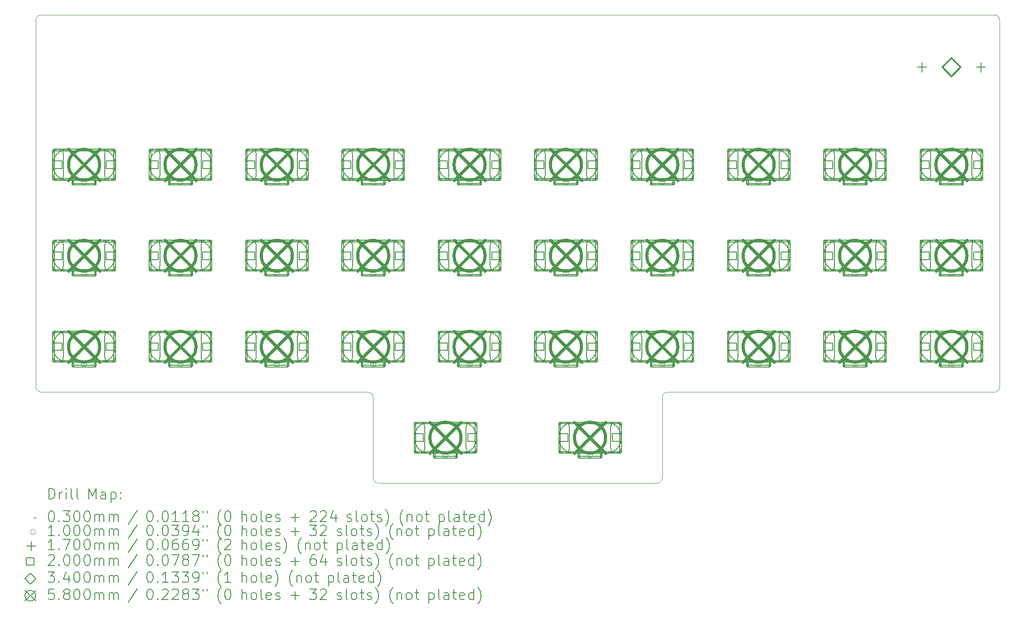
<source format=gbr>
%TF.GenerationSoftware,KiCad,Pcbnew,(7.0.0)*%
%TF.CreationDate,2023-03-07T23:45:28+01:00*%
%TF.ProjectId,mqz_board,6d717a5f-626f-4617-9264-2e6b69636164,rev?*%
%TF.SameCoordinates,Original*%
%TF.FileFunction,Drillmap*%
%TF.FilePolarity,Positive*%
%FSLAX45Y45*%
G04 Gerber Fmt 4.5, Leading zero omitted, Abs format (unit mm)*
G04 Created by KiCad (PCBNEW (7.0.0)) date 2023-03-07 23:45:28*
%MOMM*%
%LPD*%
G01*
G04 APERTURE LIST*
%ADD10C,0.100000*%
%ADD11C,0.200000*%
%ADD12C,0.030000*%
%ADD13C,0.170000*%
%ADD14C,0.340000*%
%ADD15C,0.580000*%
G04 APERTURE END LIST*
D10*
X24300000Y-5600000D02*
X24300000Y-12450000D01*
X6400000Y-5500000D02*
G75*
G03*
X6300000Y-5600000I0J-100000D01*
G01*
X24200000Y-12550000D02*
X18100000Y-12550000D01*
X17900000Y-14250000D02*
G75*
G03*
X18000000Y-14150000I0J100000D01*
G01*
X12600000Y-12650000D02*
G75*
G03*
X12500000Y-12550000I-100000J0D01*
G01*
X18000000Y-12650000D02*
X18000000Y-14150000D01*
X6400000Y-12550000D02*
X12500000Y-12550000D01*
X12600000Y-14150000D02*
X12600000Y-12650000D01*
X18100000Y-12550000D02*
G75*
G03*
X18000000Y-12650000I0J-100000D01*
G01*
X17900000Y-14250000D02*
X12700000Y-14250000D01*
X6300000Y-12450000D02*
G75*
G03*
X6400000Y-12550000I100000J0D01*
G01*
X24300000Y-5600000D02*
G75*
G03*
X24200000Y-5500000I-100000J0D01*
G01*
X6400000Y-5500000D02*
X24200000Y-5500000D01*
X6300000Y-12450000D02*
X6300000Y-5600000D01*
X12600000Y-14150000D02*
G75*
G03*
X12700000Y-14250000I100000J0D01*
G01*
X24200000Y-12550000D02*
G75*
G03*
X24300000Y-12450000I0J100000D01*
G01*
D11*
D12*
X6615000Y-8285000D02*
X6645000Y-8315000D01*
X6645000Y-8285000D02*
X6615000Y-8315000D01*
D11*
X6645000Y-8575000D02*
X6645000Y-8025000D01*
X6645000Y-8025000D02*
G75*
G03*
X6615000Y-8025000I-15000J0D01*
G01*
X6615000Y-8025000D02*
X6615000Y-8575000D01*
X6615000Y-8575000D02*
G75*
G03*
X6645000Y-8575000I15000J0D01*
G01*
D12*
X6615000Y-9985000D02*
X6645000Y-10015000D01*
X6645000Y-9985000D02*
X6615000Y-10015000D01*
D11*
X6645000Y-10275000D02*
X6645000Y-9725000D01*
X6645000Y-9725000D02*
G75*
G03*
X6615000Y-9725000I-15000J0D01*
G01*
X6615000Y-9725000D02*
X6615000Y-10275000D01*
X6615000Y-10275000D02*
G75*
G03*
X6645000Y-10275000I15000J0D01*
G01*
D12*
X6615000Y-11685000D02*
X6645000Y-11715000D01*
X6645000Y-11685000D02*
X6615000Y-11715000D01*
D11*
X6645000Y-11975000D02*
X6645000Y-11425000D01*
X6645000Y-11425000D02*
G75*
G03*
X6615000Y-11425000I-15000J0D01*
G01*
X6615000Y-11425000D02*
X6615000Y-11975000D01*
X6615000Y-11975000D02*
G75*
G03*
X6645000Y-11975000I15000J0D01*
G01*
D12*
X6975000Y-8610000D02*
X7005000Y-8640000D01*
X7005000Y-8610000D02*
X6975000Y-8640000D01*
D11*
X7005000Y-8665000D02*
X7005000Y-8585000D01*
X7005000Y-8585000D02*
G75*
G03*
X6975000Y-8585000I-15000J0D01*
G01*
X6975000Y-8585000D02*
X6975000Y-8665000D01*
X6975000Y-8665000D02*
G75*
G03*
X7005000Y-8665000I15000J0D01*
G01*
D12*
X6975000Y-10310000D02*
X7005000Y-10340000D01*
X7005000Y-10310000D02*
X6975000Y-10340000D01*
D11*
X7005000Y-10365000D02*
X7005000Y-10285000D01*
X7005000Y-10285000D02*
G75*
G03*
X6975000Y-10285000I-15000J0D01*
G01*
X6975000Y-10285000D02*
X6975000Y-10365000D01*
X6975000Y-10365000D02*
G75*
G03*
X7005000Y-10365000I15000J0D01*
G01*
D12*
X6975000Y-12010000D02*
X7005000Y-12040000D01*
X7005000Y-12010000D02*
X6975000Y-12040000D01*
D11*
X7005000Y-12065000D02*
X7005000Y-11985000D01*
X7005000Y-11985000D02*
G75*
G03*
X6975000Y-11985000I-15000J0D01*
G01*
X6975000Y-11985000D02*
X6975000Y-12065000D01*
X6975000Y-12065000D02*
G75*
G03*
X7005000Y-12065000I15000J0D01*
G01*
D12*
X7185000Y-8010000D02*
X7215000Y-8040000D01*
X7215000Y-8010000D02*
X7185000Y-8040000D01*
D11*
X6630000Y-8040000D02*
X7770000Y-8040000D01*
X7770000Y-8040000D02*
G75*
G03*
X7770000Y-8010000I0J15000D01*
G01*
X7770000Y-8010000D02*
X6630000Y-8010000D01*
X6630000Y-8010000D02*
G75*
G03*
X6630000Y-8040000I0J-15000D01*
G01*
D12*
X7185000Y-8560000D02*
X7215000Y-8590000D01*
X7215000Y-8560000D02*
X7185000Y-8590000D01*
D11*
X6630000Y-8590000D02*
X7770000Y-8590000D01*
X7770000Y-8590000D02*
G75*
G03*
X7770000Y-8560000I0J15000D01*
G01*
X7770000Y-8560000D02*
X6630000Y-8560000D01*
X6630000Y-8560000D02*
G75*
G03*
X6630000Y-8590000I0J-15000D01*
G01*
D12*
X7185000Y-8650000D02*
X7215000Y-8680000D01*
X7215000Y-8650000D02*
X7185000Y-8680000D01*
D11*
X6990000Y-8680000D02*
X7410000Y-8680000D01*
X7410000Y-8680000D02*
G75*
G03*
X7410000Y-8650000I0J15000D01*
G01*
X7410000Y-8650000D02*
X6990000Y-8650000D01*
X6990000Y-8650000D02*
G75*
G03*
X6990000Y-8680000I0J-15000D01*
G01*
D12*
X7185000Y-9710000D02*
X7215000Y-9740000D01*
X7215000Y-9710000D02*
X7185000Y-9740000D01*
D11*
X6630000Y-9740000D02*
X7770000Y-9740000D01*
X7770000Y-9740000D02*
G75*
G03*
X7770000Y-9710000I0J15000D01*
G01*
X7770000Y-9710000D02*
X6630000Y-9710000D01*
X6630000Y-9710000D02*
G75*
G03*
X6630000Y-9740000I0J-15000D01*
G01*
D12*
X7185000Y-10260000D02*
X7215000Y-10290000D01*
X7215000Y-10260000D02*
X7185000Y-10290000D01*
D11*
X6630000Y-10290000D02*
X7770000Y-10290000D01*
X7770000Y-10290000D02*
G75*
G03*
X7770000Y-10260000I0J15000D01*
G01*
X7770000Y-10260000D02*
X6630000Y-10260000D01*
X6630000Y-10260000D02*
G75*
G03*
X6630000Y-10290000I0J-15000D01*
G01*
D12*
X7185000Y-10350000D02*
X7215000Y-10380000D01*
X7215000Y-10350000D02*
X7185000Y-10380000D01*
D11*
X6990000Y-10380000D02*
X7410000Y-10380000D01*
X7410000Y-10380000D02*
G75*
G03*
X7410000Y-10350000I0J15000D01*
G01*
X7410000Y-10350000D02*
X6990000Y-10350000D01*
X6990000Y-10350000D02*
G75*
G03*
X6990000Y-10380000I0J-15000D01*
G01*
D12*
X7185000Y-11410000D02*
X7215000Y-11440000D01*
X7215000Y-11410000D02*
X7185000Y-11440000D01*
D11*
X6630000Y-11440000D02*
X7770000Y-11440000D01*
X7770000Y-11440000D02*
G75*
G03*
X7770000Y-11410000I0J15000D01*
G01*
X7770000Y-11410000D02*
X6630000Y-11410000D01*
X6630000Y-11410000D02*
G75*
G03*
X6630000Y-11440000I0J-15000D01*
G01*
D12*
X7185000Y-11960000D02*
X7215000Y-11990000D01*
X7215000Y-11960000D02*
X7185000Y-11990000D01*
D11*
X6630000Y-11990000D02*
X7770000Y-11990000D01*
X7770000Y-11990000D02*
G75*
G03*
X7770000Y-11960000I0J15000D01*
G01*
X7770000Y-11960000D02*
X6630000Y-11960000D01*
X6630000Y-11960000D02*
G75*
G03*
X6630000Y-11990000I0J-15000D01*
G01*
D12*
X7185000Y-12050000D02*
X7215000Y-12080000D01*
X7215000Y-12050000D02*
X7185000Y-12080000D01*
D11*
X6990000Y-12080000D02*
X7410000Y-12080000D01*
X7410000Y-12080000D02*
G75*
G03*
X7410000Y-12050000I0J15000D01*
G01*
X7410000Y-12050000D02*
X6990000Y-12050000D01*
X6990000Y-12050000D02*
G75*
G03*
X6990000Y-12080000I0J-15000D01*
G01*
D12*
X7395000Y-8610000D02*
X7425000Y-8640000D01*
X7425000Y-8610000D02*
X7395000Y-8640000D01*
D11*
X7425000Y-8665000D02*
X7425000Y-8585000D01*
X7425000Y-8585000D02*
G75*
G03*
X7395000Y-8585000I-15000J0D01*
G01*
X7395000Y-8585000D02*
X7395000Y-8665000D01*
X7395000Y-8665000D02*
G75*
G03*
X7425000Y-8665000I15000J0D01*
G01*
D12*
X7395000Y-10310000D02*
X7425000Y-10340000D01*
X7425000Y-10310000D02*
X7395000Y-10340000D01*
D11*
X7425000Y-10365000D02*
X7425000Y-10285000D01*
X7425000Y-10285000D02*
G75*
G03*
X7395000Y-10285000I-15000J0D01*
G01*
X7395000Y-10285000D02*
X7395000Y-10365000D01*
X7395000Y-10365000D02*
G75*
G03*
X7425000Y-10365000I15000J0D01*
G01*
D12*
X7395000Y-12010000D02*
X7425000Y-12040000D01*
X7425000Y-12010000D02*
X7395000Y-12040000D01*
D11*
X7425000Y-12065000D02*
X7425000Y-11985000D01*
X7425000Y-11985000D02*
G75*
G03*
X7395000Y-11985000I-15000J0D01*
G01*
X7395000Y-11985000D02*
X7395000Y-12065000D01*
X7395000Y-12065000D02*
G75*
G03*
X7425000Y-12065000I15000J0D01*
G01*
D12*
X7755000Y-8285000D02*
X7785000Y-8315000D01*
X7785000Y-8285000D02*
X7755000Y-8315000D01*
D11*
X7785000Y-8575000D02*
X7785000Y-8025000D01*
X7785000Y-8025000D02*
G75*
G03*
X7755000Y-8025000I-15000J0D01*
G01*
X7755000Y-8025000D02*
X7755000Y-8575000D01*
X7755000Y-8575000D02*
G75*
G03*
X7785000Y-8575000I15000J0D01*
G01*
D12*
X7755000Y-9985000D02*
X7785000Y-10015000D01*
X7785000Y-9985000D02*
X7755000Y-10015000D01*
D11*
X7785000Y-10275000D02*
X7785000Y-9725000D01*
X7785000Y-9725000D02*
G75*
G03*
X7755000Y-9725000I-15000J0D01*
G01*
X7755000Y-9725000D02*
X7755000Y-10275000D01*
X7755000Y-10275000D02*
G75*
G03*
X7785000Y-10275000I15000J0D01*
G01*
D12*
X7755000Y-11685000D02*
X7785000Y-11715000D01*
X7785000Y-11685000D02*
X7755000Y-11715000D01*
D11*
X7785000Y-11975000D02*
X7785000Y-11425000D01*
X7785000Y-11425000D02*
G75*
G03*
X7755000Y-11425000I-15000J0D01*
G01*
X7755000Y-11425000D02*
X7755000Y-11975000D01*
X7755000Y-11975000D02*
G75*
G03*
X7785000Y-11975000I15000J0D01*
G01*
D12*
X8415000Y-8285000D02*
X8445000Y-8315000D01*
X8445000Y-8285000D02*
X8415000Y-8315000D01*
D11*
X8445000Y-8575000D02*
X8445000Y-8025000D01*
X8445000Y-8025000D02*
G75*
G03*
X8415000Y-8025000I-15000J0D01*
G01*
X8415000Y-8025000D02*
X8415000Y-8575000D01*
X8415000Y-8575000D02*
G75*
G03*
X8445000Y-8575000I15000J0D01*
G01*
D12*
X8415000Y-9985000D02*
X8445000Y-10015000D01*
X8445000Y-9985000D02*
X8415000Y-10015000D01*
D11*
X8445000Y-10275000D02*
X8445000Y-9725000D01*
X8445000Y-9725000D02*
G75*
G03*
X8415000Y-9725000I-15000J0D01*
G01*
X8415000Y-9725000D02*
X8415000Y-10275000D01*
X8415000Y-10275000D02*
G75*
G03*
X8445000Y-10275000I15000J0D01*
G01*
D12*
X8415000Y-11685000D02*
X8445000Y-11715000D01*
X8445000Y-11685000D02*
X8415000Y-11715000D01*
D11*
X8445000Y-11975000D02*
X8445000Y-11425000D01*
X8445000Y-11425000D02*
G75*
G03*
X8415000Y-11425000I-15000J0D01*
G01*
X8415000Y-11425000D02*
X8415000Y-11975000D01*
X8415000Y-11975000D02*
G75*
G03*
X8445000Y-11975000I15000J0D01*
G01*
D12*
X8775000Y-8610000D02*
X8805000Y-8640000D01*
X8805000Y-8610000D02*
X8775000Y-8640000D01*
D11*
X8805000Y-8665000D02*
X8805000Y-8585000D01*
X8805000Y-8585000D02*
G75*
G03*
X8775000Y-8585000I-15000J0D01*
G01*
X8775000Y-8585000D02*
X8775000Y-8665000D01*
X8775000Y-8665000D02*
G75*
G03*
X8805000Y-8665000I15000J0D01*
G01*
D12*
X8775000Y-10310000D02*
X8805000Y-10340000D01*
X8805000Y-10310000D02*
X8775000Y-10340000D01*
D11*
X8805000Y-10365000D02*
X8805000Y-10285000D01*
X8805000Y-10285000D02*
G75*
G03*
X8775000Y-10285000I-15000J0D01*
G01*
X8775000Y-10285000D02*
X8775000Y-10365000D01*
X8775000Y-10365000D02*
G75*
G03*
X8805000Y-10365000I15000J0D01*
G01*
D12*
X8775000Y-12010000D02*
X8805000Y-12040000D01*
X8805000Y-12010000D02*
X8775000Y-12040000D01*
D11*
X8805000Y-12065000D02*
X8805000Y-11985000D01*
X8805000Y-11985000D02*
G75*
G03*
X8775000Y-11985000I-15000J0D01*
G01*
X8775000Y-11985000D02*
X8775000Y-12065000D01*
X8775000Y-12065000D02*
G75*
G03*
X8805000Y-12065000I15000J0D01*
G01*
D12*
X8985000Y-8010000D02*
X9015000Y-8040000D01*
X9015000Y-8010000D02*
X8985000Y-8040000D01*
D11*
X8430000Y-8040000D02*
X9570000Y-8040000D01*
X9570000Y-8040000D02*
G75*
G03*
X9570000Y-8010000I0J15000D01*
G01*
X9570000Y-8010000D02*
X8430000Y-8010000D01*
X8430000Y-8010000D02*
G75*
G03*
X8430000Y-8040000I0J-15000D01*
G01*
D12*
X8985000Y-8560000D02*
X9015000Y-8590000D01*
X9015000Y-8560000D02*
X8985000Y-8590000D01*
D11*
X8430000Y-8590000D02*
X9570000Y-8590000D01*
X9570000Y-8590000D02*
G75*
G03*
X9570000Y-8560000I0J15000D01*
G01*
X9570000Y-8560000D02*
X8430000Y-8560000D01*
X8430000Y-8560000D02*
G75*
G03*
X8430000Y-8590000I0J-15000D01*
G01*
D12*
X8985000Y-8650000D02*
X9015000Y-8680000D01*
X9015000Y-8650000D02*
X8985000Y-8680000D01*
D11*
X8790000Y-8680000D02*
X9210000Y-8680000D01*
X9210000Y-8680000D02*
G75*
G03*
X9210000Y-8650000I0J15000D01*
G01*
X9210000Y-8650000D02*
X8790000Y-8650000D01*
X8790000Y-8650000D02*
G75*
G03*
X8790000Y-8680000I0J-15000D01*
G01*
D12*
X8985000Y-9710000D02*
X9015000Y-9740000D01*
X9015000Y-9710000D02*
X8985000Y-9740000D01*
D11*
X8430000Y-9740000D02*
X9570000Y-9740000D01*
X9570000Y-9740000D02*
G75*
G03*
X9570000Y-9710000I0J15000D01*
G01*
X9570000Y-9710000D02*
X8430000Y-9710000D01*
X8430000Y-9710000D02*
G75*
G03*
X8430000Y-9740000I0J-15000D01*
G01*
D12*
X8985000Y-10260000D02*
X9015000Y-10290000D01*
X9015000Y-10260000D02*
X8985000Y-10290000D01*
D11*
X8430000Y-10290000D02*
X9570000Y-10290000D01*
X9570000Y-10290000D02*
G75*
G03*
X9570000Y-10260000I0J15000D01*
G01*
X9570000Y-10260000D02*
X8430000Y-10260000D01*
X8430000Y-10260000D02*
G75*
G03*
X8430000Y-10290000I0J-15000D01*
G01*
D12*
X8985000Y-10350000D02*
X9015000Y-10380000D01*
X9015000Y-10350000D02*
X8985000Y-10380000D01*
D11*
X8790000Y-10380000D02*
X9210000Y-10380000D01*
X9210000Y-10380000D02*
G75*
G03*
X9210000Y-10350000I0J15000D01*
G01*
X9210000Y-10350000D02*
X8790000Y-10350000D01*
X8790000Y-10350000D02*
G75*
G03*
X8790000Y-10380000I0J-15000D01*
G01*
D12*
X8985000Y-11410000D02*
X9015000Y-11440000D01*
X9015000Y-11410000D02*
X8985000Y-11440000D01*
D11*
X8430000Y-11440000D02*
X9570000Y-11440000D01*
X9570000Y-11440000D02*
G75*
G03*
X9570000Y-11410000I0J15000D01*
G01*
X9570000Y-11410000D02*
X8430000Y-11410000D01*
X8430000Y-11410000D02*
G75*
G03*
X8430000Y-11440000I0J-15000D01*
G01*
D12*
X8985000Y-11960000D02*
X9015000Y-11990000D01*
X9015000Y-11960000D02*
X8985000Y-11990000D01*
D11*
X8430000Y-11990000D02*
X9570000Y-11990000D01*
X9570000Y-11990000D02*
G75*
G03*
X9570000Y-11960000I0J15000D01*
G01*
X9570000Y-11960000D02*
X8430000Y-11960000D01*
X8430000Y-11960000D02*
G75*
G03*
X8430000Y-11990000I0J-15000D01*
G01*
D12*
X8985000Y-12050000D02*
X9015000Y-12080000D01*
X9015000Y-12050000D02*
X8985000Y-12080000D01*
D11*
X8790000Y-12080000D02*
X9210000Y-12080000D01*
X9210000Y-12080000D02*
G75*
G03*
X9210000Y-12050000I0J15000D01*
G01*
X9210000Y-12050000D02*
X8790000Y-12050000D01*
X8790000Y-12050000D02*
G75*
G03*
X8790000Y-12080000I0J-15000D01*
G01*
D12*
X9195000Y-8610000D02*
X9225000Y-8640000D01*
X9225000Y-8610000D02*
X9195000Y-8640000D01*
D11*
X9225000Y-8665000D02*
X9225000Y-8585000D01*
X9225000Y-8585000D02*
G75*
G03*
X9195000Y-8585000I-15000J0D01*
G01*
X9195000Y-8585000D02*
X9195000Y-8665000D01*
X9195000Y-8665000D02*
G75*
G03*
X9225000Y-8665000I15000J0D01*
G01*
D12*
X9195000Y-10310000D02*
X9225000Y-10340000D01*
X9225000Y-10310000D02*
X9195000Y-10340000D01*
D11*
X9225000Y-10365000D02*
X9225000Y-10285000D01*
X9225000Y-10285000D02*
G75*
G03*
X9195000Y-10285000I-15000J0D01*
G01*
X9195000Y-10285000D02*
X9195000Y-10365000D01*
X9195000Y-10365000D02*
G75*
G03*
X9225000Y-10365000I15000J0D01*
G01*
D12*
X9195000Y-12010000D02*
X9225000Y-12040000D01*
X9225000Y-12010000D02*
X9195000Y-12040000D01*
D11*
X9225000Y-12065000D02*
X9225000Y-11985000D01*
X9225000Y-11985000D02*
G75*
G03*
X9195000Y-11985000I-15000J0D01*
G01*
X9195000Y-11985000D02*
X9195000Y-12065000D01*
X9195000Y-12065000D02*
G75*
G03*
X9225000Y-12065000I15000J0D01*
G01*
D12*
X9555000Y-8285000D02*
X9585000Y-8315000D01*
X9585000Y-8285000D02*
X9555000Y-8315000D01*
D11*
X9585000Y-8575000D02*
X9585000Y-8025000D01*
X9585000Y-8025000D02*
G75*
G03*
X9555000Y-8025000I-15000J0D01*
G01*
X9555000Y-8025000D02*
X9555000Y-8575000D01*
X9555000Y-8575000D02*
G75*
G03*
X9585000Y-8575000I15000J0D01*
G01*
D12*
X9555000Y-9985000D02*
X9585000Y-10015000D01*
X9585000Y-9985000D02*
X9555000Y-10015000D01*
D11*
X9585000Y-10275000D02*
X9585000Y-9725000D01*
X9585000Y-9725000D02*
G75*
G03*
X9555000Y-9725000I-15000J0D01*
G01*
X9555000Y-9725000D02*
X9555000Y-10275000D01*
X9555000Y-10275000D02*
G75*
G03*
X9585000Y-10275000I15000J0D01*
G01*
D12*
X9555000Y-11685000D02*
X9585000Y-11715000D01*
X9585000Y-11685000D02*
X9555000Y-11715000D01*
D11*
X9585000Y-11975000D02*
X9585000Y-11425000D01*
X9585000Y-11425000D02*
G75*
G03*
X9555000Y-11425000I-15000J0D01*
G01*
X9555000Y-11425000D02*
X9555000Y-11975000D01*
X9555000Y-11975000D02*
G75*
G03*
X9585000Y-11975000I15000J0D01*
G01*
D12*
X10215000Y-8285000D02*
X10245000Y-8315000D01*
X10245000Y-8285000D02*
X10215000Y-8315000D01*
D11*
X10245000Y-8575000D02*
X10245000Y-8025000D01*
X10245000Y-8025000D02*
G75*
G03*
X10215000Y-8025000I-15000J0D01*
G01*
X10215000Y-8025000D02*
X10215000Y-8575000D01*
X10215000Y-8575000D02*
G75*
G03*
X10245000Y-8575000I15000J0D01*
G01*
D12*
X10215000Y-9985000D02*
X10245000Y-10015000D01*
X10245000Y-9985000D02*
X10215000Y-10015000D01*
D11*
X10245000Y-10275000D02*
X10245000Y-9725000D01*
X10245000Y-9725000D02*
G75*
G03*
X10215000Y-9725000I-15000J0D01*
G01*
X10215000Y-9725000D02*
X10215000Y-10275000D01*
X10215000Y-10275000D02*
G75*
G03*
X10245000Y-10275000I15000J0D01*
G01*
D12*
X10215000Y-11685000D02*
X10245000Y-11715000D01*
X10245000Y-11685000D02*
X10215000Y-11715000D01*
D11*
X10245000Y-11975000D02*
X10245000Y-11425000D01*
X10245000Y-11425000D02*
G75*
G03*
X10215000Y-11425000I-15000J0D01*
G01*
X10215000Y-11425000D02*
X10215000Y-11975000D01*
X10215000Y-11975000D02*
G75*
G03*
X10245000Y-11975000I15000J0D01*
G01*
D12*
X10575000Y-8610000D02*
X10605000Y-8640000D01*
X10605000Y-8610000D02*
X10575000Y-8640000D01*
D11*
X10605000Y-8665000D02*
X10605000Y-8585000D01*
X10605000Y-8585000D02*
G75*
G03*
X10575000Y-8585000I-15000J0D01*
G01*
X10575000Y-8585000D02*
X10575000Y-8665000D01*
X10575000Y-8665000D02*
G75*
G03*
X10605000Y-8665000I15000J0D01*
G01*
D12*
X10575000Y-10310000D02*
X10605000Y-10340000D01*
X10605000Y-10310000D02*
X10575000Y-10340000D01*
D11*
X10605000Y-10365000D02*
X10605000Y-10285000D01*
X10605000Y-10285000D02*
G75*
G03*
X10575000Y-10285000I-15000J0D01*
G01*
X10575000Y-10285000D02*
X10575000Y-10365000D01*
X10575000Y-10365000D02*
G75*
G03*
X10605000Y-10365000I15000J0D01*
G01*
D12*
X10575000Y-12010000D02*
X10605000Y-12040000D01*
X10605000Y-12010000D02*
X10575000Y-12040000D01*
D11*
X10605000Y-12065000D02*
X10605000Y-11985000D01*
X10605000Y-11985000D02*
G75*
G03*
X10575000Y-11985000I-15000J0D01*
G01*
X10575000Y-11985000D02*
X10575000Y-12065000D01*
X10575000Y-12065000D02*
G75*
G03*
X10605000Y-12065000I15000J0D01*
G01*
D12*
X10785000Y-8010000D02*
X10815000Y-8040000D01*
X10815000Y-8010000D02*
X10785000Y-8040000D01*
D11*
X10230000Y-8040000D02*
X11370000Y-8040000D01*
X11370000Y-8040000D02*
G75*
G03*
X11370000Y-8010000I0J15000D01*
G01*
X11370000Y-8010000D02*
X10230000Y-8010000D01*
X10230000Y-8010000D02*
G75*
G03*
X10230000Y-8040000I0J-15000D01*
G01*
D12*
X10785000Y-8560000D02*
X10815000Y-8590000D01*
X10815000Y-8560000D02*
X10785000Y-8590000D01*
D11*
X10230000Y-8590000D02*
X11370000Y-8590000D01*
X11370000Y-8590000D02*
G75*
G03*
X11370000Y-8560000I0J15000D01*
G01*
X11370000Y-8560000D02*
X10230000Y-8560000D01*
X10230000Y-8560000D02*
G75*
G03*
X10230000Y-8590000I0J-15000D01*
G01*
D12*
X10785000Y-8650000D02*
X10815000Y-8680000D01*
X10815000Y-8650000D02*
X10785000Y-8680000D01*
D11*
X10590000Y-8680000D02*
X11010000Y-8680000D01*
X11010000Y-8680000D02*
G75*
G03*
X11010000Y-8650000I0J15000D01*
G01*
X11010000Y-8650000D02*
X10590000Y-8650000D01*
X10590000Y-8650000D02*
G75*
G03*
X10590000Y-8680000I0J-15000D01*
G01*
D12*
X10785000Y-9710000D02*
X10815000Y-9740000D01*
X10815000Y-9710000D02*
X10785000Y-9740000D01*
D11*
X10230000Y-9740000D02*
X11370000Y-9740000D01*
X11370000Y-9740000D02*
G75*
G03*
X11370000Y-9710000I0J15000D01*
G01*
X11370000Y-9710000D02*
X10230000Y-9710000D01*
X10230000Y-9710000D02*
G75*
G03*
X10230000Y-9740000I0J-15000D01*
G01*
D12*
X10785000Y-10260000D02*
X10815000Y-10290000D01*
X10815000Y-10260000D02*
X10785000Y-10290000D01*
D11*
X10230000Y-10290000D02*
X11370000Y-10290000D01*
X11370000Y-10290000D02*
G75*
G03*
X11370000Y-10260000I0J15000D01*
G01*
X11370000Y-10260000D02*
X10230000Y-10260000D01*
X10230000Y-10260000D02*
G75*
G03*
X10230000Y-10290000I0J-15000D01*
G01*
D12*
X10785000Y-10350000D02*
X10815000Y-10380000D01*
X10815000Y-10350000D02*
X10785000Y-10380000D01*
D11*
X10590000Y-10380000D02*
X11010000Y-10380000D01*
X11010000Y-10380000D02*
G75*
G03*
X11010000Y-10350000I0J15000D01*
G01*
X11010000Y-10350000D02*
X10590000Y-10350000D01*
X10590000Y-10350000D02*
G75*
G03*
X10590000Y-10380000I0J-15000D01*
G01*
D12*
X10785000Y-11410000D02*
X10815000Y-11440000D01*
X10815000Y-11410000D02*
X10785000Y-11440000D01*
D11*
X10230000Y-11440000D02*
X11370000Y-11440000D01*
X11370000Y-11440000D02*
G75*
G03*
X11370000Y-11410000I0J15000D01*
G01*
X11370000Y-11410000D02*
X10230000Y-11410000D01*
X10230000Y-11410000D02*
G75*
G03*
X10230000Y-11440000I0J-15000D01*
G01*
D12*
X10785000Y-11960000D02*
X10815000Y-11990000D01*
X10815000Y-11960000D02*
X10785000Y-11990000D01*
D11*
X10230000Y-11990000D02*
X11370000Y-11990000D01*
X11370000Y-11990000D02*
G75*
G03*
X11370000Y-11960000I0J15000D01*
G01*
X11370000Y-11960000D02*
X10230000Y-11960000D01*
X10230000Y-11960000D02*
G75*
G03*
X10230000Y-11990000I0J-15000D01*
G01*
D12*
X10785000Y-12050000D02*
X10815000Y-12080000D01*
X10815000Y-12050000D02*
X10785000Y-12080000D01*
D11*
X10590000Y-12080000D02*
X11010000Y-12080000D01*
X11010000Y-12080000D02*
G75*
G03*
X11010000Y-12050000I0J15000D01*
G01*
X11010000Y-12050000D02*
X10590000Y-12050000D01*
X10590000Y-12050000D02*
G75*
G03*
X10590000Y-12080000I0J-15000D01*
G01*
D12*
X10995000Y-8610000D02*
X11025000Y-8640000D01*
X11025000Y-8610000D02*
X10995000Y-8640000D01*
D11*
X11025000Y-8665000D02*
X11025000Y-8585000D01*
X11025000Y-8585000D02*
G75*
G03*
X10995000Y-8585000I-15000J0D01*
G01*
X10995000Y-8585000D02*
X10995000Y-8665000D01*
X10995000Y-8665000D02*
G75*
G03*
X11025000Y-8665000I15000J0D01*
G01*
D12*
X10995000Y-10310000D02*
X11025000Y-10340000D01*
X11025000Y-10310000D02*
X10995000Y-10340000D01*
D11*
X11025000Y-10365000D02*
X11025000Y-10285000D01*
X11025000Y-10285000D02*
G75*
G03*
X10995000Y-10285000I-15000J0D01*
G01*
X10995000Y-10285000D02*
X10995000Y-10365000D01*
X10995000Y-10365000D02*
G75*
G03*
X11025000Y-10365000I15000J0D01*
G01*
D12*
X10995000Y-12010000D02*
X11025000Y-12040000D01*
X11025000Y-12010000D02*
X10995000Y-12040000D01*
D11*
X11025000Y-12065000D02*
X11025000Y-11985000D01*
X11025000Y-11985000D02*
G75*
G03*
X10995000Y-11985000I-15000J0D01*
G01*
X10995000Y-11985000D02*
X10995000Y-12065000D01*
X10995000Y-12065000D02*
G75*
G03*
X11025000Y-12065000I15000J0D01*
G01*
D12*
X11355000Y-8285000D02*
X11385000Y-8315000D01*
X11385000Y-8285000D02*
X11355000Y-8315000D01*
D11*
X11385000Y-8575000D02*
X11385000Y-8025000D01*
X11385000Y-8025000D02*
G75*
G03*
X11355000Y-8025000I-15000J0D01*
G01*
X11355000Y-8025000D02*
X11355000Y-8575000D01*
X11355000Y-8575000D02*
G75*
G03*
X11385000Y-8575000I15000J0D01*
G01*
D12*
X11355000Y-9985000D02*
X11385000Y-10015000D01*
X11385000Y-9985000D02*
X11355000Y-10015000D01*
D11*
X11385000Y-10275000D02*
X11385000Y-9725000D01*
X11385000Y-9725000D02*
G75*
G03*
X11355000Y-9725000I-15000J0D01*
G01*
X11355000Y-9725000D02*
X11355000Y-10275000D01*
X11355000Y-10275000D02*
G75*
G03*
X11385000Y-10275000I15000J0D01*
G01*
D12*
X11355000Y-11685000D02*
X11385000Y-11715000D01*
X11385000Y-11685000D02*
X11355000Y-11715000D01*
D11*
X11385000Y-11975000D02*
X11385000Y-11425000D01*
X11385000Y-11425000D02*
G75*
G03*
X11355000Y-11425000I-15000J0D01*
G01*
X11355000Y-11425000D02*
X11355000Y-11975000D01*
X11355000Y-11975000D02*
G75*
G03*
X11385000Y-11975000I15000J0D01*
G01*
D12*
X12015000Y-8285000D02*
X12045000Y-8315000D01*
X12045000Y-8285000D02*
X12015000Y-8315000D01*
D11*
X12045000Y-8575000D02*
X12045000Y-8025000D01*
X12045000Y-8025000D02*
G75*
G03*
X12015000Y-8025000I-15000J0D01*
G01*
X12015000Y-8025000D02*
X12015000Y-8575000D01*
X12015000Y-8575000D02*
G75*
G03*
X12045000Y-8575000I15000J0D01*
G01*
D12*
X12015000Y-9985000D02*
X12045000Y-10015000D01*
X12045000Y-9985000D02*
X12015000Y-10015000D01*
D11*
X12045000Y-10275000D02*
X12045000Y-9725000D01*
X12045000Y-9725000D02*
G75*
G03*
X12015000Y-9725000I-15000J0D01*
G01*
X12015000Y-9725000D02*
X12015000Y-10275000D01*
X12015000Y-10275000D02*
G75*
G03*
X12045000Y-10275000I15000J0D01*
G01*
D12*
X12015000Y-11685000D02*
X12045000Y-11715000D01*
X12045000Y-11685000D02*
X12015000Y-11715000D01*
D11*
X12045000Y-11975000D02*
X12045000Y-11425000D01*
X12045000Y-11425000D02*
G75*
G03*
X12015000Y-11425000I-15000J0D01*
G01*
X12015000Y-11425000D02*
X12015000Y-11975000D01*
X12015000Y-11975000D02*
G75*
G03*
X12045000Y-11975000I15000J0D01*
G01*
D12*
X12375000Y-8610000D02*
X12405000Y-8640000D01*
X12405000Y-8610000D02*
X12375000Y-8640000D01*
D11*
X12405000Y-8665000D02*
X12405000Y-8585000D01*
X12405000Y-8585000D02*
G75*
G03*
X12375000Y-8585000I-15000J0D01*
G01*
X12375000Y-8585000D02*
X12375000Y-8665000D01*
X12375000Y-8665000D02*
G75*
G03*
X12405000Y-8665000I15000J0D01*
G01*
D12*
X12375000Y-10310000D02*
X12405000Y-10340000D01*
X12405000Y-10310000D02*
X12375000Y-10340000D01*
D11*
X12405000Y-10365000D02*
X12405000Y-10285000D01*
X12405000Y-10285000D02*
G75*
G03*
X12375000Y-10285000I-15000J0D01*
G01*
X12375000Y-10285000D02*
X12375000Y-10365000D01*
X12375000Y-10365000D02*
G75*
G03*
X12405000Y-10365000I15000J0D01*
G01*
D12*
X12375000Y-12010000D02*
X12405000Y-12040000D01*
X12405000Y-12010000D02*
X12375000Y-12040000D01*
D11*
X12405000Y-12065000D02*
X12405000Y-11985000D01*
X12405000Y-11985000D02*
G75*
G03*
X12375000Y-11985000I-15000J0D01*
G01*
X12375000Y-11985000D02*
X12375000Y-12065000D01*
X12375000Y-12065000D02*
G75*
G03*
X12405000Y-12065000I15000J0D01*
G01*
D12*
X12585000Y-8010000D02*
X12615000Y-8040000D01*
X12615000Y-8010000D02*
X12585000Y-8040000D01*
D11*
X12030000Y-8040000D02*
X13170000Y-8040000D01*
X13170000Y-8040000D02*
G75*
G03*
X13170000Y-8010000I0J15000D01*
G01*
X13170000Y-8010000D02*
X12030000Y-8010000D01*
X12030000Y-8010000D02*
G75*
G03*
X12030000Y-8040000I0J-15000D01*
G01*
D12*
X12585000Y-8560000D02*
X12615000Y-8590000D01*
X12615000Y-8560000D02*
X12585000Y-8590000D01*
D11*
X12030000Y-8590000D02*
X13170000Y-8590000D01*
X13170000Y-8590000D02*
G75*
G03*
X13170000Y-8560000I0J15000D01*
G01*
X13170000Y-8560000D02*
X12030000Y-8560000D01*
X12030000Y-8560000D02*
G75*
G03*
X12030000Y-8590000I0J-15000D01*
G01*
D12*
X12585000Y-8650000D02*
X12615000Y-8680000D01*
X12615000Y-8650000D02*
X12585000Y-8680000D01*
D11*
X12390000Y-8680000D02*
X12810000Y-8680000D01*
X12810000Y-8680000D02*
G75*
G03*
X12810000Y-8650000I0J15000D01*
G01*
X12810000Y-8650000D02*
X12390000Y-8650000D01*
X12390000Y-8650000D02*
G75*
G03*
X12390000Y-8680000I0J-15000D01*
G01*
D12*
X12585000Y-9710000D02*
X12615000Y-9740000D01*
X12615000Y-9710000D02*
X12585000Y-9740000D01*
D11*
X12030000Y-9740000D02*
X13170000Y-9740000D01*
X13170000Y-9740000D02*
G75*
G03*
X13170000Y-9710000I0J15000D01*
G01*
X13170000Y-9710000D02*
X12030000Y-9710000D01*
X12030000Y-9710000D02*
G75*
G03*
X12030000Y-9740000I0J-15000D01*
G01*
D12*
X12585000Y-10260000D02*
X12615000Y-10290000D01*
X12615000Y-10260000D02*
X12585000Y-10290000D01*
D11*
X12030000Y-10290000D02*
X13170000Y-10290000D01*
X13170000Y-10290000D02*
G75*
G03*
X13170000Y-10260000I0J15000D01*
G01*
X13170000Y-10260000D02*
X12030000Y-10260000D01*
X12030000Y-10260000D02*
G75*
G03*
X12030000Y-10290000I0J-15000D01*
G01*
D12*
X12585000Y-10350000D02*
X12615000Y-10380000D01*
X12615000Y-10350000D02*
X12585000Y-10380000D01*
D11*
X12390000Y-10380000D02*
X12810000Y-10380000D01*
X12810000Y-10380000D02*
G75*
G03*
X12810000Y-10350000I0J15000D01*
G01*
X12810000Y-10350000D02*
X12390000Y-10350000D01*
X12390000Y-10350000D02*
G75*
G03*
X12390000Y-10380000I0J-15000D01*
G01*
D12*
X12585000Y-11410000D02*
X12615000Y-11440000D01*
X12615000Y-11410000D02*
X12585000Y-11440000D01*
D11*
X12030000Y-11440000D02*
X13170000Y-11440000D01*
X13170000Y-11440000D02*
G75*
G03*
X13170000Y-11410000I0J15000D01*
G01*
X13170000Y-11410000D02*
X12030000Y-11410000D01*
X12030000Y-11410000D02*
G75*
G03*
X12030000Y-11440000I0J-15000D01*
G01*
D12*
X12585000Y-11960000D02*
X12615000Y-11990000D01*
X12615000Y-11960000D02*
X12585000Y-11990000D01*
D11*
X12030000Y-11990000D02*
X13170000Y-11990000D01*
X13170000Y-11990000D02*
G75*
G03*
X13170000Y-11960000I0J15000D01*
G01*
X13170000Y-11960000D02*
X12030000Y-11960000D01*
X12030000Y-11960000D02*
G75*
G03*
X12030000Y-11990000I0J-15000D01*
G01*
D12*
X12585000Y-12050000D02*
X12615000Y-12080000D01*
X12615000Y-12050000D02*
X12585000Y-12080000D01*
D11*
X12390000Y-12080000D02*
X12810000Y-12080000D01*
X12810000Y-12080000D02*
G75*
G03*
X12810000Y-12050000I0J15000D01*
G01*
X12810000Y-12050000D02*
X12390000Y-12050000D01*
X12390000Y-12050000D02*
G75*
G03*
X12390000Y-12080000I0J-15000D01*
G01*
D12*
X12795000Y-8610000D02*
X12825000Y-8640000D01*
X12825000Y-8610000D02*
X12795000Y-8640000D01*
D11*
X12825000Y-8665000D02*
X12825000Y-8585000D01*
X12825000Y-8585000D02*
G75*
G03*
X12795000Y-8585000I-15000J0D01*
G01*
X12795000Y-8585000D02*
X12795000Y-8665000D01*
X12795000Y-8665000D02*
G75*
G03*
X12825000Y-8665000I15000J0D01*
G01*
D12*
X12795000Y-10310000D02*
X12825000Y-10340000D01*
X12825000Y-10310000D02*
X12795000Y-10340000D01*
D11*
X12825000Y-10365000D02*
X12825000Y-10285000D01*
X12825000Y-10285000D02*
G75*
G03*
X12795000Y-10285000I-15000J0D01*
G01*
X12795000Y-10285000D02*
X12795000Y-10365000D01*
X12795000Y-10365000D02*
G75*
G03*
X12825000Y-10365000I15000J0D01*
G01*
D12*
X12795000Y-12010000D02*
X12825000Y-12040000D01*
X12825000Y-12010000D02*
X12795000Y-12040000D01*
D11*
X12825000Y-12065000D02*
X12825000Y-11985000D01*
X12825000Y-11985000D02*
G75*
G03*
X12795000Y-11985000I-15000J0D01*
G01*
X12795000Y-11985000D02*
X12795000Y-12065000D01*
X12795000Y-12065000D02*
G75*
G03*
X12825000Y-12065000I15000J0D01*
G01*
D12*
X13155000Y-8285000D02*
X13185000Y-8315000D01*
X13185000Y-8285000D02*
X13155000Y-8315000D01*
D11*
X13185000Y-8575000D02*
X13185000Y-8025000D01*
X13185000Y-8025000D02*
G75*
G03*
X13155000Y-8025000I-15000J0D01*
G01*
X13155000Y-8025000D02*
X13155000Y-8575000D01*
X13155000Y-8575000D02*
G75*
G03*
X13185000Y-8575000I15000J0D01*
G01*
D12*
X13155000Y-9985000D02*
X13185000Y-10015000D01*
X13185000Y-9985000D02*
X13155000Y-10015000D01*
D11*
X13185000Y-10275000D02*
X13185000Y-9725000D01*
X13185000Y-9725000D02*
G75*
G03*
X13155000Y-9725000I-15000J0D01*
G01*
X13155000Y-9725000D02*
X13155000Y-10275000D01*
X13155000Y-10275000D02*
G75*
G03*
X13185000Y-10275000I15000J0D01*
G01*
D12*
X13155000Y-11685000D02*
X13185000Y-11715000D01*
X13185000Y-11685000D02*
X13155000Y-11715000D01*
D11*
X13185000Y-11975000D02*
X13185000Y-11425000D01*
X13185000Y-11425000D02*
G75*
G03*
X13155000Y-11425000I-15000J0D01*
G01*
X13155000Y-11425000D02*
X13155000Y-11975000D01*
X13155000Y-11975000D02*
G75*
G03*
X13185000Y-11975000I15000J0D01*
G01*
D12*
X13365000Y-13385000D02*
X13395000Y-13415000D01*
X13395000Y-13385000D02*
X13365000Y-13415000D01*
D11*
X13395000Y-13675000D02*
X13395000Y-13125000D01*
X13395000Y-13125000D02*
G75*
G03*
X13365000Y-13125000I-15000J0D01*
G01*
X13365000Y-13125000D02*
X13365000Y-13675000D01*
X13365000Y-13675000D02*
G75*
G03*
X13395000Y-13675000I15000J0D01*
G01*
D12*
X13725000Y-13710000D02*
X13755000Y-13740000D01*
X13755000Y-13710000D02*
X13725000Y-13740000D01*
D11*
X13755000Y-13765000D02*
X13755000Y-13685000D01*
X13755000Y-13685000D02*
G75*
G03*
X13725000Y-13685000I-15000J0D01*
G01*
X13725000Y-13685000D02*
X13725000Y-13765000D01*
X13725000Y-13765000D02*
G75*
G03*
X13755000Y-13765000I15000J0D01*
G01*
D12*
X13815000Y-8285000D02*
X13845000Y-8315000D01*
X13845000Y-8285000D02*
X13815000Y-8315000D01*
D11*
X13845000Y-8575000D02*
X13845000Y-8025000D01*
X13845000Y-8025000D02*
G75*
G03*
X13815000Y-8025000I-15000J0D01*
G01*
X13815000Y-8025000D02*
X13815000Y-8575000D01*
X13815000Y-8575000D02*
G75*
G03*
X13845000Y-8575000I15000J0D01*
G01*
D12*
X13815000Y-9985000D02*
X13845000Y-10015000D01*
X13845000Y-9985000D02*
X13815000Y-10015000D01*
D11*
X13845000Y-10275000D02*
X13845000Y-9725000D01*
X13845000Y-9725000D02*
G75*
G03*
X13815000Y-9725000I-15000J0D01*
G01*
X13815000Y-9725000D02*
X13815000Y-10275000D01*
X13815000Y-10275000D02*
G75*
G03*
X13845000Y-10275000I15000J0D01*
G01*
D12*
X13815000Y-11685000D02*
X13845000Y-11715000D01*
X13845000Y-11685000D02*
X13815000Y-11715000D01*
D11*
X13845000Y-11975000D02*
X13845000Y-11425000D01*
X13845000Y-11425000D02*
G75*
G03*
X13815000Y-11425000I-15000J0D01*
G01*
X13815000Y-11425000D02*
X13815000Y-11975000D01*
X13815000Y-11975000D02*
G75*
G03*
X13845000Y-11975000I15000J0D01*
G01*
D12*
X13935000Y-13110000D02*
X13965000Y-13140000D01*
X13965000Y-13110000D02*
X13935000Y-13140000D01*
D11*
X13380000Y-13140000D02*
X14520000Y-13140000D01*
X14520000Y-13140000D02*
G75*
G03*
X14520000Y-13110000I0J15000D01*
G01*
X14520000Y-13110000D02*
X13380000Y-13110000D01*
X13380000Y-13110000D02*
G75*
G03*
X13380000Y-13140000I0J-15000D01*
G01*
D12*
X13935000Y-13660000D02*
X13965000Y-13690000D01*
X13965000Y-13660000D02*
X13935000Y-13690000D01*
D11*
X13380000Y-13690000D02*
X14520000Y-13690000D01*
X14520000Y-13690000D02*
G75*
G03*
X14520000Y-13660000I0J15000D01*
G01*
X14520000Y-13660000D02*
X13380000Y-13660000D01*
X13380000Y-13660000D02*
G75*
G03*
X13380000Y-13690000I0J-15000D01*
G01*
D12*
X13935000Y-13750000D02*
X13965000Y-13780000D01*
X13965000Y-13750000D02*
X13935000Y-13780000D01*
D11*
X13740000Y-13780000D02*
X14160000Y-13780000D01*
X14160000Y-13780000D02*
G75*
G03*
X14160000Y-13750000I0J15000D01*
G01*
X14160000Y-13750000D02*
X13740000Y-13750000D01*
X13740000Y-13750000D02*
G75*
G03*
X13740000Y-13780000I0J-15000D01*
G01*
D12*
X14145000Y-13710000D02*
X14175000Y-13740000D01*
X14175000Y-13710000D02*
X14145000Y-13740000D01*
D11*
X14175000Y-13765000D02*
X14175000Y-13685000D01*
X14175000Y-13685000D02*
G75*
G03*
X14145000Y-13685000I-15000J0D01*
G01*
X14145000Y-13685000D02*
X14145000Y-13765000D01*
X14145000Y-13765000D02*
G75*
G03*
X14175000Y-13765000I15000J0D01*
G01*
D12*
X14175000Y-8610000D02*
X14205000Y-8640000D01*
X14205000Y-8610000D02*
X14175000Y-8640000D01*
D11*
X14205000Y-8665000D02*
X14205000Y-8585000D01*
X14205000Y-8585000D02*
G75*
G03*
X14175000Y-8585000I-15000J0D01*
G01*
X14175000Y-8585000D02*
X14175000Y-8665000D01*
X14175000Y-8665000D02*
G75*
G03*
X14205000Y-8665000I15000J0D01*
G01*
D12*
X14175000Y-10310000D02*
X14205000Y-10340000D01*
X14205000Y-10310000D02*
X14175000Y-10340000D01*
D11*
X14205000Y-10365000D02*
X14205000Y-10285000D01*
X14205000Y-10285000D02*
G75*
G03*
X14175000Y-10285000I-15000J0D01*
G01*
X14175000Y-10285000D02*
X14175000Y-10365000D01*
X14175000Y-10365000D02*
G75*
G03*
X14205000Y-10365000I15000J0D01*
G01*
D12*
X14175000Y-12010000D02*
X14205000Y-12040000D01*
X14205000Y-12010000D02*
X14175000Y-12040000D01*
D11*
X14205000Y-12065000D02*
X14205000Y-11985000D01*
X14205000Y-11985000D02*
G75*
G03*
X14175000Y-11985000I-15000J0D01*
G01*
X14175000Y-11985000D02*
X14175000Y-12065000D01*
X14175000Y-12065000D02*
G75*
G03*
X14205000Y-12065000I15000J0D01*
G01*
D12*
X14385000Y-8010000D02*
X14415000Y-8040000D01*
X14415000Y-8010000D02*
X14385000Y-8040000D01*
D11*
X13830000Y-8040000D02*
X14970000Y-8040000D01*
X14970000Y-8040000D02*
G75*
G03*
X14970000Y-8010000I0J15000D01*
G01*
X14970000Y-8010000D02*
X13830000Y-8010000D01*
X13830000Y-8010000D02*
G75*
G03*
X13830000Y-8040000I0J-15000D01*
G01*
D12*
X14385000Y-8560000D02*
X14415000Y-8590000D01*
X14415000Y-8560000D02*
X14385000Y-8590000D01*
D11*
X13830000Y-8590000D02*
X14970000Y-8590000D01*
X14970000Y-8590000D02*
G75*
G03*
X14970000Y-8560000I0J15000D01*
G01*
X14970000Y-8560000D02*
X13830000Y-8560000D01*
X13830000Y-8560000D02*
G75*
G03*
X13830000Y-8590000I0J-15000D01*
G01*
D12*
X14385000Y-8650000D02*
X14415000Y-8680000D01*
X14415000Y-8650000D02*
X14385000Y-8680000D01*
D11*
X14190000Y-8680000D02*
X14610000Y-8680000D01*
X14610000Y-8680000D02*
G75*
G03*
X14610000Y-8650000I0J15000D01*
G01*
X14610000Y-8650000D02*
X14190000Y-8650000D01*
X14190000Y-8650000D02*
G75*
G03*
X14190000Y-8680000I0J-15000D01*
G01*
D12*
X14385000Y-9710000D02*
X14415000Y-9740000D01*
X14415000Y-9710000D02*
X14385000Y-9740000D01*
D11*
X13830000Y-9740000D02*
X14970000Y-9740000D01*
X14970000Y-9740000D02*
G75*
G03*
X14970000Y-9710000I0J15000D01*
G01*
X14970000Y-9710000D02*
X13830000Y-9710000D01*
X13830000Y-9710000D02*
G75*
G03*
X13830000Y-9740000I0J-15000D01*
G01*
D12*
X14385000Y-10260000D02*
X14415000Y-10290000D01*
X14415000Y-10260000D02*
X14385000Y-10290000D01*
D11*
X13830000Y-10290000D02*
X14970000Y-10290000D01*
X14970000Y-10290000D02*
G75*
G03*
X14970000Y-10260000I0J15000D01*
G01*
X14970000Y-10260000D02*
X13830000Y-10260000D01*
X13830000Y-10260000D02*
G75*
G03*
X13830000Y-10290000I0J-15000D01*
G01*
D12*
X14385000Y-10350000D02*
X14415000Y-10380000D01*
X14415000Y-10350000D02*
X14385000Y-10380000D01*
D11*
X14190000Y-10380000D02*
X14610000Y-10380000D01*
X14610000Y-10380000D02*
G75*
G03*
X14610000Y-10350000I0J15000D01*
G01*
X14610000Y-10350000D02*
X14190000Y-10350000D01*
X14190000Y-10350000D02*
G75*
G03*
X14190000Y-10380000I0J-15000D01*
G01*
D12*
X14385000Y-11410000D02*
X14415000Y-11440000D01*
X14415000Y-11410000D02*
X14385000Y-11440000D01*
D11*
X13830000Y-11440000D02*
X14970000Y-11440000D01*
X14970000Y-11440000D02*
G75*
G03*
X14970000Y-11410000I0J15000D01*
G01*
X14970000Y-11410000D02*
X13830000Y-11410000D01*
X13830000Y-11410000D02*
G75*
G03*
X13830000Y-11440000I0J-15000D01*
G01*
D12*
X14385000Y-11960000D02*
X14415000Y-11990000D01*
X14415000Y-11960000D02*
X14385000Y-11990000D01*
D11*
X13830000Y-11990000D02*
X14970000Y-11990000D01*
X14970000Y-11990000D02*
G75*
G03*
X14970000Y-11960000I0J15000D01*
G01*
X14970000Y-11960000D02*
X13830000Y-11960000D01*
X13830000Y-11960000D02*
G75*
G03*
X13830000Y-11990000I0J-15000D01*
G01*
D12*
X14385000Y-12050000D02*
X14415000Y-12080000D01*
X14415000Y-12050000D02*
X14385000Y-12080000D01*
D11*
X14190000Y-12080000D02*
X14610000Y-12080000D01*
X14610000Y-12080000D02*
G75*
G03*
X14610000Y-12050000I0J15000D01*
G01*
X14610000Y-12050000D02*
X14190000Y-12050000D01*
X14190000Y-12050000D02*
G75*
G03*
X14190000Y-12080000I0J-15000D01*
G01*
D12*
X14505000Y-13385000D02*
X14535000Y-13415000D01*
X14535000Y-13385000D02*
X14505000Y-13415000D01*
D11*
X14535000Y-13675000D02*
X14535000Y-13125000D01*
X14535000Y-13125000D02*
G75*
G03*
X14505000Y-13125000I-15000J0D01*
G01*
X14505000Y-13125000D02*
X14505000Y-13675000D01*
X14505000Y-13675000D02*
G75*
G03*
X14535000Y-13675000I15000J0D01*
G01*
D12*
X14595000Y-8610000D02*
X14625000Y-8640000D01*
X14625000Y-8610000D02*
X14595000Y-8640000D01*
D11*
X14625000Y-8665000D02*
X14625000Y-8585000D01*
X14625000Y-8585000D02*
G75*
G03*
X14595000Y-8585000I-15000J0D01*
G01*
X14595000Y-8585000D02*
X14595000Y-8665000D01*
X14595000Y-8665000D02*
G75*
G03*
X14625000Y-8665000I15000J0D01*
G01*
D12*
X14595000Y-10310000D02*
X14625000Y-10340000D01*
X14625000Y-10310000D02*
X14595000Y-10340000D01*
D11*
X14625000Y-10365000D02*
X14625000Y-10285000D01*
X14625000Y-10285000D02*
G75*
G03*
X14595000Y-10285000I-15000J0D01*
G01*
X14595000Y-10285000D02*
X14595000Y-10365000D01*
X14595000Y-10365000D02*
G75*
G03*
X14625000Y-10365000I15000J0D01*
G01*
D12*
X14595000Y-12010000D02*
X14625000Y-12040000D01*
X14625000Y-12010000D02*
X14595000Y-12040000D01*
D11*
X14625000Y-12065000D02*
X14625000Y-11985000D01*
X14625000Y-11985000D02*
G75*
G03*
X14595000Y-11985000I-15000J0D01*
G01*
X14595000Y-11985000D02*
X14595000Y-12065000D01*
X14595000Y-12065000D02*
G75*
G03*
X14625000Y-12065000I15000J0D01*
G01*
D12*
X14955000Y-8285000D02*
X14985000Y-8315000D01*
X14985000Y-8285000D02*
X14955000Y-8315000D01*
D11*
X14985000Y-8575000D02*
X14985000Y-8025000D01*
X14985000Y-8025000D02*
G75*
G03*
X14955000Y-8025000I-15000J0D01*
G01*
X14955000Y-8025000D02*
X14955000Y-8575000D01*
X14955000Y-8575000D02*
G75*
G03*
X14985000Y-8575000I15000J0D01*
G01*
D12*
X14955000Y-9985000D02*
X14985000Y-10015000D01*
X14985000Y-9985000D02*
X14955000Y-10015000D01*
D11*
X14985000Y-10275000D02*
X14985000Y-9725000D01*
X14985000Y-9725000D02*
G75*
G03*
X14955000Y-9725000I-15000J0D01*
G01*
X14955000Y-9725000D02*
X14955000Y-10275000D01*
X14955000Y-10275000D02*
G75*
G03*
X14985000Y-10275000I15000J0D01*
G01*
D12*
X14955000Y-11685000D02*
X14985000Y-11715000D01*
X14985000Y-11685000D02*
X14955000Y-11715000D01*
D11*
X14985000Y-11975000D02*
X14985000Y-11425000D01*
X14985000Y-11425000D02*
G75*
G03*
X14955000Y-11425000I-15000J0D01*
G01*
X14955000Y-11425000D02*
X14955000Y-11975000D01*
X14955000Y-11975000D02*
G75*
G03*
X14985000Y-11975000I15000J0D01*
G01*
D12*
X15615000Y-8285000D02*
X15645000Y-8315000D01*
X15645000Y-8285000D02*
X15615000Y-8315000D01*
D11*
X15645000Y-8575000D02*
X15645000Y-8025000D01*
X15645000Y-8025000D02*
G75*
G03*
X15615000Y-8025000I-15000J0D01*
G01*
X15615000Y-8025000D02*
X15615000Y-8575000D01*
X15615000Y-8575000D02*
G75*
G03*
X15645000Y-8575000I15000J0D01*
G01*
D12*
X15615000Y-9985000D02*
X15645000Y-10015000D01*
X15645000Y-9985000D02*
X15615000Y-10015000D01*
D11*
X15645000Y-10275000D02*
X15645000Y-9725000D01*
X15645000Y-9725000D02*
G75*
G03*
X15615000Y-9725000I-15000J0D01*
G01*
X15615000Y-9725000D02*
X15615000Y-10275000D01*
X15615000Y-10275000D02*
G75*
G03*
X15645000Y-10275000I15000J0D01*
G01*
D12*
X15615000Y-11685000D02*
X15645000Y-11715000D01*
X15645000Y-11685000D02*
X15615000Y-11715000D01*
D11*
X15645000Y-11975000D02*
X15645000Y-11425000D01*
X15645000Y-11425000D02*
G75*
G03*
X15615000Y-11425000I-15000J0D01*
G01*
X15615000Y-11425000D02*
X15615000Y-11975000D01*
X15615000Y-11975000D02*
G75*
G03*
X15645000Y-11975000I15000J0D01*
G01*
D12*
X15975000Y-8610000D02*
X16005000Y-8640000D01*
X16005000Y-8610000D02*
X15975000Y-8640000D01*
D11*
X16005000Y-8665000D02*
X16005000Y-8585000D01*
X16005000Y-8585000D02*
G75*
G03*
X15975000Y-8585000I-15000J0D01*
G01*
X15975000Y-8585000D02*
X15975000Y-8665000D01*
X15975000Y-8665000D02*
G75*
G03*
X16005000Y-8665000I15000J0D01*
G01*
D12*
X15975000Y-10310000D02*
X16005000Y-10340000D01*
X16005000Y-10310000D02*
X15975000Y-10340000D01*
D11*
X16005000Y-10365000D02*
X16005000Y-10285000D01*
X16005000Y-10285000D02*
G75*
G03*
X15975000Y-10285000I-15000J0D01*
G01*
X15975000Y-10285000D02*
X15975000Y-10365000D01*
X15975000Y-10365000D02*
G75*
G03*
X16005000Y-10365000I15000J0D01*
G01*
D12*
X15975000Y-12010000D02*
X16005000Y-12040000D01*
X16005000Y-12010000D02*
X15975000Y-12040000D01*
D11*
X16005000Y-12065000D02*
X16005000Y-11985000D01*
X16005000Y-11985000D02*
G75*
G03*
X15975000Y-11985000I-15000J0D01*
G01*
X15975000Y-11985000D02*
X15975000Y-12065000D01*
X15975000Y-12065000D02*
G75*
G03*
X16005000Y-12065000I15000J0D01*
G01*
D12*
X16065000Y-13385000D02*
X16095000Y-13415000D01*
X16095000Y-13385000D02*
X16065000Y-13415000D01*
D11*
X16095000Y-13675000D02*
X16095000Y-13125000D01*
X16095000Y-13125000D02*
G75*
G03*
X16065000Y-13125000I-15000J0D01*
G01*
X16065000Y-13125000D02*
X16065000Y-13675000D01*
X16065000Y-13675000D02*
G75*
G03*
X16095000Y-13675000I15000J0D01*
G01*
D12*
X16185000Y-8010000D02*
X16215000Y-8040000D01*
X16215000Y-8010000D02*
X16185000Y-8040000D01*
D11*
X15630000Y-8040000D02*
X16770000Y-8040000D01*
X16770000Y-8040000D02*
G75*
G03*
X16770000Y-8010000I0J15000D01*
G01*
X16770000Y-8010000D02*
X15630000Y-8010000D01*
X15630000Y-8010000D02*
G75*
G03*
X15630000Y-8040000I0J-15000D01*
G01*
D12*
X16185000Y-8560000D02*
X16215000Y-8590000D01*
X16215000Y-8560000D02*
X16185000Y-8590000D01*
D11*
X15630000Y-8590000D02*
X16770000Y-8590000D01*
X16770000Y-8590000D02*
G75*
G03*
X16770000Y-8560000I0J15000D01*
G01*
X16770000Y-8560000D02*
X15630000Y-8560000D01*
X15630000Y-8560000D02*
G75*
G03*
X15630000Y-8590000I0J-15000D01*
G01*
D12*
X16185000Y-8650000D02*
X16215000Y-8680000D01*
X16215000Y-8650000D02*
X16185000Y-8680000D01*
D11*
X15990000Y-8680000D02*
X16410000Y-8680000D01*
X16410000Y-8680000D02*
G75*
G03*
X16410000Y-8650000I0J15000D01*
G01*
X16410000Y-8650000D02*
X15990000Y-8650000D01*
X15990000Y-8650000D02*
G75*
G03*
X15990000Y-8680000I0J-15000D01*
G01*
D12*
X16185000Y-9710000D02*
X16215000Y-9740000D01*
X16215000Y-9710000D02*
X16185000Y-9740000D01*
D11*
X15630000Y-9740000D02*
X16770000Y-9740000D01*
X16770000Y-9740000D02*
G75*
G03*
X16770000Y-9710000I0J15000D01*
G01*
X16770000Y-9710000D02*
X15630000Y-9710000D01*
X15630000Y-9710000D02*
G75*
G03*
X15630000Y-9740000I0J-15000D01*
G01*
D12*
X16185000Y-10260000D02*
X16215000Y-10290000D01*
X16215000Y-10260000D02*
X16185000Y-10290000D01*
D11*
X15630000Y-10290000D02*
X16770000Y-10290000D01*
X16770000Y-10290000D02*
G75*
G03*
X16770000Y-10260000I0J15000D01*
G01*
X16770000Y-10260000D02*
X15630000Y-10260000D01*
X15630000Y-10260000D02*
G75*
G03*
X15630000Y-10290000I0J-15000D01*
G01*
D12*
X16185000Y-10350000D02*
X16215000Y-10380000D01*
X16215000Y-10350000D02*
X16185000Y-10380000D01*
D11*
X15990000Y-10380000D02*
X16410000Y-10380000D01*
X16410000Y-10380000D02*
G75*
G03*
X16410000Y-10350000I0J15000D01*
G01*
X16410000Y-10350000D02*
X15990000Y-10350000D01*
X15990000Y-10350000D02*
G75*
G03*
X15990000Y-10380000I0J-15000D01*
G01*
D12*
X16185000Y-11410000D02*
X16215000Y-11440000D01*
X16215000Y-11410000D02*
X16185000Y-11440000D01*
D11*
X15630000Y-11440000D02*
X16770000Y-11440000D01*
X16770000Y-11440000D02*
G75*
G03*
X16770000Y-11410000I0J15000D01*
G01*
X16770000Y-11410000D02*
X15630000Y-11410000D01*
X15630000Y-11410000D02*
G75*
G03*
X15630000Y-11440000I0J-15000D01*
G01*
D12*
X16185000Y-11960000D02*
X16215000Y-11990000D01*
X16215000Y-11960000D02*
X16185000Y-11990000D01*
D11*
X15630000Y-11990000D02*
X16770000Y-11990000D01*
X16770000Y-11990000D02*
G75*
G03*
X16770000Y-11960000I0J15000D01*
G01*
X16770000Y-11960000D02*
X15630000Y-11960000D01*
X15630000Y-11960000D02*
G75*
G03*
X15630000Y-11990000I0J-15000D01*
G01*
D12*
X16185000Y-12050000D02*
X16215000Y-12080000D01*
X16215000Y-12050000D02*
X16185000Y-12080000D01*
D11*
X15990000Y-12080000D02*
X16410000Y-12080000D01*
X16410000Y-12080000D02*
G75*
G03*
X16410000Y-12050000I0J15000D01*
G01*
X16410000Y-12050000D02*
X15990000Y-12050000D01*
X15990000Y-12050000D02*
G75*
G03*
X15990000Y-12080000I0J-15000D01*
G01*
D12*
X16395000Y-8610000D02*
X16425000Y-8640000D01*
X16425000Y-8610000D02*
X16395000Y-8640000D01*
D11*
X16425000Y-8665000D02*
X16425000Y-8585000D01*
X16425000Y-8585000D02*
G75*
G03*
X16395000Y-8585000I-15000J0D01*
G01*
X16395000Y-8585000D02*
X16395000Y-8665000D01*
X16395000Y-8665000D02*
G75*
G03*
X16425000Y-8665000I15000J0D01*
G01*
D12*
X16395000Y-10310000D02*
X16425000Y-10340000D01*
X16425000Y-10310000D02*
X16395000Y-10340000D01*
D11*
X16425000Y-10365000D02*
X16425000Y-10285000D01*
X16425000Y-10285000D02*
G75*
G03*
X16395000Y-10285000I-15000J0D01*
G01*
X16395000Y-10285000D02*
X16395000Y-10365000D01*
X16395000Y-10365000D02*
G75*
G03*
X16425000Y-10365000I15000J0D01*
G01*
D12*
X16395000Y-12010000D02*
X16425000Y-12040000D01*
X16425000Y-12010000D02*
X16395000Y-12040000D01*
D11*
X16425000Y-12065000D02*
X16425000Y-11985000D01*
X16425000Y-11985000D02*
G75*
G03*
X16395000Y-11985000I-15000J0D01*
G01*
X16395000Y-11985000D02*
X16395000Y-12065000D01*
X16395000Y-12065000D02*
G75*
G03*
X16425000Y-12065000I15000J0D01*
G01*
D12*
X16425000Y-13710000D02*
X16455000Y-13740000D01*
X16455000Y-13710000D02*
X16425000Y-13740000D01*
D11*
X16455000Y-13765000D02*
X16455000Y-13685000D01*
X16455000Y-13685000D02*
G75*
G03*
X16425000Y-13685000I-15000J0D01*
G01*
X16425000Y-13685000D02*
X16425000Y-13765000D01*
X16425000Y-13765000D02*
G75*
G03*
X16455000Y-13765000I15000J0D01*
G01*
D12*
X16635000Y-13110000D02*
X16665000Y-13140000D01*
X16665000Y-13110000D02*
X16635000Y-13140000D01*
D11*
X16080000Y-13140000D02*
X17220000Y-13140000D01*
X17220000Y-13140000D02*
G75*
G03*
X17220000Y-13110000I0J15000D01*
G01*
X17220000Y-13110000D02*
X16080000Y-13110000D01*
X16080000Y-13110000D02*
G75*
G03*
X16080000Y-13140000I0J-15000D01*
G01*
D12*
X16635000Y-13660000D02*
X16665000Y-13690000D01*
X16665000Y-13660000D02*
X16635000Y-13690000D01*
D11*
X16080000Y-13690000D02*
X17220000Y-13690000D01*
X17220000Y-13690000D02*
G75*
G03*
X17220000Y-13660000I0J15000D01*
G01*
X17220000Y-13660000D02*
X16080000Y-13660000D01*
X16080000Y-13660000D02*
G75*
G03*
X16080000Y-13690000I0J-15000D01*
G01*
D12*
X16635000Y-13750000D02*
X16665000Y-13780000D01*
X16665000Y-13750000D02*
X16635000Y-13780000D01*
D11*
X16440000Y-13780000D02*
X16860000Y-13780000D01*
X16860000Y-13780000D02*
G75*
G03*
X16860000Y-13750000I0J15000D01*
G01*
X16860000Y-13750000D02*
X16440000Y-13750000D01*
X16440000Y-13750000D02*
G75*
G03*
X16440000Y-13780000I0J-15000D01*
G01*
D12*
X16755000Y-8285000D02*
X16785000Y-8315000D01*
X16785000Y-8285000D02*
X16755000Y-8315000D01*
D11*
X16785000Y-8575000D02*
X16785000Y-8025000D01*
X16785000Y-8025000D02*
G75*
G03*
X16755000Y-8025000I-15000J0D01*
G01*
X16755000Y-8025000D02*
X16755000Y-8575000D01*
X16755000Y-8575000D02*
G75*
G03*
X16785000Y-8575000I15000J0D01*
G01*
D12*
X16755000Y-9985000D02*
X16785000Y-10015000D01*
X16785000Y-9985000D02*
X16755000Y-10015000D01*
D11*
X16785000Y-10275000D02*
X16785000Y-9725000D01*
X16785000Y-9725000D02*
G75*
G03*
X16755000Y-9725000I-15000J0D01*
G01*
X16755000Y-9725000D02*
X16755000Y-10275000D01*
X16755000Y-10275000D02*
G75*
G03*
X16785000Y-10275000I15000J0D01*
G01*
D12*
X16755000Y-11685000D02*
X16785000Y-11715000D01*
X16785000Y-11685000D02*
X16755000Y-11715000D01*
D11*
X16785000Y-11975000D02*
X16785000Y-11425000D01*
X16785000Y-11425000D02*
G75*
G03*
X16755000Y-11425000I-15000J0D01*
G01*
X16755000Y-11425000D02*
X16755000Y-11975000D01*
X16755000Y-11975000D02*
G75*
G03*
X16785000Y-11975000I15000J0D01*
G01*
D12*
X16845000Y-13710000D02*
X16875000Y-13740000D01*
X16875000Y-13710000D02*
X16845000Y-13740000D01*
D11*
X16875000Y-13765000D02*
X16875000Y-13685000D01*
X16875000Y-13685000D02*
G75*
G03*
X16845000Y-13685000I-15000J0D01*
G01*
X16845000Y-13685000D02*
X16845000Y-13765000D01*
X16845000Y-13765000D02*
G75*
G03*
X16875000Y-13765000I15000J0D01*
G01*
D12*
X17205000Y-13385000D02*
X17235000Y-13415000D01*
X17235000Y-13385000D02*
X17205000Y-13415000D01*
D11*
X17235000Y-13675000D02*
X17235000Y-13125000D01*
X17235000Y-13125000D02*
G75*
G03*
X17205000Y-13125000I-15000J0D01*
G01*
X17205000Y-13125000D02*
X17205000Y-13675000D01*
X17205000Y-13675000D02*
G75*
G03*
X17235000Y-13675000I15000J0D01*
G01*
D12*
X17415000Y-8285000D02*
X17445000Y-8315000D01*
X17445000Y-8285000D02*
X17415000Y-8315000D01*
D11*
X17445000Y-8575000D02*
X17445000Y-8025000D01*
X17445000Y-8025000D02*
G75*
G03*
X17415000Y-8025000I-15000J0D01*
G01*
X17415000Y-8025000D02*
X17415000Y-8575000D01*
X17415000Y-8575000D02*
G75*
G03*
X17445000Y-8575000I15000J0D01*
G01*
D12*
X17415000Y-9985000D02*
X17445000Y-10015000D01*
X17445000Y-9985000D02*
X17415000Y-10015000D01*
D11*
X17445000Y-10275000D02*
X17445000Y-9725000D01*
X17445000Y-9725000D02*
G75*
G03*
X17415000Y-9725000I-15000J0D01*
G01*
X17415000Y-9725000D02*
X17415000Y-10275000D01*
X17415000Y-10275000D02*
G75*
G03*
X17445000Y-10275000I15000J0D01*
G01*
D12*
X17415000Y-11685000D02*
X17445000Y-11715000D01*
X17445000Y-11685000D02*
X17415000Y-11715000D01*
D11*
X17445000Y-11975000D02*
X17445000Y-11425000D01*
X17445000Y-11425000D02*
G75*
G03*
X17415000Y-11425000I-15000J0D01*
G01*
X17415000Y-11425000D02*
X17415000Y-11975000D01*
X17415000Y-11975000D02*
G75*
G03*
X17445000Y-11975000I15000J0D01*
G01*
D12*
X17775000Y-8610000D02*
X17805000Y-8640000D01*
X17805000Y-8610000D02*
X17775000Y-8640000D01*
D11*
X17805000Y-8665000D02*
X17805000Y-8585000D01*
X17805000Y-8585000D02*
G75*
G03*
X17775000Y-8585000I-15000J0D01*
G01*
X17775000Y-8585000D02*
X17775000Y-8665000D01*
X17775000Y-8665000D02*
G75*
G03*
X17805000Y-8665000I15000J0D01*
G01*
D12*
X17775000Y-10310000D02*
X17805000Y-10340000D01*
X17805000Y-10310000D02*
X17775000Y-10340000D01*
D11*
X17805000Y-10365000D02*
X17805000Y-10285000D01*
X17805000Y-10285000D02*
G75*
G03*
X17775000Y-10285000I-15000J0D01*
G01*
X17775000Y-10285000D02*
X17775000Y-10365000D01*
X17775000Y-10365000D02*
G75*
G03*
X17805000Y-10365000I15000J0D01*
G01*
D12*
X17775000Y-12010000D02*
X17805000Y-12040000D01*
X17805000Y-12010000D02*
X17775000Y-12040000D01*
D11*
X17805000Y-12065000D02*
X17805000Y-11985000D01*
X17805000Y-11985000D02*
G75*
G03*
X17775000Y-11985000I-15000J0D01*
G01*
X17775000Y-11985000D02*
X17775000Y-12065000D01*
X17775000Y-12065000D02*
G75*
G03*
X17805000Y-12065000I15000J0D01*
G01*
D12*
X17985000Y-8010000D02*
X18015000Y-8040000D01*
X18015000Y-8010000D02*
X17985000Y-8040000D01*
D11*
X17430000Y-8040000D02*
X18570000Y-8040000D01*
X18570000Y-8040000D02*
G75*
G03*
X18570000Y-8010000I0J15000D01*
G01*
X18570000Y-8010000D02*
X17430000Y-8010000D01*
X17430000Y-8010000D02*
G75*
G03*
X17430000Y-8040000I0J-15000D01*
G01*
D12*
X17985000Y-8560000D02*
X18015000Y-8590000D01*
X18015000Y-8560000D02*
X17985000Y-8590000D01*
D11*
X17430000Y-8590000D02*
X18570000Y-8590000D01*
X18570000Y-8590000D02*
G75*
G03*
X18570000Y-8560000I0J15000D01*
G01*
X18570000Y-8560000D02*
X17430000Y-8560000D01*
X17430000Y-8560000D02*
G75*
G03*
X17430000Y-8590000I0J-15000D01*
G01*
D12*
X17985000Y-8650000D02*
X18015000Y-8680000D01*
X18015000Y-8650000D02*
X17985000Y-8680000D01*
D11*
X17790000Y-8680000D02*
X18210000Y-8680000D01*
X18210000Y-8680000D02*
G75*
G03*
X18210000Y-8650000I0J15000D01*
G01*
X18210000Y-8650000D02*
X17790000Y-8650000D01*
X17790000Y-8650000D02*
G75*
G03*
X17790000Y-8680000I0J-15000D01*
G01*
D12*
X17985000Y-9710000D02*
X18015000Y-9740000D01*
X18015000Y-9710000D02*
X17985000Y-9740000D01*
D11*
X17430000Y-9740000D02*
X18570000Y-9740000D01*
X18570000Y-9740000D02*
G75*
G03*
X18570000Y-9710000I0J15000D01*
G01*
X18570000Y-9710000D02*
X17430000Y-9710000D01*
X17430000Y-9710000D02*
G75*
G03*
X17430000Y-9740000I0J-15000D01*
G01*
D12*
X17985000Y-10260000D02*
X18015000Y-10290000D01*
X18015000Y-10260000D02*
X17985000Y-10290000D01*
D11*
X17430000Y-10290000D02*
X18570000Y-10290000D01*
X18570000Y-10290000D02*
G75*
G03*
X18570000Y-10260000I0J15000D01*
G01*
X18570000Y-10260000D02*
X17430000Y-10260000D01*
X17430000Y-10260000D02*
G75*
G03*
X17430000Y-10290000I0J-15000D01*
G01*
D12*
X17985000Y-10350000D02*
X18015000Y-10380000D01*
X18015000Y-10350000D02*
X17985000Y-10380000D01*
D11*
X17790000Y-10380000D02*
X18210000Y-10380000D01*
X18210000Y-10380000D02*
G75*
G03*
X18210000Y-10350000I0J15000D01*
G01*
X18210000Y-10350000D02*
X17790000Y-10350000D01*
X17790000Y-10350000D02*
G75*
G03*
X17790000Y-10380000I0J-15000D01*
G01*
D12*
X17985000Y-11410000D02*
X18015000Y-11440000D01*
X18015000Y-11410000D02*
X17985000Y-11440000D01*
D11*
X17430000Y-11440000D02*
X18570000Y-11440000D01*
X18570000Y-11440000D02*
G75*
G03*
X18570000Y-11410000I0J15000D01*
G01*
X18570000Y-11410000D02*
X17430000Y-11410000D01*
X17430000Y-11410000D02*
G75*
G03*
X17430000Y-11440000I0J-15000D01*
G01*
D12*
X17985000Y-11960000D02*
X18015000Y-11990000D01*
X18015000Y-11960000D02*
X17985000Y-11990000D01*
D11*
X17430000Y-11990000D02*
X18570000Y-11990000D01*
X18570000Y-11990000D02*
G75*
G03*
X18570000Y-11960000I0J15000D01*
G01*
X18570000Y-11960000D02*
X17430000Y-11960000D01*
X17430000Y-11960000D02*
G75*
G03*
X17430000Y-11990000I0J-15000D01*
G01*
D12*
X17985000Y-12050000D02*
X18015000Y-12080000D01*
X18015000Y-12050000D02*
X17985000Y-12080000D01*
D11*
X17790000Y-12080000D02*
X18210000Y-12080000D01*
X18210000Y-12080000D02*
G75*
G03*
X18210000Y-12050000I0J15000D01*
G01*
X18210000Y-12050000D02*
X17790000Y-12050000D01*
X17790000Y-12050000D02*
G75*
G03*
X17790000Y-12080000I0J-15000D01*
G01*
D12*
X18195000Y-8610000D02*
X18225000Y-8640000D01*
X18225000Y-8610000D02*
X18195000Y-8640000D01*
D11*
X18225000Y-8665000D02*
X18225000Y-8585000D01*
X18225000Y-8585000D02*
G75*
G03*
X18195000Y-8585000I-15000J0D01*
G01*
X18195000Y-8585000D02*
X18195000Y-8665000D01*
X18195000Y-8665000D02*
G75*
G03*
X18225000Y-8665000I15000J0D01*
G01*
D12*
X18195000Y-10310000D02*
X18225000Y-10340000D01*
X18225000Y-10310000D02*
X18195000Y-10340000D01*
D11*
X18225000Y-10365000D02*
X18225000Y-10285000D01*
X18225000Y-10285000D02*
G75*
G03*
X18195000Y-10285000I-15000J0D01*
G01*
X18195000Y-10285000D02*
X18195000Y-10365000D01*
X18195000Y-10365000D02*
G75*
G03*
X18225000Y-10365000I15000J0D01*
G01*
D12*
X18195000Y-12010000D02*
X18225000Y-12040000D01*
X18225000Y-12010000D02*
X18195000Y-12040000D01*
D11*
X18225000Y-12065000D02*
X18225000Y-11985000D01*
X18225000Y-11985000D02*
G75*
G03*
X18195000Y-11985000I-15000J0D01*
G01*
X18195000Y-11985000D02*
X18195000Y-12065000D01*
X18195000Y-12065000D02*
G75*
G03*
X18225000Y-12065000I15000J0D01*
G01*
D12*
X18555000Y-8285000D02*
X18585000Y-8315000D01*
X18585000Y-8285000D02*
X18555000Y-8315000D01*
D11*
X18585000Y-8575000D02*
X18585000Y-8025000D01*
X18585000Y-8025000D02*
G75*
G03*
X18555000Y-8025000I-15000J0D01*
G01*
X18555000Y-8025000D02*
X18555000Y-8575000D01*
X18555000Y-8575000D02*
G75*
G03*
X18585000Y-8575000I15000J0D01*
G01*
D12*
X18555000Y-9985000D02*
X18585000Y-10015000D01*
X18585000Y-9985000D02*
X18555000Y-10015000D01*
D11*
X18585000Y-10275000D02*
X18585000Y-9725000D01*
X18585000Y-9725000D02*
G75*
G03*
X18555000Y-9725000I-15000J0D01*
G01*
X18555000Y-9725000D02*
X18555000Y-10275000D01*
X18555000Y-10275000D02*
G75*
G03*
X18585000Y-10275000I15000J0D01*
G01*
D12*
X18555000Y-11685000D02*
X18585000Y-11715000D01*
X18585000Y-11685000D02*
X18555000Y-11715000D01*
D11*
X18585000Y-11975000D02*
X18585000Y-11425000D01*
X18585000Y-11425000D02*
G75*
G03*
X18555000Y-11425000I-15000J0D01*
G01*
X18555000Y-11425000D02*
X18555000Y-11975000D01*
X18555000Y-11975000D02*
G75*
G03*
X18585000Y-11975000I15000J0D01*
G01*
D12*
X19215000Y-8285000D02*
X19245000Y-8315000D01*
X19245000Y-8285000D02*
X19215000Y-8315000D01*
D11*
X19245000Y-8575000D02*
X19245000Y-8025000D01*
X19245000Y-8025000D02*
G75*
G03*
X19215000Y-8025000I-15000J0D01*
G01*
X19215000Y-8025000D02*
X19215000Y-8575000D01*
X19215000Y-8575000D02*
G75*
G03*
X19245000Y-8575000I15000J0D01*
G01*
D12*
X19215000Y-9985000D02*
X19245000Y-10015000D01*
X19245000Y-9985000D02*
X19215000Y-10015000D01*
D11*
X19245000Y-10275000D02*
X19245000Y-9725000D01*
X19245000Y-9725000D02*
G75*
G03*
X19215000Y-9725000I-15000J0D01*
G01*
X19215000Y-9725000D02*
X19215000Y-10275000D01*
X19215000Y-10275000D02*
G75*
G03*
X19245000Y-10275000I15000J0D01*
G01*
D12*
X19215000Y-11685000D02*
X19245000Y-11715000D01*
X19245000Y-11685000D02*
X19215000Y-11715000D01*
D11*
X19245000Y-11975000D02*
X19245000Y-11425000D01*
X19245000Y-11425000D02*
G75*
G03*
X19215000Y-11425000I-15000J0D01*
G01*
X19215000Y-11425000D02*
X19215000Y-11975000D01*
X19215000Y-11975000D02*
G75*
G03*
X19245000Y-11975000I15000J0D01*
G01*
D12*
X19575000Y-8610000D02*
X19605000Y-8640000D01*
X19605000Y-8610000D02*
X19575000Y-8640000D01*
D11*
X19605000Y-8665000D02*
X19605000Y-8585000D01*
X19605000Y-8585000D02*
G75*
G03*
X19575000Y-8585000I-15000J0D01*
G01*
X19575000Y-8585000D02*
X19575000Y-8665000D01*
X19575000Y-8665000D02*
G75*
G03*
X19605000Y-8665000I15000J0D01*
G01*
D12*
X19575000Y-10310000D02*
X19605000Y-10340000D01*
X19605000Y-10310000D02*
X19575000Y-10340000D01*
D11*
X19605000Y-10365000D02*
X19605000Y-10285000D01*
X19605000Y-10285000D02*
G75*
G03*
X19575000Y-10285000I-15000J0D01*
G01*
X19575000Y-10285000D02*
X19575000Y-10365000D01*
X19575000Y-10365000D02*
G75*
G03*
X19605000Y-10365000I15000J0D01*
G01*
D12*
X19575000Y-12010000D02*
X19605000Y-12040000D01*
X19605000Y-12010000D02*
X19575000Y-12040000D01*
D11*
X19605000Y-12065000D02*
X19605000Y-11985000D01*
X19605000Y-11985000D02*
G75*
G03*
X19575000Y-11985000I-15000J0D01*
G01*
X19575000Y-11985000D02*
X19575000Y-12065000D01*
X19575000Y-12065000D02*
G75*
G03*
X19605000Y-12065000I15000J0D01*
G01*
D12*
X19785000Y-8010000D02*
X19815000Y-8040000D01*
X19815000Y-8010000D02*
X19785000Y-8040000D01*
D11*
X19230000Y-8040000D02*
X20370000Y-8040000D01*
X20370000Y-8040000D02*
G75*
G03*
X20370000Y-8010000I0J15000D01*
G01*
X20370000Y-8010000D02*
X19230000Y-8010000D01*
X19230000Y-8010000D02*
G75*
G03*
X19230000Y-8040000I0J-15000D01*
G01*
D12*
X19785000Y-8560000D02*
X19815000Y-8590000D01*
X19815000Y-8560000D02*
X19785000Y-8590000D01*
D11*
X19230000Y-8590000D02*
X20370000Y-8590000D01*
X20370000Y-8590000D02*
G75*
G03*
X20370000Y-8560000I0J15000D01*
G01*
X20370000Y-8560000D02*
X19230000Y-8560000D01*
X19230000Y-8560000D02*
G75*
G03*
X19230000Y-8590000I0J-15000D01*
G01*
D12*
X19785000Y-8650000D02*
X19815000Y-8680000D01*
X19815000Y-8650000D02*
X19785000Y-8680000D01*
D11*
X19590000Y-8680000D02*
X20010000Y-8680000D01*
X20010000Y-8680000D02*
G75*
G03*
X20010000Y-8650000I0J15000D01*
G01*
X20010000Y-8650000D02*
X19590000Y-8650000D01*
X19590000Y-8650000D02*
G75*
G03*
X19590000Y-8680000I0J-15000D01*
G01*
D12*
X19785000Y-9710000D02*
X19815000Y-9740000D01*
X19815000Y-9710000D02*
X19785000Y-9740000D01*
D11*
X19230000Y-9740000D02*
X20370000Y-9740000D01*
X20370000Y-9740000D02*
G75*
G03*
X20370000Y-9710000I0J15000D01*
G01*
X20370000Y-9710000D02*
X19230000Y-9710000D01*
X19230000Y-9710000D02*
G75*
G03*
X19230000Y-9740000I0J-15000D01*
G01*
D12*
X19785000Y-10260000D02*
X19815000Y-10290000D01*
X19815000Y-10260000D02*
X19785000Y-10290000D01*
D11*
X19230000Y-10290000D02*
X20370000Y-10290000D01*
X20370000Y-10290000D02*
G75*
G03*
X20370000Y-10260000I0J15000D01*
G01*
X20370000Y-10260000D02*
X19230000Y-10260000D01*
X19230000Y-10260000D02*
G75*
G03*
X19230000Y-10290000I0J-15000D01*
G01*
D12*
X19785000Y-10350000D02*
X19815000Y-10380000D01*
X19815000Y-10350000D02*
X19785000Y-10380000D01*
D11*
X19590000Y-10380000D02*
X20010000Y-10380000D01*
X20010000Y-10380000D02*
G75*
G03*
X20010000Y-10350000I0J15000D01*
G01*
X20010000Y-10350000D02*
X19590000Y-10350000D01*
X19590000Y-10350000D02*
G75*
G03*
X19590000Y-10380000I0J-15000D01*
G01*
D12*
X19785000Y-11410000D02*
X19815000Y-11440000D01*
X19815000Y-11410000D02*
X19785000Y-11440000D01*
D11*
X19230000Y-11440000D02*
X20370000Y-11440000D01*
X20370000Y-11440000D02*
G75*
G03*
X20370000Y-11410000I0J15000D01*
G01*
X20370000Y-11410000D02*
X19230000Y-11410000D01*
X19230000Y-11410000D02*
G75*
G03*
X19230000Y-11440000I0J-15000D01*
G01*
D12*
X19785000Y-11960000D02*
X19815000Y-11990000D01*
X19815000Y-11960000D02*
X19785000Y-11990000D01*
D11*
X19230000Y-11990000D02*
X20370000Y-11990000D01*
X20370000Y-11990000D02*
G75*
G03*
X20370000Y-11960000I0J15000D01*
G01*
X20370000Y-11960000D02*
X19230000Y-11960000D01*
X19230000Y-11960000D02*
G75*
G03*
X19230000Y-11990000I0J-15000D01*
G01*
D12*
X19785000Y-12050000D02*
X19815000Y-12080000D01*
X19815000Y-12050000D02*
X19785000Y-12080000D01*
D11*
X19590000Y-12080000D02*
X20010000Y-12080000D01*
X20010000Y-12080000D02*
G75*
G03*
X20010000Y-12050000I0J15000D01*
G01*
X20010000Y-12050000D02*
X19590000Y-12050000D01*
X19590000Y-12050000D02*
G75*
G03*
X19590000Y-12080000I0J-15000D01*
G01*
D12*
X19995000Y-8610000D02*
X20025000Y-8640000D01*
X20025000Y-8610000D02*
X19995000Y-8640000D01*
D11*
X20025000Y-8665000D02*
X20025000Y-8585000D01*
X20025000Y-8585000D02*
G75*
G03*
X19995000Y-8585000I-15000J0D01*
G01*
X19995000Y-8585000D02*
X19995000Y-8665000D01*
X19995000Y-8665000D02*
G75*
G03*
X20025000Y-8665000I15000J0D01*
G01*
D12*
X19995000Y-10310000D02*
X20025000Y-10340000D01*
X20025000Y-10310000D02*
X19995000Y-10340000D01*
D11*
X20025000Y-10365000D02*
X20025000Y-10285000D01*
X20025000Y-10285000D02*
G75*
G03*
X19995000Y-10285000I-15000J0D01*
G01*
X19995000Y-10285000D02*
X19995000Y-10365000D01*
X19995000Y-10365000D02*
G75*
G03*
X20025000Y-10365000I15000J0D01*
G01*
D12*
X19995000Y-12010000D02*
X20025000Y-12040000D01*
X20025000Y-12010000D02*
X19995000Y-12040000D01*
D11*
X20025000Y-12065000D02*
X20025000Y-11985000D01*
X20025000Y-11985000D02*
G75*
G03*
X19995000Y-11985000I-15000J0D01*
G01*
X19995000Y-11985000D02*
X19995000Y-12065000D01*
X19995000Y-12065000D02*
G75*
G03*
X20025000Y-12065000I15000J0D01*
G01*
D12*
X20355000Y-8285000D02*
X20385000Y-8315000D01*
X20385000Y-8285000D02*
X20355000Y-8315000D01*
D11*
X20385000Y-8575000D02*
X20385000Y-8025000D01*
X20385000Y-8025000D02*
G75*
G03*
X20355000Y-8025000I-15000J0D01*
G01*
X20355000Y-8025000D02*
X20355000Y-8575000D01*
X20355000Y-8575000D02*
G75*
G03*
X20385000Y-8575000I15000J0D01*
G01*
D12*
X20355000Y-9985000D02*
X20385000Y-10015000D01*
X20385000Y-9985000D02*
X20355000Y-10015000D01*
D11*
X20385000Y-10275000D02*
X20385000Y-9725000D01*
X20385000Y-9725000D02*
G75*
G03*
X20355000Y-9725000I-15000J0D01*
G01*
X20355000Y-9725000D02*
X20355000Y-10275000D01*
X20355000Y-10275000D02*
G75*
G03*
X20385000Y-10275000I15000J0D01*
G01*
D12*
X20355000Y-11685000D02*
X20385000Y-11715000D01*
X20385000Y-11685000D02*
X20355000Y-11715000D01*
D11*
X20385000Y-11975000D02*
X20385000Y-11425000D01*
X20385000Y-11425000D02*
G75*
G03*
X20355000Y-11425000I-15000J0D01*
G01*
X20355000Y-11425000D02*
X20355000Y-11975000D01*
X20355000Y-11975000D02*
G75*
G03*
X20385000Y-11975000I15000J0D01*
G01*
D12*
X21015000Y-8285000D02*
X21045000Y-8315000D01*
X21045000Y-8285000D02*
X21015000Y-8315000D01*
D11*
X21045000Y-8575000D02*
X21045000Y-8025000D01*
X21045000Y-8025000D02*
G75*
G03*
X21015000Y-8025000I-15000J0D01*
G01*
X21015000Y-8025000D02*
X21015000Y-8575000D01*
X21015000Y-8575000D02*
G75*
G03*
X21045000Y-8575000I15000J0D01*
G01*
D12*
X21015000Y-9985000D02*
X21045000Y-10015000D01*
X21045000Y-9985000D02*
X21015000Y-10015000D01*
D11*
X21045000Y-10275000D02*
X21045000Y-9725000D01*
X21045000Y-9725000D02*
G75*
G03*
X21015000Y-9725000I-15000J0D01*
G01*
X21015000Y-9725000D02*
X21015000Y-10275000D01*
X21015000Y-10275000D02*
G75*
G03*
X21045000Y-10275000I15000J0D01*
G01*
D12*
X21015000Y-11685000D02*
X21045000Y-11715000D01*
X21045000Y-11685000D02*
X21015000Y-11715000D01*
D11*
X21045000Y-11975000D02*
X21045000Y-11425000D01*
X21045000Y-11425000D02*
G75*
G03*
X21015000Y-11425000I-15000J0D01*
G01*
X21015000Y-11425000D02*
X21015000Y-11975000D01*
X21015000Y-11975000D02*
G75*
G03*
X21045000Y-11975000I15000J0D01*
G01*
D12*
X21375000Y-8610000D02*
X21405000Y-8640000D01*
X21405000Y-8610000D02*
X21375000Y-8640000D01*
D11*
X21405000Y-8665000D02*
X21405000Y-8585000D01*
X21405000Y-8585000D02*
G75*
G03*
X21375000Y-8585000I-15000J0D01*
G01*
X21375000Y-8585000D02*
X21375000Y-8665000D01*
X21375000Y-8665000D02*
G75*
G03*
X21405000Y-8665000I15000J0D01*
G01*
D12*
X21375000Y-10310000D02*
X21405000Y-10340000D01*
X21405000Y-10310000D02*
X21375000Y-10340000D01*
D11*
X21405000Y-10365000D02*
X21405000Y-10285000D01*
X21405000Y-10285000D02*
G75*
G03*
X21375000Y-10285000I-15000J0D01*
G01*
X21375000Y-10285000D02*
X21375000Y-10365000D01*
X21375000Y-10365000D02*
G75*
G03*
X21405000Y-10365000I15000J0D01*
G01*
D12*
X21375000Y-12010000D02*
X21405000Y-12040000D01*
X21405000Y-12010000D02*
X21375000Y-12040000D01*
D11*
X21405000Y-12065000D02*
X21405000Y-11985000D01*
X21405000Y-11985000D02*
G75*
G03*
X21375000Y-11985000I-15000J0D01*
G01*
X21375000Y-11985000D02*
X21375000Y-12065000D01*
X21375000Y-12065000D02*
G75*
G03*
X21405000Y-12065000I15000J0D01*
G01*
D12*
X21585000Y-8010000D02*
X21615000Y-8040000D01*
X21615000Y-8010000D02*
X21585000Y-8040000D01*
D11*
X21030000Y-8040000D02*
X22170000Y-8040000D01*
X22170000Y-8040000D02*
G75*
G03*
X22170000Y-8010000I0J15000D01*
G01*
X22170000Y-8010000D02*
X21030000Y-8010000D01*
X21030000Y-8010000D02*
G75*
G03*
X21030000Y-8040000I0J-15000D01*
G01*
D12*
X21585000Y-8560000D02*
X21615000Y-8590000D01*
X21615000Y-8560000D02*
X21585000Y-8590000D01*
D11*
X21030000Y-8590000D02*
X22170000Y-8590000D01*
X22170000Y-8590000D02*
G75*
G03*
X22170000Y-8560000I0J15000D01*
G01*
X22170000Y-8560000D02*
X21030000Y-8560000D01*
X21030000Y-8560000D02*
G75*
G03*
X21030000Y-8590000I0J-15000D01*
G01*
D12*
X21585000Y-8650000D02*
X21615000Y-8680000D01*
X21615000Y-8650000D02*
X21585000Y-8680000D01*
D11*
X21390000Y-8680000D02*
X21810000Y-8680000D01*
X21810000Y-8680000D02*
G75*
G03*
X21810000Y-8650000I0J15000D01*
G01*
X21810000Y-8650000D02*
X21390000Y-8650000D01*
X21390000Y-8650000D02*
G75*
G03*
X21390000Y-8680000I0J-15000D01*
G01*
D12*
X21585000Y-9710000D02*
X21615000Y-9740000D01*
X21615000Y-9710000D02*
X21585000Y-9740000D01*
D11*
X21030000Y-9740000D02*
X22170000Y-9740000D01*
X22170000Y-9740000D02*
G75*
G03*
X22170000Y-9710000I0J15000D01*
G01*
X22170000Y-9710000D02*
X21030000Y-9710000D01*
X21030000Y-9710000D02*
G75*
G03*
X21030000Y-9740000I0J-15000D01*
G01*
D12*
X21585000Y-10260000D02*
X21615000Y-10290000D01*
X21615000Y-10260000D02*
X21585000Y-10290000D01*
D11*
X21030000Y-10290000D02*
X22170000Y-10290000D01*
X22170000Y-10290000D02*
G75*
G03*
X22170000Y-10260000I0J15000D01*
G01*
X22170000Y-10260000D02*
X21030000Y-10260000D01*
X21030000Y-10260000D02*
G75*
G03*
X21030000Y-10290000I0J-15000D01*
G01*
D12*
X21585000Y-10350000D02*
X21615000Y-10380000D01*
X21615000Y-10350000D02*
X21585000Y-10380000D01*
D11*
X21390000Y-10380000D02*
X21810000Y-10380000D01*
X21810000Y-10380000D02*
G75*
G03*
X21810000Y-10350000I0J15000D01*
G01*
X21810000Y-10350000D02*
X21390000Y-10350000D01*
X21390000Y-10350000D02*
G75*
G03*
X21390000Y-10380000I0J-15000D01*
G01*
D12*
X21585000Y-11410000D02*
X21615000Y-11440000D01*
X21615000Y-11410000D02*
X21585000Y-11440000D01*
D11*
X21030000Y-11440000D02*
X22170000Y-11440000D01*
X22170000Y-11440000D02*
G75*
G03*
X22170000Y-11410000I0J15000D01*
G01*
X22170000Y-11410000D02*
X21030000Y-11410000D01*
X21030000Y-11410000D02*
G75*
G03*
X21030000Y-11440000I0J-15000D01*
G01*
D12*
X21585000Y-11960000D02*
X21615000Y-11990000D01*
X21615000Y-11960000D02*
X21585000Y-11990000D01*
D11*
X21030000Y-11990000D02*
X22170000Y-11990000D01*
X22170000Y-11990000D02*
G75*
G03*
X22170000Y-11960000I0J15000D01*
G01*
X22170000Y-11960000D02*
X21030000Y-11960000D01*
X21030000Y-11960000D02*
G75*
G03*
X21030000Y-11990000I0J-15000D01*
G01*
D12*
X21585000Y-12050000D02*
X21615000Y-12080000D01*
X21615000Y-12050000D02*
X21585000Y-12080000D01*
D11*
X21390000Y-12080000D02*
X21810000Y-12080000D01*
X21810000Y-12080000D02*
G75*
G03*
X21810000Y-12050000I0J15000D01*
G01*
X21810000Y-12050000D02*
X21390000Y-12050000D01*
X21390000Y-12050000D02*
G75*
G03*
X21390000Y-12080000I0J-15000D01*
G01*
D12*
X21795000Y-8610000D02*
X21825000Y-8640000D01*
X21825000Y-8610000D02*
X21795000Y-8640000D01*
D11*
X21825000Y-8665000D02*
X21825000Y-8585000D01*
X21825000Y-8585000D02*
G75*
G03*
X21795000Y-8585000I-15000J0D01*
G01*
X21795000Y-8585000D02*
X21795000Y-8665000D01*
X21795000Y-8665000D02*
G75*
G03*
X21825000Y-8665000I15000J0D01*
G01*
D12*
X21795000Y-10310000D02*
X21825000Y-10340000D01*
X21825000Y-10310000D02*
X21795000Y-10340000D01*
D11*
X21825000Y-10365000D02*
X21825000Y-10285000D01*
X21825000Y-10285000D02*
G75*
G03*
X21795000Y-10285000I-15000J0D01*
G01*
X21795000Y-10285000D02*
X21795000Y-10365000D01*
X21795000Y-10365000D02*
G75*
G03*
X21825000Y-10365000I15000J0D01*
G01*
D12*
X21795000Y-12010000D02*
X21825000Y-12040000D01*
X21825000Y-12010000D02*
X21795000Y-12040000D01*
D11*
X21825000Y-12065000D02*
X21825000Y-11985000D01*
X21825000Y-11985000D02*
G75*
G03*
X21795000Y-11985000I-15000J0D01*
G01*
X21795000Y-11985000D02*
X21795000Y-12065000D01*
X21795000Y-12065000D02*
G75*
G03*
X21825000Y-12065000I15000J0D01*
G01*
D12*
X22155000Y-8285000D02*
X22185000Y-8315000D01*
X22185000Y-8285000D02*
X22155000Y-8315000D01*
D11*
X22185000Y-8575000D02*
X22185000Y-8025000D01*
X22185000Y-8025000D02*
G75*
G03*
X22155000Y-8025000I-15000J0D01*
G01*
X22155000Y-8025000D02*
X22155000Y-8575000D01*
X22155000Y-8575000D02*
G75*
G03*
X22185000Y-8575000I15000J0D01*
G01*
D12*
X22155000Y-9985000D02*
X22185000Y-10015000D01*
X22185000Y-9985000D02*
X22155000Y-10015000D01*
D11*
X22185000Y-10275000D02*
X22185000Y-9725000D01*
X22185000Y-9725000D02*
G75*
G03*
X22155000Y-9725000I-15000J0D01*
G01*
X22155000Y-9725000D02*
X22155000Y-10275000D01*
X22155000Y-10275000D02*
G75*
G03*
X22185000Y-10275000I15000J0D01*
G01*
D12*
X22155000Y-11685000D02*
X22185000Y-11715000D01*
X22185000Y-11685000D02*
X22155000Y-11715000D01*
D11*
X22185000Y-11975000D02*
X22185000Y-11425000D01*
X22185000Y-11425000D02*
G75*
G03*
X22155000Y-11425000I-15000J0D01*
G01*
X22155000Y-11425000D02*
X22155000Y-11975000D01*
X22155000Y-11975000D02*
G75*
G03*
X22185000Y-11975000I15000J0D01*
G01*
D12*
X22815000Y-8285000D02*
X22845000Y-8315000D01*
X22845000Y-8285000D02*
X22815000Y-8315000D01*
D11*
X22845000Y-8575000D02*
X22845000Y-8025000D01*
X22845000Y-8025000D02*
G75*
G03*
X22815000Y-8025000I-15000J0D01*
G01*
X22815000Y-8025000D02*
X22815000Y-8575000D01*
X22815000Y-8575000D02*
G75*
G03*
X22845000Y-8575000I15000J0D01*
G01*
D12*
X22815000Y-9985000D02*
X22845000Y-10015000D01*
X22845000Y-9985000D02*
X22815000Y-10015000D01*
D11*
X22845000Y-10275000D02*
X22845000Y-9725000D01*
X22845000Y-9725000D02*
G75*
G03*
X22815000Y-9725000I-15000J0D01*
G01*
X22815000Y-9725000D02*
X22815000Y-10275000D01*
X22815000Y-10275000D02*
G75*
G03*
X22845000Y-10275000I15000J0D01*
G01*
D12*
X22815000Y-11685000D02*
X22845000Y-11715000D01*
X22845000Y-11685000D02*
X22815000Y-11715000D01*
D11*
X22845000Y-11975000D02*
X22845000Y-11425000D01*
X22845000Y-11425000D02*
G75*
G03*
X22815000Y-11425000I-15000J0D01*
G01*
X22815000Y-11425000D02*
X22815000Y-11975000D01*
X22815000Y-11975000D02*
G75*
G03*
X22845000Y-11975000I15000J0D01*
G01*
D12*
X23175000Y-8610000D02*
X23205000Y-8640000D01*
X23205000Y-8610000D02*
X23175000Y-8640000D01*
D11*
X23205000Y-8665000D02*
X23205000Y-8585000D01*
X23205000Y-8585000D02*
G75*
G03*
X23175000Y-8585000I-15000J0D01*
G01*
X23175000Y-8585000D02*
X23175000Y-8665000D01*
X23175000Y-8665000D02*
G75*
G03*
X23205000Y-8665000I15000J0D01*
G01*
D12*
X23175000Y-10310000D02*
X23205000Y-10340000D01*
X23205000Y-10310000D02*
X23175000Y-10340000D01*
D11*
X23205000Y-10365000D02*
X23205000Y-10285000D01*
X23205000Y-10285000D02*
G75*
G03*
X23175000Y-10285000I-15000J0D01*
G01*
X23175000Y-10285000D02*
X23175000Y-10365000D01*
X23175000Y-10365000D02*
G75*
G03*
X23205000Y-10365000I15000J0D01*
G01*
D12*
X23175000Y-12010000D02*
X23205000Y-12040000D01*
X23205000Y-12010000D02*
X23175000Y-12040000D01*
D11*
X23205000Y-12065000D02*
X23205000Y-11985000D01*
X23205000Y-11985000D02*
G75*
G03*
X23175000Y-11985000I-15000J0D01*
G01*
X23175000Y-11985000D02*
X23175000Y-12065000D01*
X23175000Y-12065000D02*
G75*
G03*
X23205000Y-12065000I15000J0D01*
G01*
D12*
X23385000Y-8010000D02*
X23415000Y-8040000D01*
X23415000Y-8010000D02*
X23385000Y-8040000D01*
D11*
X22830000Y-8040000D02*
X23970000Y-8040000D01*
X23970000Y-8040000D02*
G75*
G03*
X23970000Y-8010000I0J15000D01*
G01*
X23970000Y-8010000D02*
X22830000Y-8010000D01*
X22830000Y-8010000D02*
G75*
G03*
X22830000Y-8040000I0J-15000D01*
G01*
D12*
X23385000Y-8560000D02*
X23415000Y-8590000D01*
X23415000Y-8560000D02*
X23385000Y-8590000D01*
D11*
X22830000Y-8590000D02*
X23970000Y-8590000D01*
X23970000Y-8590000D02*
G75*
G03*
X23970000Y-8560000I0J15000D01*
G01*
X23970000Y-8560000D02*
X22830000Y-8560000D01*
X22830000Y-8560000D02*
G75*
G03*
X22830000Y-8590000I0J-15000D01*
G01*
D12*
X23385000Y-8650000D02*
X23415000Y-8680000D01*
X23415000Y-8650000D02*
X23385000Y-8680000D01*
D11*
X23190000Y-8680000D02*
X23610000Y-8680000D01*
X23610000Y-8680000D02*
G75*
G03*
X23610000Y-8650000I0J15000D01*
G01*
X23610000Y-8650000D02*
X23190000Y-8650000D01*
X23190000Y-8650000D02*
G75*
G03*
X23190000Y-8680000I0J-15000D01*
G01*
D12*
X23385000Y-9710000D02*
X23415000Y-9740000D01*
X23415000Y-9710000D02*
X23385000Y-9740000D01*
D11*
X22830000Y-9740000D02*
X23970000Y-9740000D01*
X23970000Y-9740000D02*
G75*
G03*
X23970000Y-9710000I0J15000D01*
G01*
X23970000Y-9710000D02*
X22830000Y-9710000D01*
X22830000Y-9710000D02*
G75*
G03*
X22830000Y-9740000I0J-15000D01*
G01*
D12*
X23385000Y-10260000D02*
X23415000Y-10290000D01*
X23415000Y-10260000D02*
X23385000Y-10290000D01*
D11*
X22830000Y-10290000D02*
X23970000Y-10290000D01*
X23970000Y-10290000D02*
G75*
G03*
X23970000Y-10260000I0J15000D01*
G01*
X23970000Y-10260000D02*
X22830000Y-10260000D01*
X22830000Y-10260000D02*
G75*
G03*
X22830000Y-10290000I0J-15000D01*
G01*
D12*
X23385000Y-10350000D02*
X23415000Y-10380000D01*
X23415000Y-10350000D02*
X23385000Y-10380000D01*
D11*
X23190000Y-10380000D02*
X23610000Y-10380000D01*
X23610000Y-10380000D02*
G75*
G03*
X23610000Y-10350000I0J15000D01*
G01*
X23610000Y-10350000D02*
X23190000Y-10350000D01*
X23190000Y-10350000D02*
G75*
G03*
X23190000Y-10380000I0J-15000D01*
G01*
D12*
X23385000Y-11410000D02*
X23415000Y-11440000D01*
X23415000Y-11410000D02*
X23385000Y-11440000D01*
D11*
X22830000Y-11440000D02*
X23970000Y-11440000D01*
X23970000Y-11440000D02*
G75*
G03*
X23970000Y-11410000I0J15000D01*
G01*
X23970000Y-11410000D02*
X22830000Y-11410000D01*
X22830000Y-11410000D02*
G75*
G03*
X22830000Y-11440000I0J-15000D01*
G01*
D12*
X23385000Y-11960000D02*
X23415000Y-11990000D01*
X23415000Y-11960000D02*
X23385000Y-11990000D01*
D11*
X22830000Y-11990000D02*
X23970000Y-11990000D01*
X23970000Y-11990000D02*
G75*
G03*
X23970000Y-11960000I0J15000D01*
G01*
X23970000Y-11960000D02*
X22830000Y-11960000D01*
X22830000Y-11960000D02*
G75*
G03*
X22830000Y-11990000I0J-15000D01*
G01*
D12*
X23385000Y-12050000D02*
X23415000Y-12080000D01*
X23415000Y-12050000D02*
X23385000Y-12080000D01*
D11*
X23190000Y-12080000D02*
X23610000Y-12080000D01*
X23610000Y-12080000D02*
G75*
G03*
X23610000Y-12050000I0J15000D01*
G01*
X23610000Y-12050000D02*
X23190000Y-12050000D01*
X23190000Y-12050000D02*
G75*
G03*
X23190000Y-12080000I0J-15000D01*
G01*
D12*
X23595000Y-8610000D02*
X23625000Y-8640000D01*
X23625000Y-8610000D02*
X23595000Y-8640000D01*
D11*
X23625000Y-8665000D02*
X23625000Y-8585000D01*
X23625000Y-8585000D02*
G75*
G03*
X23595000Y-8585000I-15000J0D01*
G01*
X23595000Y-8585000D02*
X23595000Y-8665000D01*
X23595000Y-8665000D02*
G75*
G03*
X23625000Y-8665000I15000J0D01*
G01*
D12*
X23595000Y-10310000D02*
X23625000Y-10340000D01*
X23625000Y-10310000D02*
X23595000Y-10340000D01*
D11*
X23625000Y-10365000D02*
X23625000Y-10285000D01*
X23625000Y-10285000D02*
G75*
G03*
X23595000Y-10285000I-15000J0D01*
G01*
X23595000Y-10285000D02*
X23595000Y-10365000D01*
X23595000Y-10365000D02*
G75*
G03*
X23625000Y-10365000I15000J0D01*
G01*
D12*
X23595000Y-12010000D02*
X23625000Y-12040000D01*
X23625000Y-12010000D02*
X23595000Y-12040000D01*
D11*
X23625000Y-12065000D02*
X23625000Y-11985000D01*
X23625000Y-11985000D02*
G75*
G03*
X23595000Y-11985000I-15000J0D01*
G01*
X23595000Y-11985000D02*
X23595000Y-12065000D01*
X23595000Y-12065000D02*
G75*
G03*
X23625000Y-12065000I15000J0D01*
G01*
D12*
X23955000Y-8285000D02*
X23985000Y-8315000D01*
X23985000Y-8285000D02*
X23955000Y-8315000D01*
D11*
X23985000Y-8575000D02*
X23985000Y-8025000D01*
X23985000Y-8025000D02*
G75*
G03*
X23955000Y-8025000I-15000J0D01*
G01*
X23955000Y-8025000D02*
X23955000Y-8575000D01*
X23955000Y-8575000D02*
G75*
G03*
X23985000Y-8575000I15000J0D01*
G01*
D12*
X23955000Y-9985000D02*
X23985000Y-10015000D01*
X23985000Y-9985000D02*
X23955000Y-10015000D01*
D11*
X23985000Y-10275000D02*
X23985000Y-9725000D01*
X23985000Y-9725000D02*
G75*
G03*
X23955000Y-9725000I-15000J0D01*
G01*
X23955000Y-9725000D02*
X23955000Y-10275000D01*
X23955000Y-10275000D02*
G75*
G03*
X23985000Y-10275000I15000J0D01*
G01*
D12*
X23955000Y-11685000D02*
X23985000Y-11715000D01*
X23985000Y-11685000D02*
X23955000Y-11715000D01*
D11*
X23985000Y-11975000D02*
X23985000Y-11425000D01*
X23985000Y-11425000D02*
G75*
G03*
X23955000Y-11425000I-15000J0D01*
G01*
X23955000Y-11425000D02*
X23955000Y-11975000D01*
X23955000Y-11975000D02*
G75*
G03*
X23985000Y-11975000I15000J0D01*
G01*
D10*
X7250000Y-8630000D02*
G75*
G03*
X7250000Y-8630000I-50000J0D01*
G01*
D11*
X7025000Y-8680000D02*
X7375000Y-8680000D01*
X7375000Y-8680000D02*
G75*
G03*
X7375000Y-8580000I0J50000D01*
G01*
X7375000Y-8580000D02*
X7025000Y-8580000D01*
X7025000Y-8580000D02*
G75*
G03*
X7025000Y-8680000I0J-50000D01*
G01*
D10*
X7250000Y-10330000D02*
G75*
G03*
X7250000Y-10330000I-50000J0D01*
G01*
D11*
X7025000Y-10380000D02*
X7375000Y-10380000D01*
X7375000Y-10380000D02*
G75*
G03*
X7375000Y-10280000I0J50000D01*
G01*
X7375000Y-10280000D02*
X7025000Y-10280000D01*
X7025000Y-10280000D02*
G75*
G03*
X7025000Y-10380000I0J-50000D01*
G01*
D10*
X7250000Y-12030000D02*
G75*
G03*
X7250000Y-12030000I-50000J0D01*
G01*
D11*
X7025000Y-12080000D02*
X7375000Y-12080000D01*
X7375000Y-12080000D02*
G75*
G03*
X7375000Y-11980000I0J50000D01*
G01*
X7375000Y-11980000D02*
X7025000Y-11980000D01*
X7025000Y-11980000D02*
G75*
G03*
X7025000Y-12080000I0J-50000D01*
G01*
D10*
X9050000Y-8630000D02*
G75*
G03*
X9050000Y-8630000I-50000J0D01*
G01*
D11*
X8825000Y-8680000D02*
X9175000Y-8680000D01*
X9175000Y-8680000D02*
G75*
G03*
X9175000Y-8580000I0J50000D01*
G01*
X9175000Y-8580000D02*
X8825000Y-8580000D01*
X8825000Y-8580000D02*
G75*
G03*
X8825000Y-8680000I0J-50000D01*
G01*
D10*
X9050000Y-10330000D02*
G75*
G03*
X9050000Y-10330000I-50000J0D01*
G01*
D11*
X8825000Y-10380000D02*
X9175000Y-10380000D01*
X9175000Y-10380000D02*
G75*
G03*
X9175000Y-10280000I0J50000D01*
G01*
X9175000Y-10280000D02*
X8825000Y-10280000D01*
X8825000Y-10280000D02*
G75*
G03*
X8825000Y-10380000I0J-50000D01*
G01*
D10*
X9050000Y-12030000D02*
G75*
G03*
X9050000Y-12030000I-50000J0D01*
G01*
D11*
X8825000Y-12080000D02*
X9175000Y-12080000D01*
X9175000Y-12080000D02*
G75*
G03*
X9175000Y-11980000I0J50000D01*
G01*
X9175000Y-11980000D02*
X8825000Y-11980000D01*
X8825000Y-11980000D02*
G75*
G03*
X8825000Y-12080000I0J-50000D01*
G01*
D10*
X10850000Y-8630000D02*
G75*
G03*
X10850000Y-8630000I-50000J0D01*
G01*
D11*
X10625000Y-8680000D02*
X10975000Y-8680000D01*
X10975000Y-8680000D02*
G75*
G03*
X10975000Y-8580000I0J50000D01*
G01*
X10975000Y-8580000D02*
X10625000Y-8580000D01*
X10625000Y-8580000D02*
G75*
G03*
X10625000Y-8680000I0J-50000D01*
G01*
D10*
X10850000Y-10330000D02*
G75*
G03*
X10850000Y-10330000I-50000J0D01*
G01*
D11*
X10625000Y-10380000D02*
X10975000Y-10380000D01*
X10975000Y-10380000D02*
G75*
G03*
X10975000Y-10280000I0J50000D01*
G01*
X10975000Y-10280000D02*
X10625000Y-10280000D01*
X10625000Y-10280000D02*
G75*
G03*
X10625000Y-10380000I0J-50000D01*
G01*
D10*
X10850000Y-12030000D02*
G75*
G03*
X10850000Y-12030000I-50000J0D01*
G01*
D11*
X10625000Y-12080000D02*
X10975000Y-12080000D01*
X10975000Y-12080000D02*
G75*
G03*
X10975000Y-11980000I0J50000D01*
G01*
X10975000Y-11980000D02*
X10625000Y-11980000D01*
X10625000Y-11980000D02*
G75*
G03*
X10625000Y-12080000I0J-50000D01*
G01*
D10*
X12650000Y-8630000D02*
G75*
G03*
X12650000Y-8630000I-50000J0D01*
G01*
D11*
X12425000Y-8680000D02*
X12775000Y-8680000D01*
X12775000Y-8680000D02*
G75*
G03*
X12775000Y-8580000I0J50000D01*
G01*
X12775000Y-8580000D02*
X12425000Y-8580000D01*
X12425000Y-8580000D02*
G75*
G03*
X12425000Y-8680000I0J-50000D01*
G01*
D10*
X12650000Y-10330000D02*
G75*
G03*
X12650000Y-10330000I-50000J0D01*
G01*
D11*
X12425000Y-10380000D02*
X12775000Y-10380000D01*
X12775000Y-10380000D02*
G75*
G03*
X12775000Y-10280000I0J50000D01*
G01*
X12775000Y-10280000D02*
X12425000Y-10280000D01*
X12425000Y-10280000D02*
G75*
G03*
X12425000Y-10380000I0J-50000D01*
G01*
D10*
X12650000Y-12030000D02*
G75*
G03*
X12650000Y-12030000I-50000J0D01*
G01*
D11*
X12425000Y-12080000D02*
X12775000Y-12080000D01*
X12775000Y-12080000D02*
G75*
G03*
X12775000Y-11980000I0J50000D01*
G01*
X12775000Y-11980000D02*
X12425000Y-11980000D01*
X12425000Y-11980000D02*
G75*
G03*
X12425000Y-12080000I0J-50000D01*
G01*
D10*
X14000000Y-13730000D02*
G75*
G03*
X14000000Y-13730000I-50000J0D01*
G01*
D11*
X13775000Y-13780000D02*
X14125000Y-13780000D01*
X14125000Y-13780000D02*
G75*
G03*
X14125000Y-13680000I0J50000D01*
G01*
X14125000Y-13680000D02*
X13775000Y-13680000D01*
X13775000Y-13680000D02*
G75*
G03*
X13775000Y-13780000I0J-50000D01*
G01*
D10*
X14450000Y-8630000D02*
G75*
G03*
X14450000Y-8630000I-50000J0D01*
G01*
D11*
X14225000Y-8680000D02*
X14575000Y-8680000D01*
X14575000Y-8680000D02*
G75*
G03*
X14575000Y-8580000I0J50000D01*
G01*
X14575000Y-8580000D02*
X14225000Y-8580000D01*
X14225000Y-8580000D02*
G75*
G03*
X14225000Y-8680000I0J-50000D01*
G01*
D10*
X14450000Y-10330000D02*
G75*
G03*
X14450000Y-10330000I-50000J0D01*
G01*
D11*
X14225000Y-10380000D02*
X14575000Y-10380000D01*
X14575000Y-10380000D02*
G75*
G03*
X14575000Y-10280000I0J50000D01*
G01*
X14575000Y-10280000D02*
X14225000Y-10280000D01*
X14225000Y-10280000D02*
G75*
G03*
X14225000Y-10380000I0J-50000D01*
G01*
D10*
X14450000Y-12030000D02*
G75*
G03*
X14450000Y-12030000I-50000J0D01*
G01*
D11*
X14225000Y-12080000D02*
X14575000Y-12080000D01*
X14575000Y-12080000D02*
G75*
G03*
X14575000Y-11980000I0J50000D01*
G01*
X14575000Y-11980000D02*
X14225000Y-11980000D01*
X14225000Y-11980000D02*
G75*
G03*
X14225000Y-12080000I0J-50000D01*
G01*
D10*
X16250000Y-8630000D02*
G75*
G03*
X16250000Y-8630000I-50000J0D01*
G01*
D11*
X16025000Y-8680000D02*
X16375000Y-8680000D01*
X16375000Y-8680000D02*
G75*
G03*
X16375000Y-8580000I0J50000D01*
G01*
X16375000Y-8580000D02*
X16025000Y-8580000D01*
X16025000Y-8580000D02*
G75*
G03*
X16025000Y-8680000I0J-50000D01*
G01*
D10*
X16250000Y-10330000D02*
G75*
G03*
X16250000Y-10330000I-50000J0D01*
G01*
D11*
X16025000Y-10380000D02*
X16375000Y-10380000D01*
X16375000Y-10380000D02*
G75*
G03*
X16375000Y-10280000I0J50000D01*
G01*
X16375000Y-10280000D02*
X16025000Y-10280000D01*
X16025000Y-10280000D02*
G75*
G03*
X16025000Y-10380000I0J-50000D01*
G01*
D10*
X16250000Y-12030000D02*
G75*
G03*
X16250000Y-12030000I-50000J0D01*
G01*
D11*
X16025000Y-12080000D02*
X16375000Y-12080000D01*
X16375000Y-12080000D02*
G75*
G03*
X16375000Y-11980000I0J50000D01*
G01*
X16375000Y-11980000D02*
X16025000Y-11980000D01*
X16025000Y-11980000D02*
G75*
G03*
X16025000Y-12080000I0J-50000D01*
G01*
D10*
X16700000Y-13730000D02*
G75*
G03*
X16700000Y-13730000I-50000J0D01*
G01*
D11*
X16475000Y-13780000D02*
X16825000Y-13780000D01*
X16825000Y-13780000D02*
G75*
G03*
X16825000Y-13680000I0J50000D01*
G01*
X16825000Y-13680000D02*
X16475000Y-13680000D01*
X16475000Y-13680000D02*
G75*
G03*
X16475000Y-13780000I0J-50000D01*
G01*
D10*
X18050000Y-8630000D02*
G75*
G03*
X18050000Y-8630000I-50000J0D01*
G01*
D11*
X17825000Y-8680000D02*
X18175000Y-8680000D01*
X18175000Y-8680000D02*
G75*
G03*
X18175000Y-8580000I0J50000D01*
G01*
X18175000Y-8580000D02*
X17825000Y-8580000D01*
X17825000Y-8580000D02*
G75*
G03*
X17825000Y-8680000I0J-50000D01*
G01*
D10*
X18050000Y-10330000D02*
G75*
G03*
X18050000Y-10330000I-50000J0D01*
G01*
D11*
X17825000Y-10380000D02*
X18175000Y-10380000D01*
X18175000Y-10380000D02*
G75*
G03*
X18175000Y-10280000I0J50000D01*
G01*
X18175000Y-10280000D02*
X17825000Y-10280000D01*
X17825000Y-10280000D02*
G75*
G03*
X17825000Y-10380000I0J-50000D01*
G01*
D10*
X18050000Y-12030000D02*
G75*
G03*
X18050000Y-12030000I-50000J0D01*
G01*
D11*
X17825000Y-12080000D02*
X18175000Y-12080000D01*
X18175000Y-12080000D02*
G75*
G03*
X18175000Y-11980000I0J50000D01*
G01*
X18175000Y-11980000D02*
X17825000Y-11980000D01*
X17825000Y-11980000D02*
G75*
G03*
X17825000Y-12080000I0J-50000D01*
G01*
D10*
X19850000Y-8630000D02*
G75*
G03*
X19850000Y-8630000I-50000J0D01*
G01*
D11*
X19625000Y-8680000D02*
X19975000Y-8680000D01*
X19975000Y-8680000D02*
G75*
G03*
X19975000Y-8580000I0J50000D01*
G01*
X19975000Y-8580000D02*
X19625000Y-8580000D01*
X19625000Y-8580000D02*
G75*
G03*
X19625000Y-8680000I0J-50000D01*
G01*
D10*
X19850000Y-10330000D02*
G75*
G03*
X19850000Y-10330000I-50000J0D01*
G01*
D11*
X19625000Y-10380000D02*
X19975000Y-10380000D01*
X19975000Y-10380000D02*
G75*
G03*
X19975000Y-10280000I0J50000D01*
G01*
X19975000Y-10280000D02*
X19625000Y-10280000D01*
X19625000Y-10280000D02*
G75*
G03*
X19625000Y-10380000I0J-50000D01*
G01*
D10*
X19850000Y-12030000D02*
G75*
G03*
X19850000Y-12030000I-50000J0D01*
G01*
D11*
X19625000Y-12080000D02*
X19975000Y-12080000D01*
X19975000Y-12080000D02*
G75*
G03*
X19975000Y-11980000I0J50000D01*
G01*
X19975000Y-11980000D02*
X19625000Y-11980000D01*
X19625000Y-11980000D02*
G75*
G03*
X19625000Y-12080000I0J-50000D01*
G01*
D10*
X21650000Y-8630000D02*
G75*
G03*
X21650000Y-8630000I-50000J0D01*
G01*
D11*
X21425000Y-8680000D02*
X21775000Y-8680000D01*
X21775000Y-8680000D02*
G75*
G03*
X21775000Y-8580000I0J50000D01*
G01*
X21775000Y-8580000D02*
X21425000Y-8580000D01*
X21425000Y-8580000D02*
G75*
G03*
X21425000Y-8680000I0J-50000D01*
G01*
D10*
X21650000Y-10330000D02*
G75*
G03*
X21650000Y-10330000I-50000J0D01*
G01*
D11*
X21425000Y-10380000D02*
X21775000Y-10380000D01*
X21775000Y-10380000D02*
G75*
G03*
X21775000Y-10280000I0J50000D01*
G01*
X21775000Y-10280000D02*
X21425000Y-10280000D01*
X21425000Y-10280000D02*
G75*
G03*
X21425000Y-10380000I0J-50000D01*
G01*
D10*
X21650000Y-12030000D02*
G75*
G03*
X21650000Y-12030000I-50000J0D01*
G01*
D11*
X21425000Y-12080000D02*
X21775000Y-12080000D01*
X21775000Y-12080000D02*
G75*
G03*
X21775000Y-11980000I0J50000D01*
G01*
X21775000Y-11980000D02*
X21425000Y-11980000D01*
X21425000Y-11980000D02*
G75*
G03*
X21425000Y-12080000I0J-50000D01*
G01*
D10*
X23450000Y-8630000D02*
G75*
G03*
X23450000Y-8630000I-50000J0D01*
G01*
D11*
X23225000Y-8680000D02*
X23575000Y-8680000D01*
X23575000Y-8680000D02*
G75*
G03*
X23575000Y-8580000I0J50000D01*
G01*
X23575000Y-8580000D02*
X23225000Y-8580000D01*
X23225000Y-8580000D02*
G75*
G03*
X23225000Y-8680000I0J-50000D01*
G01*
D10*
X23450000Y-10330000D02*
G75*
G03*
X23450000Y-10330000I-50000J0D01*
G01*
D11*
X23225000Y-10380000D02*
X23575000Y-10380000D01*
X23575000Y-10380000D02*
G75*
G03*
X23575000Y-10280000I0J50000D01*
G01*
X23575000Y-10280000D02*
X23225000Y-10280000D01*
X23225000Y-10280000D02*
G75*
G03*
X23225000Y-10380000I0J-50000D01*
G01*
D10*
X23450000Y-12030000D02*
G75*
G03*
X23450000Y-12030000I-50000J0D01*
G01*
D11*
X23225000Y-12080000D02*
X23575000Y-12080000D01*
X23575000Y-12080000D02*
G75*
G03*
X23575000Y-11980000I0J50000D01*
G01*
X23575000Y-11980000D02*
X23225000Y-11980000D01*
X23225000Y-11980000D02*
G75*
G03*
X23225000Y-12080000I0J-50000D01*
G01*
D13*
X22850000Y-6395000D02*
X22850000Y-6565000D01*
X22765000Y-6480000D02*
X22935000Y-6480000D01*
X23950000Y-6395000D02*
X23950000Y-6565000D01*
X23865000Y-6480000D02*
X24035000Y-6480000D01*
D11*
X6785711Y-8370711D02*
X6785711Y-8229289D01*
X6644289Y-8229289D01*
X6644289Y-8370711D01*
X6785711Y-8370711D01*
X6615000Y-8110000D02*
X6615000Y-8490000D01*
X6615000Y-8490000D02*
G75*
G03*
X6815000Y-8490000I100000J0D01*
G01*
X6815000Y-8490000D02*
X6815000Y-8110000D01*
X6815000Y-8110000D02*
G75*
G03*
X6615000Y-8110000I-100000J0D01*
G01*
X6785711Y-10070711D02*
X6785711Y-9929289D01*
X6644289Y-9929289D01*
X6644289Y-10070711D01*
X6785711Y-10070711D01*
X6615000Y-9810000D02*
X6615000Y-10190000D01*
X6615000Y-10190000D02*
G75*
G03*
X6815000Y-10190000I100000J0D01*
G01*
X6815000Y-10190000D02*
X6815000Y-9810000D01*
X6815000Y-9810000D02*
G75*
G03*
X6615000Y-9810000I-100000J0D01*
G01*
X6785711Y-11770711D02*
X6785711Y-11629289D01*
X6644289Y-11629289D01*
X6644289Y-11770711D01*
X6785711Y-11770711D01*
X6615000Y-11510000D02*
X6615000Y-11890000D01*
X6615000Y-11890000D02*
G75*
G03*
X6815000Y-11890000I100000J0D01*
G01*
X6815000Y-11890000D02*
X6815000Y-11510000D01*
X6815000Y-11510000D02*
G75*
G03*
X6615000Y-11510000I-100000J0D01*
G01*
X7755711Y-8370711D02*
X7755711Y-8229289D01*
X7614289Y-8229289D01*
X7614289Y-8370711D01*
X7755711Y-8370711D01*
X7585000Y-8110000D02*
X7585000Y-8490000D01*
X7585000Y-8490000D02*
G75*
G03*
X7785000Y-8490000I100000J0D01*
G01*
X7785000Y-8490000D02*
X7785000Y-8110000D01*
X7785000Y-8110000D02*
G75*
G03*
X7585000Y-8110000I-100000J0D01*
G01*
X7755711Y-10070711D02*
X7755711Y-9929289D01*
X7614289Y-9929289D01*
X7614289Y-10070711D01*
X7755711Y-10070711D01*
X7585000Y-9810000D02*
X7585000Y-10190000D01*
X7585000Y-10190000D02*
G75*
G03*
X7785000Y-10190000I100000J0D01*
G01*
X7785000Y-10190000D02*
X7785000Y-9810000D01*
X7785000Y-9810000D02*
G75*
G03*
X7585000Y-9810000I-100000J0D01*
G01*
X7755711Y-11770711D02*
X7755711Y-11629289D01*
X7614289Y-11629289D01*
X7614289Y-11770711D01*
X7755711Y-11770711D01*
X7585000Y-11510000D02*
X7585000Y-11890000D01*
X7585000Y-11890000D02*
G75*
G03*
X7785000Y-11890000I100000J0D01*
G01*
X7785000Y-11890000D02*
X7785000Y-11510000D01*
X7785000Y-11510000D02*
G75*
G03*
X7585000Y-11510000I-100000J0D01*
G01*
X8585711Y-8370711D02*
X8585711Y-8229289D01*
X8444289Y-8229289D01*
X8444289Y-8370711D01*
X8585711Y-8370711D01*
X8415000Y-8110000D02*
X8415000Y-8490000D01*
X8415000Y-8490000D02*
G75*
G03*
X8615000Y-8490000I100000J0D01*
G01*
X8615000Y-8490000D02*
X8615000Y-8110000D01*
X8615000Y-8110000D02*
G75*
G03*
X8415000Y-8110000I-100000J0D01*
G01*
X8585711Y-10070711D02*
X8585711Y-9929289D01*
X8444289Y-9929289D01*
X8444289Y-10070711D01*
X8585711Y-10070711D01*
X8415000Y-9810000D02*
X8415000Y-10190000D01*
X8415000Y-10190000D02*
G75*
G03*
X8615000Y-10190000I100000J0D01*
G01*
X8615000Y-10190000D02*
X8615000Y-9810000D01*
X8615000Y-9810000D02*
G75*
G03*
X8415000Y-9810000I-100000J0D01*
G01*
X8585711Y-11770711D02*
X8585711Y-11629289D01*
X8444289Y-11629289D01*
X8444289Y-11770711D01*
X8585711Y-11770711D01*
X8415000Y-11510000D02*
X8415000Y-11890000D01*
X8415000Y-11890000D02*
G75*
G03*
X8615000Y-11890000I100000J0D01*
G01*
X8615000Y-11890000D02*
X8615000Y-11510000D01*
X8615000Y-11510000D02*
G75*
G03*
X8415000Y-11510000I-100000J0D01*
G01*
X9555711Y-8370711D02*
X9555711Y-8229289D01*
X9414289Y-8229289D01*
X9414289Y-8370711D01*
X9555711Y-8370711D01*
X9385000Y-8110000D02*
X9385000Y-8490000D01*
X9385000Y-8490000D02*
G75*
G03*
X9585000Y-8490000I100000J0D01*
G01*
X9585000Y-8490000D02*
X9585000Y-8110000D01*
X9585000Y-8110000D02*
G75*
G03*
X9385000Y-8110000I-100000J0D01*
G01*
X9555711Y-10070711D02*
X9555711Y-9929289D01*
X9414289Y-9929289D01*
X9414289Y-10070711D01*
X9555711Y-10070711D01*
X9385000Y-9810000D02*
X9385000Y-10190000D01*
X9385000Y-10190000D02*
G75*
G03*
X9585000Y-10190000I100000J0D01*
G01*
X9585000Y-10190000D02*
X9585000Y-9810000D01*
X9585000Y-9810000D02*
G75*
G03*
X9385000Y-9810000I-100000J0D01*
G01*
X9555711Y-11770711D02*
X9555711Y-11629289D01*
X9414289Y-11629289D01*
X9414289Y-11770711D01*
X9555711Y-11770711D01*
X9385000Y-11510000D02*
X9385000Y-11890000D01*
X9385000Y-11890000D02*
G75*
G03*
X9585000Y-11890000I100000J0D01*
G01*
X9585000Y-11890000D02*
X9585000Y-11510000D01*
X9585000Y-11510000D02*
G75*
G03*
X9385000Y-11510000I-100000J0D01*
G01*
X10385711Y-8370711D02*
X10385711Y-8229289D01*
X10244289Y-8229289D01*
X10244289Y-8370711D01*
X10385711Y-8370711D01*
X10215000Y-8110000D02*
X10215000Y-8490000D01*
X10215000Y-8490000D02*
G75*
G03*
X10415000Y-8490000I100000J0D01*
G01*
X10415000Y-8490000D02*
X10415000Y-8110000D01*
X10415000Y-8110000D02*
G75*
G03*
X10215000Y-8110000I-100000J0D01*
G01*
X10385711Y-10070711D02*
X10385711Y-9929289D01*
X10244289Y-9929289D01*
X10244289Y-10070711D01*
X10385711Y-10070711D01*
X10215000Y-9810000D02*
X10215000Y-10190000D01*
X10215000Y-10190000D02*
G75*
G03*
X10415000Y-10190000I100000J0D01*
G01*
X10415000Y-10190000D02*
X10415000Y-9810000D01*
X10415000Y-9810000D02*
G75*
G03*
X10215000Y-9810000I-100000J0D01*
G01*
X10385711Y-11770711D02*
X10385711Y-11629289D01*
X10244289Y-11629289D01*
X10244289Y-11770711D01*
X10385711Y-11770711D01*
X10215000Y-11510000D02*
X10215000Y-11890000D01*
X10215000Y-11890000D02*
G75*
G03*
X10415000Y-11890000I100000J0D01*
G01*
X10415000Y-11890000D02*
X10415000Y-11510000D01*
X10415000Y-11510000D02*
G75*
G03*
X10215000Y-11510000I-100000J0D01*
G01*
X11355711Y-8370711D02*
X11355711Y-8229289D01*
X11214289Y-8229289D01*
X11214289Y-8370711D01*
X11355711Y-8370711D01*
X11185000Y-8110000D02*
X11185000Y-8490000D01*
X11185000Y-8490000D02*
G75*
G03*
X11385000Y-8490000I100000J0D01*
G01*
X11385000Y-8490000D02*
X11385000Y-8110000D01*
X11385000Y-8110000D02*
G75*
G03*
X11185000Y-8110000I-100000J0D01*
G01*
X11355711Y-10070711D02*
X11355711Y-9929289D01*
X11214289Y-9929289D01*
X11214289Y-10070711D01*
X11355711Y-10070711D01*
X11185000Y-9810000D02*
X11185000Y-10190000D01*
X11185000Y-10190000D02*
G75*
G03*
X11385000Y-10190000I100000J0D01*
G01*
X11385000Y-10190000D02*
X11385000Y-9810000D01*
X11385000Y-9810000D02*
G75*
G03*
X11185000Y-9810000I-100000J0D01*
G01*
X11355711Y-11770711D02*
X11355711Y-11629289D01*
X11214289Y-11629289D01*
X11214289Y-11770711D01*
X11355711Y-11770711D01*
X11185000Y-11510000D02*
X11185000Y-11890000D01*
X11185000Y-11890000D02*
G75*
G03*
X11385000Y-11890000I100000J0D01*
G01*
X11385000Y-11890000D02*
X11385000Y-11510000D01*
X11385000Y-11510000D02*
G75*
G03*
X11185000Y-11510000I-100000J0D01*
G01*
X12185711Y-8370711D02*
X12185711Y-8229289D01*
X12044289Y-8229289D01*
X12044289Y-8370711D01*
X12185711Y-8370711D01*
X12015000Y-8110000D02*
X12015000Y-8490000D01*
X12015000Y-8490000D02*
G75*
G03*
X12215000Y-8490000I100000J0D01*
G01*
X12215000Y-8490000D02*
X12215000Y-8110000D01*
X12215000Y-8110000D02*
G75*
G03*
X12015000Y-8110000I-100000J0D01*
G01*
X12185711Y-10070711D02*
X12185711Y-9929289D01*
X12044289Y-9929289D01*
X12044289Y-10070711D01*
X12185711Y-10070711D01*
X12015000Y-9810000D02*
X12015000Y-10190000D01*
X12015000Y-10190000D02*
G75*
G03*
X12215000Y-10190000I100000J0D01*
G01*
X12215000Y-10190000D02*
X12215000Y-9810000D01*
X12215000Y-9810000D02*
G75*
G03*
X12015000Y-9810000I-100000J0D01*
G01*
X12185711Y-11770711D02*
X12185711Y-11629289D01*
X12044289Y-11629289D01*
X12044289Y-11770711D01*
X12185711Y-11770711D01*
X12015000Y-11510000D02*
X12015000Y-11890000D01*
X12015000Y-11890000D02*
G75*
G03*
X12215000Y-11890000I100000J0D01*
G01*
X12215000Y-11890000D02*
X12215000Y-11510000D01*
X12215000Y-11510000D02*
G75*
G03*
X12015000Y-11510000I-100000J0D01*
G01*
X13155711Y-8370711D02*
X13155711Y-8229289D01*
X13014289Y-8229289D01*
X13014289Y-8370711D01*
X13155711Y-8370711D01*
X12985000Y-8110000D02*
X12985000Y-8490000D01*
X12985000Y-8490000D02*
G75*
G03*
X13185000Y-8490000I100000J0D01*
G01*
X13185000Y-8490000D02*
X13185000Y-8110000D01*
X13185000Y-8110000D02*
G75*
G03*
X12985000Y-8110000I-100000J0D01*
G01*
X13155711Y-10070711D02*
X13155711Y-9929289D01*
X13014289Y-9929289D01*
X13014289Y-10070711D01*
X13155711Y-10070711D01*
X12985000Y-9810000D02*
X12985000Y-10190000D01*
X12985000Y-10190000D02*
G75*
G03*
X13185000Y-10190000I100000J0D01*
G01*
X13185000Y-10190000D02*
X13185000Y-9810000D01*
X13185000Y-9810000D02*
G75*
G03*
X12985000Y-9810000I-100000J0D01*
G01*
X13155711Y-11770711D02*
X13155711Y-11629289D01*
X13014289Y-11629289D01*
X13014289Y-11770711D01*
X13155711Y-11770711D01*
X12985000Y-11510000D02*
X12985000Y-11890000D01*
X12985000Y-11890000D02*
G75*
G03*
X13185000Y-11890000I100000J0D01*
G01*
X13185000Y-11890000D02*
X13185000Y-11510000D01*
X13185000Y-11510000D02*
G75*
G03*
X12985000Y-11510000I-100000J0D01*
G01*
X13535711Y-13470711D02*
X13535711Y-13329289D01*
X13394289Y-13329289D01*
X13394289Y-13470711D01*
X13535711Y-13470711D01*
X13365000Y-13210000D02*
X13365000Y-13590000D01*
X13365000Y-13590000D02*
G75*
G03*
X13565000Y-13590000I100000J0D01*
G01*
X13565000Y-13590000D02*
X13565000Y-13210000D01*
X13565000Y-13210000D02*
G75*
G03*
X13365000Y-13210000I-100000J0D01*
G01*
X13985711Y-8370711D02*
X13985711Y-8229289D01*
X13844289Y-8229289D01*
X13844289Y-8370711D01*
X13985711Y-8370711D01*
X13815000Y-8110000D02*
X13815000Y-8490000D01*
X13815000Y-8490000D02*
G75*
G03*
X14015000Y-8490000I100000J0D01*
G01*
X14015000Y-8490000D02*
X14015000Y-8110000D01*
X14015000Y-8110000D02*
G75*
G03*
X13815000Y-8110000I-100000J0D01*
G01*
X13985711Y-10070711D02*
X13985711Y-9929289D01*
X13844289Y-9929289D01*
X13844289Y-10070711D01*
X13985711Y-10070711D01*
X13815000Y-9810000D02*
X13815000Y-10190000D01*
X13815000Y-10190000D02*
G75*
G03*
X14015000Y-10190000I100000J0D01*
G01*
X14015000Y-10190000D02*
X14015000Y-9810000D01*
X14015000Y-9810000D02*
G75*
G03*
X13815000Y-9810000I-100000J0D01*
G01*
X13985711Y-11770711D02*
X13985711Y-11629289D01*
X13844289Y-11629289D01*
X13844289Y-11770711D01*
X13985711Y-11770711D01*
X13815000Y-11510000D02*
X13815000Y-11890000D01*
X13815000Y-11890000D02*
G75*
G03*
X14015000Y-11890000I100000J0D01*
G01*
X14015000Y-11890000D02*
X14015000Y-11510000D01*
X14015000Y-11510000D02*
G75*
G03*
X13815000Y-11510000I-100000J0D01*
G01*
X14505711Y-13470711D02*
X14505711Y-13329289D01*
X14364289Y-13329289D01*
X14364289Y-13470711D01*
X14505711Y-13470711D01*
X14335000Y-13210000D02*
X14335000Y-13590000D01*
X14335000Y-13590000D02*
G75*
G03*
X14535000Y-13590000I100000J0D01*
G01*
X14535000Y-13590000D02*
X14535000Y-13210000D01*
X14535000Y-13210000D02*
G75*
G03*
X14335000Y-13210000I-100000J0D01*
G01*
X14955711Y-8370711D02*
X14955711Y-8229289D01*
X14814289Y-8229289D01*
X14814289Y-8370711D01*
X14955711Y-8370711D01*
X14785000Y-8110000D02*
X14785000Y-8490000D01*
X14785000Y-8490000D02*
G75*
G03*
X14985000Y-8490000I100000J0D01*
G01*
X14985000Y-8490000D02*
X14985000Y-8110000D01*
X14985000Y-8110000D02*
G75*
G03*
X14785000Y-8110000I-100000J0D01*
G01*
X14955711Y-10070711D02*
X14955711Y-9929289D01*
X14814289Y-9929289D01*
X14814289Y-10070711D01*
X14955711Y-10070711D01*
X14785000Y-9810000D02*
X14785000Y-10190000D01*
X14785000Y-10190000D02*
G75*
G03*
X14985000Y-10190000I100000J0D01*
G01*
X14985000Y-10190000D02*
X14985000Y-9810000D01*
X14985000Y-9810000D02*
G75*
G03*
X14785000Y-9810000I-100000J0D01*
G01*
X14955711Y-11770711D02*
X14955711Y-11629289D01*
X14814289Y-11629289D01*
X14814289Y-11770711D01*
X14955711Y-11770711D01*
X14785000Y-11510000D02*
X14785000Y-11890000D01*
X14785000Y-11890000D02*
G75*
G03*
X14985000Y-11890000I100000J0D01*
G01*
X14985000Y-11890000D02*
X14985000Y-11510000D01*
X14985000Y-11510000D02*
G75*
G03*
X14785000Y-11510000I-100000J0D01*
G01*
X15785711Y-8370711D02*
X15785711Y-8229289D01*
X15644289Y-8229289D01*
X15644289Y-8370711D01*
X15785711Y-8370711D01*
X15615000Y-8110000D02*
X15615000Y-8490000D01*
X15615000Y-8490000D02*
G75*
G03*
X15815000Y-8490000I100000J0D01*
G01*
X15815000Y-8490000D02*
X15815000Y-8110000D01*
X15815000Y-8110000D02*
G75*
G03*
X15615000Y-8110000I-100000J0D01*
G01*
X15785711Y-10070711D02*
X15785711Y-9929289D01*
X15644289Y-9929289D01*
X15644289Y-10070711D01*
X15785711Y-10070711D01*
X15615000Y-9810000D02*
X15615000Y-10190000D01*
X15615000Y-10190000D02*
G75*
G03*
X15815000Y-10190000I100000J0D01*
G01*
X15815000Y-10190000D02*
X15815000Y-9810000D01*
X15815000Y-9810000D02*
G75*
G03*
X15615000Y-9810000I-100000J0D01*
G01*
X15785711Y-11770711D02*
X15785711Y-11629289D01*
X15644289Y-11629289D01*
X15644289Y-11770711D01*
X15785711Y-11770711D01*
X15615000Y-11510000D02*
X15615000Y-11890000D01*
X15615000Y-11890000D02*
G75*
G03*
X15815000Y-11890000I100000J0D01*
G01*
X15815000Y-11890000D02*
X15815000Y-11510000D01*
X15815000Y-11510000D02*
G75*
G03*
X15615000Y-11510000I-100000J0D01*
G01*
X16235711Y-13470711D02*
X16235711Y-13329289D01*
X16094289Y-13329289D01*
X16094289Y-13470711D01*
X16235711Y-13470711D01*
X16065000Y-13210000D02*
X16065000Y-13590000D01*
X16065000Y-13590000D02*
G75*
G03*
X16265000Y-13590000I100000J0D01*
G01*
X16265000Y-13590000D02*
X16265000Y-13210000D01*
X16265000Y-13210000D02*
G75*
G03*
X16065000Y-13210000I-100000J0D01*
G01*
X16755711Y-8370711D02*
X16755711Y-8229289D01*
X16614289Y-8229289D01*
X16614289Y-8370711D01*
X16755711Y-8370711D01*
X16585000Y-8110000D02*
X16585000Y-8490000D01*
X16585000Y-8490000D02*
G75*
G03*
X16785000Y-8490000I100000J0D01*
G01*
X16785000Y-8490000D02*
X16785000Y-8110000D01*
X16785000Y-8110000D02*
G75*
G03*
X16585000Y-8110000I-100000J0D01*
G01*
X16755711Y-10070711D02*
X16755711Y-9929289D01*
X16614289Y-9929289D01*
X16614289Y-10070711D01*
X16755711Y-10070711D01*
X16585000Y-9810000D02*
X16585000Y-10190000D01*
X16585000Y-10190000D02*
G75*
G03*
X16785000Y-10190000I100000J0D01*
G01*
X16785000Y-10190000D02*
X16785000Y-9810000D01*
X16785000Y-9810000D02*
G75*
G03*
X16585000Y-9810000I-100000J0D01*
G01*
X16755711Y-11770711D02*
X16755711Y-11629289D01*
X16614289Y-11629289D01*
X16614289Y-11770711D01*
X16755711Y-11770711D01*
X16585000Y-11510000D02*
X16585000Y-11890000D01*
X16585000Y-11890000D02*
G75*
G03*
X16785000Y-11890000I100000J0D01*
G01*
X16785000Y-11890000D02*
X16785000Y-11510000D01*
X16785000Y-11510000D02*
G75*
G03*
X16585000Y-11510000I-100000J0D01*
G01*
X17205711Y-13470711D02*
X17205711Y-13329289D01*
X17064289Y-13329289D01*
X17064289Y-13470711D01*
X17205711Y-13470711D01*
X17035000Y-13210000D02*
X17035000Y-13590000D01*
X17035000Y-13590000D02*
G75*
G03*
X17235000Y-13590000I100000J0D01*
G01*
X17235000Y-13590000D02*
X17235000Y-13210000D01*
X17235000Y-13210000D02*
G75*
G03*
X17035000Y-13210000I-100000J0D01*
G01*
X17585711Y-8370711D02*
X17585711Y-8229289D01*
X17444289Y-8229289D01*
X17444289Y-8370711D01*
X17585711Y-8370711D01*
X17415000Y-8110000D02*
X17415000Y-8490000D01*
X17415000Y-8490000D02*
G75*
G03*
X17615000Y-8490000I100000J0D01*
G01*
X17615000Y-8490000D02*
X17615000Y-8110000D01*
X17615000Y-8110000D02*
G75*
G03*
X17415000Y-8110000I-100000J0D01*
G01*
X17585711Y-10070711D02*
X17585711Y-9929289D01*
X17444289Y-9929289D01*
X17444289Y-10070711D01*
X17585711Y-10070711D01*
X17415000Y-9810000D02*
X17415000Y-10190000D01*
X17415000Y-10190000D02*
G75*
G03*
X17615000Y-10190000I100000J0D01*
G01*
X17615000Y-10190000D02*
X17615000Y-9810000D01*
X17615000Y-9810000D02*
G75*
G03*
X17415000Y-9810000I-100000J0D01*
G01*
X17585711Y-11770711D02*
X17585711Y-11629289D01*
X17444289Y-11629289D01*
X17444289Y-11770711D01*
X17585711Y-11770711D01*
X17415000Y-11510000D02*
X17415000Y-11890000D01*
X17415000Y-11890000D02*
G75*
G03*
X17615000Y-11890000I100000J0D01*
G01*
X17615000Y-11890000D02*
X17615000Y-11510000D01*
X17615000Y-11510000D02*
G75*
G03*
X17415000Y-11510000I-100000J0D01*
G01*
X18555711Y-8370711D02*
X18555711Y-8229289D01*
X18414289Y-8229289D01*
X18414289Y-8370711D01*
X18555711Y-8370711D01*
X18385000Y-8110000D02*
X18385000Y-8490000D01*
X18385000Y-8490000D02*
G75*
G03*
X18585000Y-8490000I100000J0D01*
G01*
X18585000Y-8490000D02*
X18585000Y-8110000D01*
X18585000Y-8110000D02*
G75*
G03*
X18385000Y-8110000I-100000J0D01*
G01*
X18555711Y-10070711D02*
X18555711Y-9929289D01*
X18414289Y-9929289D01*
X18414289Y-10070711D01*
X18555711Y-10070711D01*
X18385000Y-9810000D02*
X18385000Y-10190000D01*
X18385000Y-10190000D02*
G75*
G03*
X18585000Y-10190000I100000J0D01*
G01*
X18585000Y-10190000D02*
X18585000Y-9810000D01*
X18585000Y-9810000D02*
G75*
G03*
X18385000Y-9810000I-100000J0D01*
G01*
X18555711Y-11770711D02*
X18555711Y-11629289D01*
X18414289Y-11629289D01*
X18414289Y-11770711D01*
X18555711Y-11770711D01*
X18385000Y-11510000D02*
X18385000Y-11890000D01*
X18385000Y-11890000D02*
G75*
G03*
X18585000Y-11890000I100000J0D01*
G01*
X18585000Y-11890000D02*
X18585000Y-11510000D01*
X18585000Y-11510000D02*
G75*
G03*
X18385000Y-11510000I-100000J0D01*
G01*
X19385711Y-8370711D02*
X19385711Y-8229289D01*
X19244289Y-8229289D01*
X19244289Y-8370711D01*
X19385711Y-8370711D01*
X19215000Y-8110000D02*
X19215000Y-8490000D01*
X19215000Y-8490000D02*
G75*
G03*
X19415000Y-8490000I100000J0D01*
G01*
X19415000Y-8490000D02*
X19415000Y-8110000D01*
X19415000Y-8110000D02*
G75*
G03*
X19215000Y-8110000I-100000J0D01*
G01*
X19385711Y-10070711D02*
X19385711Y-9929289D01*
X19244289Y-9929289D01*
X19244289Y-10070711D01*
X19385711Y-10070711D01*
X19215000Y-9810000D02*
X19215000Y-10190000D01*
X19215000Y-10190000D02*
G75*
G03*
X19415000Y-10190000I100000J0D01*
G01*
X19415000Y-10190000D02*
X19415000Y-9810000D01*
X19415000Y-9810000D02*
G75*
G03*
X19215000Y-9810000I-100000J0D01*
G01*
X19385711Y-11770711D02*
X19385711Y-11629289D01*
X19244289Y-11629289D01*
X19244289Y-11770711D01*
X19385711Y-11770711D01*
X19215000Y-11510000D02*
X19215000Y-11890000D01*
X19215000Y-11890000D02*
G75*
G03*
X19415000Y-11890000I100000J0D01*
G01*
X19415000Y-11890000D02*
X19415000Y-11510000D01*
X19415000Y-11510000D02*
G75*
G03*
X19215000Y-11510000I-100000J0D01*
G01*
X20355711Y-8370711D02*
X20355711Y-8229289D01*
X20214289Y-8229289D01*
X20214289Y-8370711D01*
X20355711Y-8370711D01*
X20185000Y-8110000D02*
X20185000Y-8490000D01*
X20185000Y-8490000D02*
G75*
G03*
X20385000Y-8490000I100000J0D01*
G01*
X20385000Y-8490000D02*
X20385000Y-8110000D01*
X20385000Y-8110000D02*
G75*
G03*
X20185000Y-8110000I-100000J0D01*
G01*
X20355711Y-10070711D02*
X20355711Y-9929289D01*
X20214289Y-9929289D01*
X20214289Y-10070711D01*
X20355711Y-10070711D01*
X20185000Y-9810000D02*
X20185000Y-10190000D01*
X20185000Y-10190000D02*
G75*
G03*
X20385000Y-10190000I100000J0D01*
G01*
X20385000Y-10190000D02*
X20385000Y-9810000D01*
X20385000Y-9810000D02*
G75*
G03*
X20185000Y-9810000I-100000J0D01*
G01*
X20355711Y-11770711D02*
X20355711Y-11629289D01*
X20214289Y-11629289D01*
X20214289Y-11770711D01*
X20355711Y-11770711D01*
X20185000Y-11510000D02*
X20185000Y-11890000D01*
X20185000Y-11890000D02*
G75*
G03*
X20385000Y-11890000I100000J0D01*
G01*
X20385000Y-11890000D02*
X20385000Y-11510000D01*
X20385000Y-11510000D02*
G75*
G03*
X20185000Y-11510000I-100000J0D01*
G01*
X21185711Y-8370711D02*
X21185711Y-8229289D01*
X21044289Y-8229289D01*
X21044289Y-8370711D01*
X21185711Y-8370711D01*
X21015000Y-8110000D02*
X21015000Y-8490000D01*
X21015000Y-8490000D02*
G75*
G03*
X21215000Y-8490000I100000J0D01*
G01*
X21215000Y-8490000D02*
X21215000Y-8110000D01*
X21215000Y-8110000D02*
G75*
G03*
X21015000Y-8110000I-100000J0D01*
G01*
X21185711Y-10070711D02*
X21185711Y-9929289D01*
X21044289Y-9929289D01*
X21044289Y-10070711D01*
X21185711Y-10070711D01*
X21015000Y-9810000D02*
X21015000Y-10190000D01*
X21015000Y-10190000D02*
G75*
G03*
X21215000Y-10190000I100000J0D01*
G01*
X21215000Y-10190000D02*
X21215000Y-9810000D01*
X21215000Y-9810000D02*
G75*
G03*
X21015000Y-9810000I-100000J0D01*
G01*
X21185711Y-11770711D02*
X21185711Y-11629289D01*
X21044289Y-11629289D01*
X21044289Y-11770711D01*
X21185711Y-11770711D01*
X21015000Y-11510000D02*
X21015000Y-11890000D01*
X21015000Y-11890000D02*
G75*
G03*
X21215000Y-11890000I100000J0D01*
G01*
X21215000Y-11890000D02*
X21215000Y-11510000D01*
X21215000Y-11510000D02*
G75*
G03*
X21015000Y-11510000I-100000J0D01*
G01*
X22155711Y-8370711D02*
X22155711Y-8229289D01*
X22014289Y-8229289D01*
X22014289Y-8370711D01*
X22155711Y-8370711D01*
X21985000Y-8110000D02*
X21985000Y-8490000D01*
X21985000Y-8490000D02*
G75*
G03*
X22185000Y-8490000I100000J0D01*
G01*
X22185000Y-8490000D02*
X22185000Y-8110000D01*
X22185000Y-8110000D02*
G75*
G03*
X21985000Y-8110000I-100000J0D01*
G01*
X22155711Y-10070711D02*
X22155711Y-9929289D01*
X22014289Y-9929289D01*
X22014289Y-10070711D01*
X22155711Y-10070711D01*
X21985000Y-9810000D02*
X21985000Y-10190000D01*
X21985000Y-10190000D02*
G75*
G03*
X22185000Y-10190000I100000J0D01*
G01*
X22185000Y-10190000D02*
X22185000Y-9810000D01*
X22185000Y-9810000D02*
G75*
G03*
X21985000Y-9810000I-100000J0D01*
G01*
X22155711Y-11770711D02*
X22155711Y-11629289D01*
X22014289Y-11629289D01*
X22014289Y-11770711D01*
X22155711Y-11770711D01*
X21985000Y-11510000D02*
X21985000Y-11890000D01*
X21985000Y-11890000D02*
G75*
G03*
X22185000Y-11890000I100000J0D01*
G01*
X22185000Y-11890000D02*
X22185000Y-11510000D01*
X22185000Y-11510000D02*
G75*
G03*
X21985000Y-11510000I-100000J0D01*
G01*
X22985711Y-8370711D02*
X22985711Y-8229289D01*
X22844289Y-8229289D01*
X22844289Y-8370711D01*
X22985711Y-8370711D01*
X22815000Y-8110000D02*
X22815000Y-8490000D01*
X22815000Y-8490000D02*
G75*
G03*
X23015000Y-8490000I100000J0D01*
G01*
X23015000Y-8490000D02*
X23015000Y-8110000D01*
X23015000Y-8110000D02*
G75*
G03*
X22815000Y-8110000I-100000J0D01*
G01*
X22985711Y-10070711D02*
X22985711Y-9929289D01*
X22844289Y-9929289D01*
X22844289Y-10070711D01*
X22985711Y-10070711D01*
X22815000Y-9810000D02*
X22815000Y-10190000D01*
X22815000Y-10190000D02*
G75*
G03*
X23015000Y-10190000I100000J0D01*
G01*
X23015000Y-10190000D02*
X23015000Y-9810000D01*
X23015000Y-9810000D02*
G75*
G03*
X22815000Y-9810000I-100000J0D01*
G01*
X22985711Y-11770711D02*
X22985711Y-11629289D01*
X22844289Y-11629289D01*
X22844289Y-11770711D01*
X22985711Y-11770711D01*
X22815000Y-11510000D02*
X22815000Y-11890000D01*
X22815000Y-11890000D02*
G75*
G03*
X23015000Y-11890000I100000J0D01*
G01*
X23015000Y-11890000D02*
X23015000Y-11510000D01*
X23015000Y-11510000D02*
G75*
G03*
X22815000Y-11510000I-100000J0D01*
G01*
X23955711Y-8370711D02*
X23955711Y-8229289D01*
X23814289Y-8229289D01*
X23814289Y-8370711D01*
X23955711Y-8370711D01*
X23785000Y-8110000D02*
X23785000Y-8490000D01*
X23785000Y-8490000D02*
G75*
G03*
X23985000Y-8490000I100000J0D01*
G01*
X23985000Y-8490000D02*
X23985000Y-8110000D01*
X23985000Y-8110000D02*
G75*
G03*
X23785000Y-8110000I-100000J0D01*
G01*
X23955711Y-10070711D02*
X23955711Y-9929289D01*
X23814289Y-9929289D01*
X23814289Y-10070711D01*
X23955711Y-10070711D01*
X23785000Y-9810000D02*
X23785000Y-10190000D01*
X23785000Y-10190000D02*
G75*
G03*
X23985000Y-10190000I100000J0D01*
G01*
X23985000Y-10190000D02*
X23985000Y-9810000D01*
X23985000Y-9810000D02*
G75*
G03*
X23785000Y-9810000I-100000J0D01*
G01*
X23955711Y-11770711D02*
X23955711Y-11629289D01*
X23814289Y-11629289D01*
X23814289Y-11770711D01*
X23955711Y-11770711D01*
X23785000Y-11510000D02*
X23785000Y-11890000D01*
X23785000Y-11890000D02*
G75*
G03*
X23985000Y-11890000I100000J0D01*
G01*
X23985000Y-11890000D02*
X23985000Y-11510000D01*
X23985000Y-11510000D02*
G75*
G03*
X23785000Y-11510000I-100000J0D01*
G01*
D14*
X23400000Y-6650000D02*
X23570000Y-6480000D01*
X23400000Y-6310000D01*
X23230000Y-6480000D01*
X23400000Y-6650000D01*
D15*
X6910000Y-8010000D02*
X7490000Y-8590000D01*
X7490000Y-8010000D02*
X6910000Y-8590000D01*
X7490000Y-8300000D02*
G75*
G03*
X7490000Y-8300000I-290000J0D01*
G01*
D11*
X6905000Y-8590000D02*
X7495000Y-8590000D01*
X7495000Y-8590000D02*
G75*
G03*
X7495000Y-8010000I0J290000D01*
G01*
X7495000Y-8010000D02*
X6905000Y-8010000D01*
X6905000Y-8010000D02*
G75*
G03*
X6905000Y-8590000I0J-290000D01*
G01*
D15*
X6910000Y-9710000D02*
X7490000Y-10290000D01*
X7490000Y-9710000D02*
X6910000Y-10290000D01*
X7490000Y-10000000D02*
G75*
G03*
X7490000Y-10000000I-290000J0D01*
G01*
D11*
X6905000Y-10290000D02*
X7495000Y-10290000D01*
X7495000Y-10290000D02*
G75*
G03*
X7495000Y-9710000I0J290000D01*
G01*
X7495000Y-9710000D02*
X6905000Y-9710000D01*
X6905000Y-9710000D02*
G75*
G03*
X6905000Y-10290000I0J-290000D01*
G01*
D15*
X6910000Y-11410000D02*
X7490000Y-11990000D01*
X7490000Y-11410000D02*
X6910000Y-11990000D01*
X7490000Y-11700000D02*
G75*
G03*
X7490000Y-11700000I-290000J0D01*
G01*
D11*
X6905000Y-11990000D02*
X7495000Y-11990000D01*
X7495000Y-11990000D02*
G75*
G03*
X7495000Y-11410000I0J290000D01*
G01*
X7495000Y-11410000D02*
X6905000Y-11410000D01*
X6905000Y-11410000D02*
G75*
G03*
X6905000Y-11990000I0J-290000D01*
G01*
D15*
X8710000Y-8010000D02*
X9290000Y-8590000D01*
X9290000Y-8010000D02*
X8710000Y-8590000D01*
X9290000Y-8300000D02*
G75*
G03*
X9290000Y-8300000I-290000J0D01*
G01*
D11*
X8705000Y-8590000D02*
X9295000Y-8590000D01*
X9295000Y-8590000D02*
G75*
G03*
X9295000Y-8010000I0J290000D01*
G01*
X9295000Y-8010000D02*
X8705000Y-8010000D01*
X8705000Y-8010000D02*
G75*
G03*
X8705000Y-8590000I0J-290000D01*
G01*
D15*
X8710000Y-9710000D02*
X9290000Y-10290000D01*
X9290000Y-9710000D02*
X8710000Y-10290000D01*
X9290000Y-10000000D02*
G75*
G03*
X9290000Y-10000000I-290000J0D01*
G01*
D11*
X8705000Y-10290000D02*
X9295000Y-10290000D01*
X9295000Y-10290000D02*
G75*
G03*
X9295000Y-9710000I0J290000D01*
G01*
X9295000Y-9710000D02*
X8705000Y-9710000D01*
X8705000Y-9710000D02*
G75*
G03*
X8705000Y-10290000I0J-290000D01*
G01*
D15*
X8710000Y-11410000D02*
X9290000Y-11990000D01*
X9290000Y-11410000D02*
X8710000Y-11990000D01*
X9290000Y-11700000D02*
G75*
G03*
X9290000Y-11700000I-290000J0D01*
G01*
D11*
X8705000Y-11990000D02*
X9295000Y-11990000D01*
X9295000Y-11990000D02*
G75*
G03*
X9295000Y-11410000I0J290000D01*
G01*
X9295000Y-11410000D02*
X8705000Y-11410000D01*
X8705000Y-11410000D02*
G75*
G03*
X8705000Y-11990000I0J-290000D01*
G01*
D15*
X10510000Y-8010000D02*
X11090000Y-8590000D01*
X11090000Y-8010000D02*
X10510000Y-8590000D01*
X11090000Y-8300000D02*
G75*
G03*
X11090000Y-8300000I-290000J0D01*
G01*
D11*
X10505000Y-8590000D02*
X11095000Y-8590000D01*
X11095000Y-8590000D02*
G75*
G03*
X11095000Y-8010000I0J290000D01*
G01*
X11095000Y-8010000D02*
X10505000Y-8010000D01*
X10505000Y-8010000D02*
G75*
G03*
X10505000Y-8590000I0J-290000D01*
G01*
D15*
X10510000Y-9710000D02*
X11090000Y-10290000D01*
X11090000Y-9710000D02*
X10510000Y-10290000D01*
X11090000Y-10000000D02*
G75*
G03*
X11090000Y-10000000I-290000J0D01*
G01*
D11*
X10505000Y-10290000D02*
X11095000Y-10290000D01*
X11095000Y-10290000D02*
G75*
G03*
X11095000Y-9710000I0J290000D01*
G01*
X11095000Y-9710000D02*
X10505000Y-9710000D01*
X10505000Y-9710000D02*
G75*
G03*
X10505000Y-10290000I0J-290000D01*
G01*
D15*
X10510000Y-11410000D02*
X11090000Y-11990000D01*
X11090000Y-11410000D02*
X10510000Y-11990000D01*
X11090000Y-11700000D02*
G75*
G03*
X11090000Y-11700000I-290000J0D01*
G01*
D11*
X10505000Y-11990000D02*
X11095000Y-11990000D01*
X11095000Y-11990000D02*
G75*
G03*
X11095000Y-11410000I0J290000D01*
G01*
X11095000Y-11410000D02*
X10505000Y-11410000D01*
X10505000Y-11410000D02*
G75*
G03*
X10505000Y-11990000I0J-290000D01*
G01*
D15*
X12310000Y-8010000D02*
X12890000Y-8590000D01*
X12890000Y-8010000D02*
X12310000Y-8590000D01*
X12890000Y-8300000D02*
G75*
G03*
X12890000Y-8300000I-290000J0D01*
G01*
D11*
X12305000Y-8590000D02*
X12895000Y-8590000D01*
X12895000Y-8590000D02*
G75*
G03*
X12895000Y-8010000I0J290000D01*
G01*
X12895000Y-8010000D02*
X12305000Y-8010000D01*
X12305000Y-8010000D02*
G75*
G03*
X12305000Y-8590000I0J-290000D01*
G01*
D15*
X12310000Y-9710000D02*
X12890000Y-10290000D01*
X12890000Y-9710000D02*
X12310000Y-10290000D01*
X12890000Y-10000000D02*
G75*
G03*
X12890000Y-10000000I-290000J0D01*
G01*
D11*
X12305000Y-10290000D02*
X12895000Y-10290000D01*
X12895000Y-10290000D02*
G75*
G03*
X12895000Y-9710000I0J290000D01*
G01*
X12895000Y-9710000D02*
X12305000Y-9710000D01*
X12305000Y-9710000D02*
G75*
G03*
X12305000Y-10290000I0J-290000D01*
G01*
D15*
X12310000Y-11410000D02*
X12890000Y-11990000D01*
X12890000Y-11410000D02*
X12310000Y-11990000D01*
X12890000Y-11700000D02*
G75*
G03*
X12890000Y-11700000I-290000J0D01*
G01*
D11*
X12305000Y-11990000D02*
X12895000Y-11990000D01*
X12895000Y-11990000D02*
G75*
G03*
X12895000Y-11410000I0J290000D01*
G01*
X12895000Y-11410000D02*
X12305000Y-11410000D01*
X12305000Y-11410000D02*
G75*
G03*
X12305000Y-11990000I0J-290000D01*
G01*
D15*
X13660000Y-13110000D02*
X14240000Y-13690000D01*
X14240000Y-13110000D02*
X13660000Y-13690000D01*
X14240000Y-13400000D02*
G75*
G03*
X14240000Y-13400000I-290000J0D01*
G01*
D11*
X13655000Y-13690000D02*
X14245000Y-13690000D01*
X14245000Y-13690000D02*
G75*
G03*
X14245000Y-13110000I0J290000D01*
G01*
X14245000Y-13110000D02*
X13655000Y-13110000D01*
X13655000Y-13110000D02*
G75*
G03*
X13655000Y-13690000I0J-290000D01*
G01*
D15*
X14110000Y-8010000D02*
X14690000Y-8590000D01*
X14690000Y-8010000D02*
X14110000Y-8590000D01*
X14690000Y-8300000D02*
G75*
G03*
X14690000Y-8300000I-290000J0D01*
G01*
D11*
X14105000Y-8590000D02*
X14695000Y-8590000D01*
X14695000Y-8590000D02*
G75*
G03*
X14695000Y-8010000I0J290000D01*
G01*
X14695000Y-8010000D02*
X14105000Y-8010000D01*
X14105000Y-8010000D02*
G75*
G03*
X14105000Y-8590000I0J-290000D01*
G01*
D15*
X14110000Y-9710000D02*
X14690000Y-10290000D01*
X14690000Y-9710000D02*
X14110000Y-10290000D01*
X14690000Y-10000000D02*
G75*
G03*
X14690000Y-10000000I-290000J0D01*
G01*
D11*
X14105000Y-10290000D02*
X14695000Y-10290000D01*
X14695000Y-10290000D02*
G75*
G03*
X14695000Y-9710000I0J290000D01*
G01*
X14695000Y-9710000D02*
X14105000Y-9710000D01*
X14105000Y-9710000D02*
G75*
G03*
X14105000Y-10290000I0J-290000D01*
G01*
D15*
X14110000Y-11410000D02*
X14690000Y-11990000D01*
X14690000Y-11410000D02*
X14110000Y-11990000D01*
X14690000Y-11700000D02*
G75*
G03*
X14690000Y-11700000I-290000J0D01*
G01*
D11*
X14105000Y-11990000D02*
X14695000Y-11990000D01*
X14695000Y-11990000D02*
G75*
G03*
X14695000Y-11410000I0J290000D01*
G01*
X14695000Y-11410000D02*
X14105000Y-11410000D01*
X14105000Y-11410000D02*
G75*
G03*
X14105000Y-11990000I0J-290000D01*
G01*
D15*
X15910000Y-8010000D02*
X16490000Y-8590000D01*
X16490000Y-8010000D02*
X15910000Y-8590000D01*
X16490000Y-8300000D02*
G75*
G03*
X16490000Y-8300000I-290000J0D01*
G01*
D11*
X15905000Y-8590000D02*
X16495000Y-8590000D01*
X16495000Y-8590000D02*
G75*
G03*
X16495000Y-8010000I0J290000D01*
G01*
X16495000Y-8010000D02*
X15905000Y-8010000D01*
X15905000Y-8010000D02*
G75*
G03*
X15905000Y-8590000I0J-290000D01*
G01*
D15*
X15910000Y-9710000D02*
X16490000Y-10290000D01*
X16490000Y-9710000D02*
X15910000Y-10290000D01*
X16490000Y-10000000D02*
G75*
G03*
X16490000Y-10000000I-290000J0D01*
G01*
D11*
X15905000Y-10290000D02*
X16495000Y-10290000D01*
X16495000Y-10290000D02*
G75*
G03*
X16495000Y-9710000I0J290000D01*
G01*
X16495000Y-9710000D02*
X15905000Y-9710000D01*
X15905000Y-9710000D02*
G75*
G03*
X15905000Y-10290000I0J-290000D01*
G01*
D15*
X15910000Y-11410000D02*
X16490000Y-11990000D01*
X16490000Y-11410000D02*
X15910000Y-11990000D01*
X16490000Y-11700000D02*
G75*
G03*
X16490000Y-11700000I-290000J0D01*
G01*
D11*
X15905000Y-11990000D02*
X16495000Y-11990000D01*
X16495000Y-11990000D02*
G75*
G03*
X16495000Y-11410000I0J290000D01*
G01*
X16495000Y-11410000D02*
X15905000Y-11410000D01*
X15905000Y-11410000D02*
G75*
G03*
X15905000Y-11990000I0J-290000D01*
G01*
D15*
X16360000Y-13110000D02*
X16940000Y-13690000D01*
X16940000Y-13110000D02*
X16360000Y-13690000D01*
X16940000Y-13400000D02*
G75*
G03*
X16940000Y-13400000I-290000J0D01*
G01*
D11*
X16355000Y-13690000D02*
X16945000Y-13690000D01*
X16945000Y-13690000D02*
G75*
G03*
X16945000Y-13110000I0J290000D01*
G01*
X16945000Y-13110000D02*
X16355000Y-13110000D01*
X16355000Y-13110000D02*
G75*
G03*
X16355000Y-13690000I0J-290000D01*
G01*
D15*
X17710000Y-8010000D02*
X18290000Y-8590000D01*
X18290000Y-8010000D02*
X17710000Y-8590000D01*
X18290000Y-8300000D02*
G75*
G03*
X18290000Y-8300000I-290000J0D01*
G01*
D11*
X17705000Y-8590000D02*
X18295000Y-8590000D01*
X18295000Y-8590000D02*
G75*
G03*
X18295000Y-8010000I0J290000D01*
G01*
X18295000Y-8010000D02*
X17705000Y-8010000D01*
X17705000Y-8010000D02*
G75*
G03*
X17705000Y-8590000I0J-290000D01*
G01*
D15*
X17710000Y-9710000D02*
X18290000Y-10290000D01*
X18290000Y-9710000D02*
X17710000Y-10290000D01*
X18290000Y-10000000D02*
G75*
G03*
X18290000Y-10000000I-290000J0D01*
G01*
D11*
X17705000Y-10290000D02*
X18295000Y-10290000D01*
X18295000Y-10290000D02*
G75*
G03*
X18295000Y-9710000I0J290000D01*
G01*
X18295000Y-9710000D02*
X17705000Y-9710000D01*
X17705000Y-9710000D02*
G75*
G03*
X17705000Y-10290000I0J-290000D01*
G01*
D15*
X17710000Y-11410000D02*
X18290000Y-11990000D01*
X18290000Y-11410000D02*
X17710000Y-11990000D01*
X18290000Y-11700000D02*
G75*
G03*
X18290000Y-11700000I-290000J0D01*
G01*
D11*
X17705000Y-11990000D02*
X18295000Y-11990000D01*
X18295000Y-11990000D02*
G75*
G03*
X18295000Y-11410000I0J290000D01*
G01*
X18295000Y-11410000D02*
X17705000Y-11410000D01*
X17705000Y-11410000D02*
G75*
G03*
X17705000Y-11990000I0J-290000D01*
G01*
D15*
X19510000Y-8010000D02*
X20090000Y-8590000D01*
X20090000Y-8010000D02*
X19510000Y-8590000D01*
X20090000Y-8300000D02*
G75*
G03*
X20090000Y-8300000I-290000J0D01*
G01*
D11*
X19505000Y-8590000D02*
X20095000Y-8590000D01*
X20095000Y-8590000D02*
G75*
G03*
X20095000Y-8010000I0J290000D01*
G01*
X20095000Y-8010000D02*
X19505000Y-8010000D01*
X19505000Y-8010000D02*
G75*
G03*
X19505000Y-8590000I0J-290000D01*
G01*
D15*
X19510000Y-9710000D02*
X20090000Y-10290000D01*
X20090000Y-9710000D02*
X19510000Y-10290000D01*
X20090000Y-10000000D02*
G75*
G03*
X20090000Y-10000000I-290000J0D01*
G01*
D11*
X19505000Y-10290000D02*
X20095000Y-10290000D01*
X20095000Y-10290000D02*
G75*
G03*
X20095000Y-9710000I0J290000D01*
G01*
X20095000Y-9710000D02*
X19505000Y-9710000D01*
X19505000Y-9710000D02*
G75*
G03*
X19505000Y-10290000I0J-290000D01*
G01*
D15*
X19510000Y-11410000D02*
X20090000Y-11990000D01*
X20090000Y-11410000D02*
X19510000Y-11990000D01*
X20090000Y-11700000D02*
G75*
G03*
X20090000Y-11700000I-290000J0D01*
G01*
D11*
X19505000Y-11990000D02*
X20095000Y-11990000D01*
X20095000Y-11990000D02*
G75*
G03*
X20095000Y-11410000I0J290000D01*
G01*
X20095000Y-11410000D02*
X19505000Y-11410000D01*
X19505000Y-11410000D02*
G75*
G03*
X19505000Y-11990000I0J-290000D01*
G01*
D15*
X21310000Y-8010000D02*
X21890000Y-8590000D01*
X21890000Y-8010000D02*
X21310000Y-8590000D01*
X21890000Y-8300000D02*
G75*
G03*
X21890000Y-8300000I-290000J0D01*
G01*
D11*
X21305000Y-8590000D02*
X21895000Y-8590000D01*
X21895000Y-8590000D02*
G75*
G03*
X21895000Y-8010000I0J290000D01*
G01*
X21895000Y-8010000D02*
X21305000Y-8010000D01*
X21305000Y-8010000D02*
G75*
G03*
X21305000Y-8590000I0J-290000D01*
G01*
D15*
X21310000Y-9710000D02*
X21890000Y-10290000D01*
X21890000Y-9710000D02*
X21310000Y-10290000D01*
X21890000Y-10000000D02*
G75*
G03*
X21890000Y-10000000I-290000J0D01*
G01*
D11*
X21305000Y-10290000D02*
X21895000Y-10290000D01*
X21895000Y-10290000D02*
G75*
G03*
X21895000Y-9710000I0J290000D01*
G01*
X21895000Y-9710000D02*
X21305000Y-9710000D01*
X21305000Y-9710000D02*
G75*
G03*
X21305000Y-10290000I0J-290000D01*
G01*
D15*
X21310000Y-11410000D02*
X21890000Y-11990000D01*
X21890000Y-11410000D02*
X21310000Y-11990000D01*
X21890000Y-11700000D02*
G75*
G03*
X21890000Y-11700000I-290000J0D01*
G01*
D11*
X21305000Y-11990000D02*
X21895000Y-11990000D01*
X21895000Y-11990000D02*
G75*
G03*
X21895000Y-11410000I0J290000D01*
G01*
X21895000Y-11410000D02*
X21305000Y-11410000D01*
X21305000Y-11410000D02*
G75*
G03*
X21305000Y-11990000I0J-290000D01*
G01*
D15*
X23110000Y-8010000D02*
X23690000Y-8590000D01*
X23690000Y-8010000D02*
X23110000Y-8590000D01*
X23690000Y-8300000D02*
G75*
G03*
X23690000Y-8300000I-290000J0D01*
G01*
D11*
X23105000Y-8590000D02*
X23695000Y-8590000D01*
X23695000Y-8590000D02*
G75*
G03*
X23695000Y-8010000I0J290000D01*
G01*
X23695000Y-8010000D02*
X23105000Y-8010000D01*
X23105000Y-8010000D02*
G75*
G03*
X23105000Y-8590000I0J-290000D01*
G01*
D15*
X23110000Y-9710000D02*
X23690000Y-10290000D01*
X23690000Y-9710000D02*
X23110000Y-10290000D01*
X23690000Y-10000000D02*
G75*
G03*
X23690000Y-10000000I-290000J0D01*
G01*
D11*
X23105000Y-10290000D02*
X23695000Y-10290000D01*
X23695000Y-10290000D02*
G75*
G03*
X23695000Y-9710000I0J290000D01*
G01*
X23695000Y-9710000D02*
X23105000Y-9710000D01*
X23105000Y-9710000D02*
G75*
G03*
X23105000Y-10290000I0J-290000D01*
G01*
D15*
X23110000Y-11410000D02*
X23690000Y-11990000D01*
X23690000Y-11410000D02*
X23110000Y-11990000D01*
X23690000Y-11700000D02*
G75*
G03*
X23690000Y-11700000I-290000J0D01*
G01*
D11*
X23105000Y-11990000D02*
X23695000Y-11990000D01*
X23695000Y-11990000D02*
G75*
G03*
X23695000Y-11410000I0J290000D01*
G01*
X23695000Y-11410000D02*
X23105000Y-11410000D01*
X23105000Y-11410000D02*
G75*
G03*
X23105000Y-11990000I0J-290000D01*
G01*
X6542619Y-14548476D02*
X6542619Y-14348476D01*
X6542619Y-14348476D02*
X6590238Y-14348476D01*
X6590238Y-14348476D02*
X6618809Y-14358000D01*
X6618809Y-14358000D02*
X6637857Y-14377048D01*
X6637857Y-14377048D02*
X6647381Y-14396095D01*
X6647381Y-14396095D02*
X6656905Y-14434190D01*
X6656905Y-14434190D02*
X6656905Y-14462762D01*
X6656905Y-14462762D02*
X6647381Y-14500857D01*
X6647381Y-14500857D02*
X6637857Y-14519905D01*
X6637857Y-14519905D02*
X6618809Y-14538952D01*
X6618809Y-14538952D02*
X6590238Y-14548476D01*
X6590238Y-14548476D02*
X6542619Y-14548476D01*
X6742619Y-14548476D02*
X6742619Y-14415143D01*
X6742619Y-14453238D02*
X6752143Y-14434190D01*
X6752143Y-14434190D02*
X6761667Y-14424667D01*
X6761667Y-14424667D02*
X6780714Y-14415143D01*
X6780714Y-14415143D02*
X6799762Y-14415143D01*
X6866428Y-14548476D02*
X6866428Y-14415143D01*
X6866428Y-14348476D02*
X6856905Y-14358000D01*
X6856905Y-14358000D02*
X6866428Y-14367524D01*
X6866428Y-14367524D02*
X6875952Y-14358000D01*
X6875952Y-14358000D02*
X6866428Y-14348476D01*
X6866428Y-14348476D02*
X6866428Y-14367524D01*
X6990238Y-14548476D02*
X6971190Y-14538952D01*
X6971190Y-14538952D02*
X6961667Y-14519905D01*
X6961667Y-14519905D02*
X6961667Y-14348476D01*
X7095000Y-14548476D02*
X7075952Y-14538952D01*
X7075952Y-14538952D02*
X7066428Y-14519905D01*
X7066428Y-14519905D02*
X7066428Y-14348476D01*
X7291190Y-14548476D02*
X7291190Y-14348476D01*
X7291190Y-14348476D02*
X7357857Y-14491333D01*
X7357857Y-14491333D02*
X7424524Y-14348476D01*
X7424524Y-14348476D02*
X7424524Y-14548476D01*
X7605476Y-14548476D02*
X7605476Y-14443714D01*
X7605476Y-14443714D02*
X7595952Y-14424667D01*
X7595952Y-14424667D02*
X7576905Y-14415143D01*
X7576905Y-14415143D02*
X7538809Y-14415143D01*
X7538809Y-14415143D02*
X7519762Y-14424667D01*
X7605476Y-14538952D02*
X7586428Y-14548476D01*
X7586428Y-14548476D02*
X7538809Y-14548476D01*
X7538809Y-14548476D02*
X7519762Y-14538952D01*
X7519762Y-14538952D02*
X7510238Y-14519905D01*
X7510238Y-14519905D02*
X7510238Y-14500857D01*
X7510238Y-14500857D02*
X7519762Y-14481809D01*
X7519762Y-14481809D02*
X7538809Y-14472286D01*
X7538809Y-14472286D02*
X7586428Y-14472286D01*
X7586428Y-14472286D02*
X7605476Y-14462762D01*
X7700714Y-14415143D02*
X7700714Y-14615143D01*
X7700714Y-14424667D02*
X7719762Y-14415143D01*
X7719762Y-14415143D02*
X7757857Y-14415143D01*
X7757857Y-14415143D02*
X7776905Y-14424667D01*
X7776905Y-14424667D02*
X7786428Y-14434190D01*
X7786428Y-14434190D02*
X7795952Y-14453238D01*
X7795952Y-14453238D02*
X7795952Y-14510381D01*
X7795952Y-14510381D02*
X7786428Y-14529428D01*
X7786428Y-14529428D02*
X7776905Y-14538952D01*
X7776905Y-14538952D02*
X7757857Y-14548476D01*
X7757857Y-14548476D02*
X7719762Y-14548476D01*
X7719762Y-14548476D02*
X7700714Y-14538952D01*
X7881667Y-14529428D02*
X7891190Y-14538952D01*
X7891190Y-14538952D02*
X7881667Y-14548476D01*
X7881667Y-14548476D02*
X7872143Y-14538952D01*
X7872143Y-14538952D02*
X7881667Y-14529428D01*
X7881667Y-14529428D02*
X7881667Y-14548476D01*
X7881667Y-14424667D02*
X7891190Y-14434190D01*
X7891190Y-14434190D02*
X7881667Y-14443714D01*
X7881667Y-14443714D02*
X7872143Y-14434190D01*
X7872143Y-14434190D02*
X7881667Y-14424667D01*
X7881667Y-14424667D02*
X7881667Y-14443714D01*
D12*
X6265000Y-14880000D02*
X6295000Y-14910000D01*
X6295000Y-14880000D02*
X6265000Y-14910000D01*
D11*
X6580714Y-14768476D02*
X6599762Y-14768476D01*
X6599762Y-14768476D02*
X6618809Y-14778000D01*
X6618809Y-14778000D02*
X6628333Y-14787524D01*
X6628333Y-14787524D02*
X6637857Y-14806571D01*
X6637857Y-14806571D02*
X6647381Y-14844667D01*
X6647381Y-14844667D02*
X6647381Y-14892286D01*
X6647381Y-14892286D02*
X6637857Y-14930381D01*
X6637857Y-14930381D02*
X6628333Y-14949428D01*
X6628333Y-14949428D02*
X6618809Y-14958952D01*
X6618809Y-14958952D02*
X6599762Y-14968476D01*
X6599762Y-14968476D02*
X6580714Y-14968476D01*
X6580714Y-14968476D02*
X6561667Y-14958952D01*
X6561667Y-14958952D02*
X6552143Y-14949428D01*
X6552143Y-14949428D02*
X6542619Y-14930381D01*
X6542619Y-14930381D02*
X6533095Y-14892286D01*
X6533095Y-14892286D02*
X6533095Y-14844667D01*
X6533095Y-14844667D02*
X6542619Y-14806571D01*
X6542619Y-14806571D02*
X6552143Y-14787524D01*
X6552143Y-14787524D02*
X6561667Y-14778000D01*
X6561667Y-14778000D02*
X6580714Y-14768476D01*
X6733095Y-14949428D02*
X6742619Y-14958952D01*
X6742619Y-14958952D02*
X6733095Y-14968476D01*
X6733095Y-14968476D02*
X6723571Y-14958952D01*
X6723571Y-14958952D02*
X6733095Y-14949428D01*
X6733095Y-14949428D02*
X6733095Y-14968476D01*
X6809286Y-14768476D02*
X6933095Y-14768476D01*
X6933095Y-14768476D02*
X6866428Y-14844667D01*
X6866428Y-14844667D02*
X6895000Y-14844667D01*
X6895000Y-14844667D02*
X6914048Y-14854190D01*
X6914048Y-14854190D02*
X6923571Y-14863714D01*
X6923571Y-14863714D02*
X6933095Y-14882762D01*
X6933095Y-14882762D02*
X6933095Y-14930381D01*
X6933095Y-14930381D02*
X6923571Y-14949428D01*
X6923571Y-14949428D02*
X6914048Y-14958952D01*
X6914048Y-14958952D02*
X6895000Y-14968476D01*
X6895000Y-14968476D02*
X6837857Y-14968476D01*
X6837857Y-14968476D02*
X6818809Y-14958952D01*
X6818809Y-14958952D02*
X6809286Y-14949428D01*
X7056905Y-14768476D02*
X7075952Y-14768476D01*
X7075952Y-14768476D02*
X7095000Y-14778000D01*
X7095000Y-14778000D02*
X7104524Y-14787524D01*
X7104524Y-14787524D02*
X7114048Y-14806571D01*
X7114048Y-14806571D02*
X7123571Y-14844667D01*
X7123571Y-14844667D02*
X7123571Y-14892286D01*
X7123571Y-14892286D02*
X7114048Y-14930381D01*
X7114048Y-14930381D02*
X7104524Y-14949428D01*
X7104524Y-14949428D02*
X7095000Y-14958952D01*
X7095000Y-14958952D02*
X7075952Y-14968476D01*
X7075952Y-14968476D02*
X7056905Y-14968476D01*
X7056905Y-14968476D02*
X7037857Y-14958952D01*
X7037857Y-14958952D02*
X7028333Y-14949428D01*
X7028333Y-14949428D02*
X7018809Y-14930381D01*
X7018809Y-14930381D02*
X7009286Y-14892286D01*
X7009286Y-14892286D02*
X7009286Y-14844667D01*
X7009286Y-14844667D02*
X7018809Y-14806571D01*
X7018809Y-14806571D02*
X7028333Y-14787524D01*
X7028333Y-14787524D02*
X7037857Y-14778000D01*
X7037857Y-14778000D02*
X7056905Y-14768476D01*
X7247381Y-14768476D02*
X7266429Y-14768476D01*
X7266429Y-14768476D02*
X7285476Y-14778000D01*
X7285476Y-14778000D02*
X7295000Y-14787524D01*
X7295000Y-14787524D02*
X7304524Y-14806571D01*
X7304524Y-14806571D02*
X7314048Y-14844667D01*
X7314048Y-14844667D02*
X7314048Y-14892286D01*
X7314048Y-14892286D02*
X7304524Y-14930381D01*
X7304524Y-14930381D02*
X7295000Y-14949428D01*
X7295000Y-14949428D02*
X7285476Y-14958952D01*
X7285476Y-14958952D02*
X7266429Y-14968476D01*
X7266429Y-14968476D02*
X7247381Y-14968476D01*
X7247381Y-14968476D02*
X7228333Y-14958952D01*
X7228333Y-14958952D02*
X7218809Y-14949428D01*
X7218809Y-14949428D02*
X7209286Y-14930381D01*
X7209286Y-14930381D02*
X7199762Y-14892286D01*
X7199762Y-14892286D02*
X7199762Y-14844667D01*
X7199762Y-14844667D02*
X7209286Y-14806571D01*
X7209286Y-14806571D02*
X7218809Y-14787524D01*
X7218809Y-14787524D02*
X7228333Y-14778000D01*
X7228333Y-14778000D02*
X7247381Y-14768476D01*
X7399762Y-14968476D02*
X7399762Y-14835143D01*
X7399762Y-14854190D02*
X7409286Y-14844667D01*
X7409286Y-14844667D02*
X7428333Y-14835143D01*
X7428333Y-14835143D02*
X7456905Y-14835143D01*
X7456905Y-14835143D02*
X7475952Y-14844667D01*
X7475952Y-14844667D02*
X7485476Y-14863714D01*
X7485476Y-14863714D02*
X7485476Y-14968476D01*
X7485476Y-14863714D02*
X7495000Y-14844667D01*
X7495000Y-14844667D02*
X7514048Y-14835143D01*
X7514048Y-14835143D02*
X7542619Y-14835143D01*
X7542619Y-14835143D02*
X7561667Y-14844667D01*
X7561667Y-14844667D02*
X7571190Y-14863714D01*
X7571190Y-14863714D02*
X7571190Y-14968476D01*
X7666429Y-14968476D02*
X7666429Y-14835143D01*
X7666429Y-14854190D02*
X7675952Y-14844667D01*
X7675952Y-14844667D02*
X7695000Y-14835143D01*
X7695000Y-14835143D02*
X7723571Y-14835143D01*
X7723571Y-14835143D02*
X7742619Y-14844667D01*
X7742619Y-14844667D02*
X7752143Y-14863714D01*
X7752143Y-14863714D02*
X7752143Y-14968476D01*
X7752143Y-14863714D02*
X7761667Y-14844667D01*
X7761667Y-14844667D02*
X7780714Y-14835143D01*
X7780714Y-14835143D02*
X7809286Y-14835143D01*
X7809286Y-14835143D02*
X7828333Y-14844667D01*
X7828333Y-14844667D02*
X7837857Y-14863714D01*
X7837857Y-14863714D02*
X7837857Y-14968476D01*
X8195952Y-14758952D02*
X8024524Y-15016095D01*
X8420714Y-14768476D02*
X8439762Y-14768476D01*
X8439762Y-14768476D02*
X8458810Y-14778000D01*
X8458810Y-14778000D02*
X8468333Y-14787524D01*
X8468333Y-14787524D02*
X8477857Y-14806571D01*
X8477857Y-14806571D02*
X8487381Y-14844667D01*
X8487381Y-14844667D02*
X8487381Y-14892286D01*
X8487381Y-14892286D02*
X8477857Y-14930381D01*
X8477857Y-14930381D02*
X8468333Y-14949428D01*
X8468333Y-14949428D02*
X8458810Y-14958952D01*
X8458810Y-14958952D02*
X8439762Y-14968476D01*
X8439762Y-14968476D02*
X8420714Y-14968476D01*
X8420714Y-14968476D02*
X8401667Y-14958952D01*
X8401667Y-14958952D02*
X8392143Y-14949428D01*
X8392143Y-14949428D02*
X8382619Y-14930381D01*
X8382619Y-14930381D02*
X8373095Y-14892286D01*
X8373095Y-14892286D02*
X8373095Y-14844667D01*
X8373095Y-14844667D02*
X8382619Y-14806571D01*
X8382619Y-14806571D02*
X8392143Y-14787524D01*
X8392143Y-14787524D02*
X8401667Y-14778000D01*
X8401667Y-14778000D02*
X8420714Y-14768476D01*
X8573095Y-14949428D02*
X8582619Y-14958952D01*
X8582619Y-14958952D02*
X8573095Y-14968476D01*
X8573095Y-14968476D02*
X8563572Y-14958952D01*
X8563572Y-14958952D02*
X8573095Y-14949428D01*
X8573095Y-14949428D02*
X8573095Y-14968476D01*
X8706429Y-14768476D02*
X8725476Y-14768476D01*
X8725476Y-14768476D02*
X8744524Y-14778000D01*
X8744524Y-14778000D02*
X8754048Y-14787524D01*
X8754048Y-14787524D02*
X8763572Y-14806571D01*
X8763572Y-14806571D02*
X8773095Y-14844667D01*
X8773095Y-14844667D02*
X8773095Y-14892286D01*
X8773095Y-14892286D02*
X8763572Y-14930381D01*
X8763572Y-14930381D02*
X8754048Y-14949428D01*
X8754048Y-14949428D02*
X8744524Y-14958952D01*
X8744524Y-14958952D02*
X8725476Y-14968476D01*
X8725476Y-14968476D02*
X8706429Y-14968476D01*
X8706429Y-14968476D02*
X8687381Y-14958952D01*
X8687381Y-14958952D02*
X8677857Y-14949428D01*
X8677857Y-14949428D02*
X8668333Y-14930381D01*
X8668333Y-14930381D02*
X8658810Y-14892286D01*
X8658810Y-14892286D02*
X8658810Y-14844667D01*
X8658810Y-14844667D02*
X8668333Y-14806571D01*
X8668333Y-14806571D02*
X8677857Y-14787524D01*
X8677857Y-14787524D02*
X8687381Y-14778000D01*
X8687381Y-14778000D02*
X8706429Y-14768476D01*
X8963572Y-14968476D02*
X8849286Y-14968476D01*
X8906429Y-14968476D02*
X8906429Y-14768476D01*
X8906429Y-14768476D02*
X8887381Y-14797048D01*
X8887381Y-14797048D02*
X8868333Y-14816095D01*
X8868333Y-14816095D02*
X8849286Y-14825619D01*
X9154048Y-14968476D02*
X9039762Y-14968476D01*
X9096905Y-14968476D02*
X9096905Y-14768476D01*
X9096905Y-14768476D02*
X9077857Y-14797048D01*
X9077857Y-14797048D02*
X9058810Y-14816095D01*
X9058810Y-14816095D02*
X9039762Y-14825619D01*
X9268333Y-14854190D02*
X9249286Y-14844667D01*
X9249286Y-14844667D02*
X9239762Y-14835143D01*
X9239762Y-14835143D02*
X9230238Y-14816095D01*
X9230238Y-14816095D02*
X9230238Y-14806571D01*
X9230238Y-14806571D02*
X9239762Y-14787524D01*
X9239762Y-14787524D02*
X9249286Y-14778000D01*
X9249286Y-14778000D02*
X9268333Y-14768476D01*
X9268333Y-14768476D02*
X9306429Y-14768476D01*
X9306429Y-14768476D02*
X9325476Y-14778000D01*
X9325476Y-14778000D02*
X9335000Y-14787524D01*
X9335000Y-14787524D02*
X9344524Y-14806571D01*
X9344524Y-14806571D02*
X9344524Y-14816095D01*
X9344524Y-14816095D02*
X9335000Y-14835143D01*
X9335000Y-14835143D02*
X9325476Y-14844667D01*
X9325476Y-14844667D02*
X9306429Y-14854190D01*
X9306429Y-14854190D02*
X9268333Y-14854190D01*
X9268333Y-14854190D02*
X9249286Y-14863714D01*
X9249286Y-14863714D02*
X9239762Y-14873238D01*
X9239762Y-14873238D02*
X9230238Y-14892286D01*
X9230238Y-14892286D02*
X9230238Y-14930381D01*
X9230238Y-14930381D02*
X9239762Y-14949428D01*
X9239762Y-14949428D02*
X9249286Y-14958952D01*
X9249286Y-14958952D02*
X9268333Y-14968476D01*
X9268333Y-14968476D02*
X9306429Y-14968476D01*
X9306429Y-14968476D02*
X9325476Y-14958952D01*
X9325476Y-14958952D02*
X9335000Y-14949428D01*
X9335000Y-14949428D02*
X9344524Y-14930381D01*
X9344524Y-14930381D02*
X9344524Y-14892286D01*
X9344524Y-14892286D02*
X9335000Y-14873238D01*
X9335000Y-14873238D02*
X9325476Y-14863714D01*
X9325476Y-14863714D02*
X9306429Y-14854190D01*
X9420714Y-14768476D02*
X9420714Y-14806571D01*
X9496905Y-14768476D02*
X9496905Y-14806571D01*
X9759762Y-15044667D02*
X9750238Y-15035143D01*
X9750238Y-15035143D02*
X9731191Y-15006571D01*
X9731191Y-15006571D02*
X9721667Y-14987524D01*
X9721667Y-14987524D02*
X9712143Y-14958952D01*
X9712143Y-14958952D02*
X9702619Y-14911333D01*
X9702619Y-14911333D02*
X9702619Y-14873238D01*
X9702619Y-14873238D02*
X9712143Y-14825619D01*
X9712143Y-14825619D02*
X9721667Y-14797048D01*
X9721667Y-14797048D02*
X9731191Y-14778000D01*
X9731191Y-14778000D02*
X9750238Y-14749428D01*
X9750238Y-14749428D02*
X9759762Y-14739905D01*
X9874048Y-14768476D02*
X9893095Y-14768476D01*
X9893095Y-14768476D02*
X9912143Y-14778000D01*
X9912143Y-14778000D02*
X9921667Y-14787524D01*
X9921667Y-14787524D02*
X9931191Y-14806571D01*
X9931191Y-14806571D02*
X9940714Y-14844667D01*
X9940714Y-14844667D02*
X9940714Y-14892286D01*
X9940714Y-14892286D02*
X9931191Y-14930381D01*
X9931191Y-14930381D02*
X9921667Y-14949428D01*
X9921667Y-14949428D02*
X9912143Y-14958952D01*
X9912143Y-14958952D02*
X9893095Y-14968476D01*
X9893095Y-14968476D02*
X9874048Y-14968476D01*
X9874048Y-14968476D02*
X9855000Y-14958952D01*
X9855000Y-14958952D02*
X9845476Y-14949428D01*
X9845476Y-14949428D02*
X9835953Y-14930381D01*
X9835953Y-14930381D02*
X9826429Y-14892286D01*
X9826429Y-14892286D02*
X9826429Y-14844667D01*
X9826429Y-14844667D02*
X9835953Y-14806571D01*
X9835953Y-14806571D02*
X9845476Y-14787524D01*
X9845476Y-14787524D02*
X9855000Y-14778000D01*
X9855000Y-14778000D02*
X9874048Y-14768476D01*
X10146429Y-14968476D02*
X10146429Y-14768476D01*
X10232143Y-14968476D02*
X10232143Y-14863714D01*
X10232143Y-14863714D02*
X10222619Y-14844667D01*
X10222619Y-14844667D02*
X10203572Y-14835143D01*
X10203572Y-14835143D02*
X10175000Y-14835143D01*
X10175000Y-14835143D02*
X10155953Y-14844667D01*
X10155953Y-14844667D02*
X10146429Y-14854190D01*
X10355953Y-14968476D02*
X10336905Y-14958952D01*
X10336905Y-14958952D02*
X10327381Y-14949428D01*
X10327381Y-14949428D02*
X10317857Y-14930381D01*
X10317857Y-14930381D02*
X10317857Y-14873238D01*
X10317857Y-14873238D02*
X10327381Y-14854190D01*
X10327381Y-14854190D02*
X10336905Y-14844667D01*
X10336905Y-14844667D02*
X10355953Y-14835143D01*
X10355953Y-14835143D02*
X10384524Y-14835143D01*
X10384524Y-14835143D02*
X10403572Y-14844667D01*
X10403572Y-14844667D02*
X10413095Y-14854190D01*
X10413095Y-14854190D02*
X10422619Y-14873238D01*
X10422619Y-14873238D02*
X10422619Y-14930381D01*
X10422619Y-14930381D02*
X10413095Y-14949428D01*
X10413095Y-14949428D02*
X10403572Y-14958952D01*
X10403572Y-14958952D02*
X10384524Y-14968476D01*
X10384524Y-14968476D02*
X10355953Y-14968476D01*
X10536905Y-14968476D02*
X10517857Y-14958952D01*
X10517857Y-14958952D02*
X10508334Y-14939905D01*
X10508334Y-14939905D02*
X10508334Y-14768476D01*
X10689286Y-14958952D02*
X10670238Y-14968476D01*
X10670238Y-14968476D02*
X10632143Y-14968476D01*
X10632143Y-14968476D02*
X10613095Y-14958952D01*
X10613095Y-14958952D02*
X10603572Y-14939905D01*
X10603572Y-14939905D02*
X10603572Y-14863714D01*
X10603572Y-14863714D02*
X10613095Y-14844667D01*
X10613095Y-14844667D02*
X10632143Y-14835143D01*
X10632143Y-14835143D02*
X10670238Y-14835143D01*
X10670238Y-14835143D02*
X10689286Y-14844667D01*
X10689286Y-14844667D02*
X10698810Y-14863714D01*
X10698810Y-14863714D02*
X10698810Y-14882762D01*
X10698810Y-14882762D02*
X10603572Y-14901809D01*
X10775000Y-14958952D02*
X10794048Y-14968476D01*
X10794048Y-14968476D02*
X10832143Y-14968476D01*
X10832143Y-14968476D02*
X10851191Y-14958952D01*
X10851191Y-14958952D02*
X10860715Y-14939905D01*
X10860715Y-14939905D02*
X10860715Y-14930381D01*
X10860715Y-14930381D02*
X10851191Y-14911333D01*
X10851191Y-14911333D02*
X10832143Y-14901809D01*
X10832143Y-14901809D02*
X10803572Y-14901809D01*
X10803572Y-14901809D02*
X10784524Y-14892286D01*
X10784524Y-14892286D02*
X10775000Y-14873238D01*
X10775000Y-14873238D02*
X10775000Y-14863714D01*
X10775000Y-14863714D02*
X10784524Y-14844667D01*
X10784524Y-14844667D02*
X10803572Y-14835143D01*
X10803572Y-14835143D02*
X10832143Y-14835143D01*
X10832143Y-14835143D02*
X10851191Y-14844667D01*
X11066429Y-14892286D02*
X11218810Y-14892286D01*
X11142619Y-14968476D02*
X11142619Y-14816095D01*
X11424524Y-14787524D02*
X11434048Y-14778000D01*
X11434048Y-14778000D02*
X11453095Y-14768476D01*
X11453095Y-14768476D02*
X11500714Y-14768476D01*
X11500714Y-14768476D02*
X11519762Y-14778000D01*
X11519762Y-14778000D02*
X11529286Y-14787524D01*
X11529286Y-14787524D02*
X11538810Y-14806571D01*
X11538810Y-14806571D02*
X11538810Y-14825619D01*
X11538810Y-14825619D02*
X11529286Y-14854190D01*
X11529286Y-14854190D02*
X11415000Y-14968476D01*
X11415000Y-14968476D02*
X11538810Y-14968476D01*
X11615000Y-14787524D02*
X11624524Y-14778000D01*
X11624524Y-14778000D02*
X11643572Y-14768476D01*
X11643572Y-14768476D02*
X11691191Y-14768476D01*
X11691191Y-14768476D02*
X11710238Y-14778000D01*
X11710238Y-14778000D02*
X11719762Y-14787524D01*
X11719762Y-14787524D02*
X11729286Y-14806571D01*
X11729286Y-14806571D02*
X11729286Y-14825619D01*
X11729286Y-14825619D02*
X11719762Y-14854190D01*
X11719762Y-14854190D02*
X11605476Y-14968476D01*
X11605476Y-14968476D02*
X11729286Y-14968476D01*
X11900714Y-14835143D02*
X11900714Y-14968476D01*
X11853095Y-14758952D02*
X11805476Y-14901809D01*
X11805476Y-14901809D02*
X11929286Y-14901809D01*
X12115953Y-14958952D02*
X12135000Y-14968476D01*
X12135000Y-14968476D02*
X12173095Y-14968476D01*
X12173095Y-14968476D02*
X12192143Y-14958952D01*
X12192143Y-14958952D02*
X12201667Y-14939905D01*
X12201667Y-14939905D02*
X12201667Y-14930381D01*
X12201667Y-14930381D02*
X12192143Y-14911333D01*
X12192143Y-14911333D02*
X12173095Y-14901809D01*
X12173095Y-14901809D02*
X12144524Y-14901809D01*
X12144524Y-14901809D02*
X12125476Y-14892286D01*
X12125476Y-14892286D02*
X12115953Y-14873238D01*
X12115953Y-14873238D02*
X12115953Y-14863714D01*
X12115953Y-14863714D02*
X12125476Y-14844667D01*
X12125476Y-14844667D02*
X12144524Y-14835143D01*
X12144524Y-14835143D02*
X12173095Y-14835143D01*
X12173095Y-14835143D02*
X12192143Y-14844667D01*
X12315953Y-14968476D02*
X12296905Y-14958952D01*
X12296905Y-14958952D02*
X12287381Y-14939905D01*
X12287381Y-14939905D02*
X12287381Y-14768476D01*
X12420714Y-14968476D02*
X12401667Y-14958952D01*
X12401667Y-14958952D02*
X12392143Y-14949428D01*
X12392143Y-14949428D02*
X12382619Y-14930381D01*
X12382619Y-14930381D02*
X12382619Y-14873238D01*
X12382619Y-14873238D02*
X12392143Y-14854190D01*
X12392143Y-14854190D02*
X12401667Y-14844667D01*
X12401667Y-14844667D02*
X12420714Y-14835143D01*
X12420714Y-14835143D02*
X12449286Y-14835143D01*
X12449286Y-14835143D02*
X12468334Y-14844667D01*
X12468334Y-14844667D02*
X12477857Y-14854190D01*
X12477857Y-14854190D02*
X12487381Y-14873238D01*
X12487381Y-14873238D02*
X12487381Y-14930381D01*
X12487381Y-14930381D02*
X12477857Y-14949428D01*
X12477857Y-14949428D02*
X12468334Y-14958952D01*
X12468334Y-14958952D02*
X12449286Y-14968476D01*
X12449286Y-14968476D02*
X12420714Y-14968476D01*
X12544524Y-14835143D02*
X12620714Y-14835143D01*
X12573095Y-14768476D02*
X12573095Y-14939905D01*
X12573095Y-14939905D02*
X12582619Y-14958952D01*
X12582619Y-14958952D02*
X12601667Y-14968476D01*
X12601667Y-14968476D02*
X12620714Y-14968476D01*
X12677857Y-14958952D02*
X12696905Y-14968476D01*
X12696905Y-14968476D02*
X12735000Y-14968476D01*
X12735000Y-14968476D02*
X12754048Y-14958952D01*
X12754048Y-14958952D02*
X12763572Y-14939905D01*
X12763572Y-14939905D02*
X12763572Y-14930381D01*
X12763572Y-14930381D02*
X12754048Y-14911333D01*
X12754048Y-14911333D02*
X12735000Y-14901809D01*
X12735000Y-14901809D02*
X12706429Y-14901809D01*
X12706429Y-14901809D02*
X12687381Y-14892286D01*
X12687381Y-14892286D02*
X12677857Y-14873238D01*
X12677857Y-14873238D02*
X12677857Y-14863714D01*
X12677857Y-14863714D02*
X12687381Y-14844667D01*
X12687381Y-14844667D02*
X12706429Y-14835143D01*
X12706429Y-14835143D02*
X12735000Y-14835143D01*
X12735000Y-14835143D02*
X12754048Y-14844667D01*
X12830238Y-15044667D02*
X12839762Y-15035143D01*
X12839762Y-15035143D02*
X12858810Y-15006571D01*
X12858810Y-15006571D02*
X12868334Y-14987524D01*
X12868334Y-14987524D02*
X12877857Y-14958952D01*
X12877857Y-14958952D02*
X12887381Y-14911333D01*
X12887381Y-14911333D02*
X12887381Y-14873238D01*
X12887381Y-14873238D02*
X12877857Y-14825619D01*
X12877857Y-14825619D02*
X12868334Y-14797048D01*
X12868334Y-14797048D02*
X12858810Y-14778000D01*
X12858810Y-14778000D02*
X12839762Y-14749428D01*
X12839762Y-14749428D02*
X12830238Y-14739905D01*
X13159762Y-15044667D02*
X13150238Y-15035143D01*
X13150238Y-15035143D02*
X13131191Y-15006571D01*
X13131191Y-15006571D02*
X13121667Y-14987524D01*
X13121667Y-14987524D02*
X13112143Y-14958952D01*
X13112143Y-14958952D02*
X13102619Y-14911333D01*
X13102619Y-14911333D02*
X13102619Y-14873238D01*
X13102619Y-14873238D02*
X13112143Y-14825619D01*
X13112143Y-14825619D02*
X13121667Y-14797048D01*
X13121667Y-14797048D02*
X13131191Y-14778000D01*
X13131191Y-14778000D02*
X13150238Y-14749428D01*
X13150238Y-14749428D02*
X13159762Y-14739905D01*
X13235953Y-14835143D02*
X13235953Y-14968476D01*
X13235953Y-14854190D02*
X13245476Y-14844667D01*
X13245476Y-14844667D02*
X13264524Y-14835143D01*
X13264524Y-14835143D02*
X13293095Y-14835143D01*
X13293095Y-14835143D02*
X13312143Y-14844667D01*
X13312143Y-14844667D02*
X13321667Y-14863714D01*
X13321667Y-14863714D02*
X13321667Y-14968476D01*
X13445476Y-14968476D02*
X13426429Y-14958952D01*
X13426429Y-14958952D02*
X13416905Y-14949428D01*
X13416905Y-14949428D02*
X13407381Y-14930381D01*
X13407381Y-14930381D02*
X13407381Y-14873238D01*
X13407381Y-14873238D02*
X13416905Y-14854190D01*
X13416905Y-14854190D02*
X13426429Y-14844667D01*
X13426429Y-14844667D02*
X13445476Y-14835143D01*
X13445476Y-14835143D02*
X13474048Y-14835143D01*
X13474048Y-14835143D02*
X13493095Y-14844667D01*
X13493095Y-14844667D02*
X13502619Y-14854190D01*
X13502619Y-14854190D02*
X13512143Y-14873238D01*
X13512143Y-14873238D02*
X13512143Y-14930381D01*
X13512143Y-14930381D02*
X13502619Y-14949428D01*
X13502619Y-14949428D02*
X13493095Y-14958952D01*
X13493095Y-14958952D02*
X13474048Y-14968476D01*
X13474048Y-14968476D02*
X13445476Y-14968476D01*
X13569286Y-14835143D02*
X13645476Y-14835143D01*
X13597857Y-14768476D02*
X13597857Y-14939905D01*
X13597857Y-14939905D02*
X13607381Y-14958952D01*
X13607381Y-14958952D02*
X13626429Y-14968476D01*
X13626429Y-14968476D02*
X13645476Y-14968476D01*
X13832143Y-14835143D02*
X13832143Y-15035143D01*
X13832143Y-14844667D02*
X13851191Y-14835143D01*
X13851191Y-14835143D02*
X13889286Y-14835143D01*
X13889286Y-14835143D02*
X13908334Y-14844667D01*
X13908334Y-14844667D02*
X13917857Y-14854190D01*
X13917857Y-14854190D02*
X13927381Y-14873238D01*
X13927381Y-14873238D02*
X13927381Y-14930381D01*
X13927381Y-14930381D02*
X13917857Y-14949428D01*
X13917857Y-14949428D02*
X13908334Y-14958952D01*
X13908334Y-14958952D02*
X13889286Y-14968476D01*
X13889286Y-14968476D02*
X13851191Y-14968476D01*
X13851191Y-14968476D02*
X13832143Y-14958952D01*
X14041667Y-14968476D02*
X14022619Y-14958952D01*
X14022619Y-14958952D02*
X14013095Y-14939905D01*
X14013095Y-14939905D02*
X14013095Y-14768476D01*
X14203572Y-14968476D02*
X14203572Y-14863714D01*
X14203572Y-14863714D02*
X14194048Y-14844667D01*
X14194048Y-14844667D02*
X14175000Y-14835143D01*
X14175000Y-14835143D02*
X14136905Y-14835143D01*
X14136905Y-14835143D02*
X14117857Y-14844667D01*
X14203572Y-14958952D02*
X14184524Y-14968476D01*
X14184524Y-14968476D02*
X14136905Y-14968476D01*
X14136905Y-14968476D02*
X14117857Y-14958952D01*
X14117857Y-14958952D02*
X14108334Y-14939905D01*
X14108334Y-14939905D02*
X14108334Y-14920857D01*
X14108334Y-14920857D02*
X14117857Y-14901809D01*
X14117857Y-14901809D02*
X14136905Y-14892286D01*
X14136905Y-14892286D02*
X14184524Y-14892286D01*
X14184524Y-14892286D02*
X14203572Y-14882762D01*
X14270238Y-14835143D02*
X14346429Y-14835143D01*
X14298810Y-14768476D02*
X14298810Y-14939905D01*
X14298810Y-14939905D02*
X14308334Y-14958952D01*
X14308334Y-14958952D02*
X14327381Y-14968476D01*
X14327381Y-14968476D02*
X14346429Y-14968476D01*
X14489286Y-14958952D02*
X14470238Y-14968476D01*
X14470238Y-14968476D02*
X14432143Y-14968476D01*
X14432143Y-14968476D02*
X14413095Y-14958952D01*
X14413095Y-14958952D02*
X14403572Y-14939905D01*
X14403572Y-14939905D02*
X14403572Y-14863714D01*
X14403572Y-14863714D02*
X14413095Y-14844667D01*
X14413095Y-14844667D02*
X14432143Y-14835143D01*
X14432143Y-14835143D02*
X14470238Y-14835143D01*
X14470238Y-14835143D02*
X14489286Y-14844667D01*
X14489286Y-14844667D02*
X14498810Y-14863714D01*
X14498810Y-14863714D02*
X14498810Y-14882762D01*
X14498810Y-14882762D02*
X14403572Y-14901809D01*
X14670238Y-14968476D02*
X14670238Y-14768476D01*
X14670238Y-14958952D02*
X14651191Y-14968476D01*
X14651191Y-14968476D02*
X14613095Y-14968476D01*
X14613095Y-14968476D02*
X14594048Y-14958952D01*
X14594048Y-14958952D02*
X14584524Y-14949428D01*
X14584524Y-14949428D02*
X14575000Y-14930381D01*
X14575000Y-14930381D02*
X14575000Y-14873238D01*
X14575000Y-14873238D02*
X14584524Y-14854190D01*
X14584524Y-14854190D02*
X14594048Y-14844667D01*
X14594048Y-14844667D02*
X14613095Y-14835143D01*
X14613095Y-14835143D02*
X14651191Y-14835143D01*
X14651191Y-14835143D02*
X14670238Y-14844667D01*
X14746429Y-15044667D02*
X14755953Y-15035143D01*
X14755953Y-15035143D02*
X14775000Y-15006571D01*
X14775000Y-15006571D02*
X14784524Y-14987524D01*
X14784524Y-14987524D02*
X14794048Y-14958952D01*
X14794048Y-14958952D02*
X14803572Y-14911333D01*
X14803572Y-14911333D02*
X14803572Y-14873238D01*
X14803572Y-14873238D02*
X14794048Y-14825619D01*
X14794048Y-14825619D02*
X14784524Y-14797048D01*
X14784524Y-14797048D02*
X14775000Y-14778000D01*
X14775000Y-14778000D02*
X14755953Y-14749428D01*
X14755953Y-14749428D02*
X14746429Y-14739905D01*
D10*
X6295000Y-15159000D02*
G75*
G03*
X6295000Y-15159000I-50000J0D01*
G01*
D11*
X6647381Y-15232476D02*
X6533095Y-15232476D01*
X6590238Y-15232476D02*
X6590238Y-15032476D01*
X6590238Y-15032476D02*
X6571190Y-15061048D01*
X6571190Y-15061048D02*
X6552143Y-15080095D01*
X6552143Y-15080095D02*
X6533095Y-15089619D01*
X6733095Y-15213428D02*
X6742619Y-15222952D01*
X6742619Y-15222952D02*
X6733095Y-15232476D01*
X6733095Y-15232476D02*
X6723571Y-15222952D01*
X6723571Y-15222952D02*
X6733095Y-15213428D01*
X6733095Y-15213428D02*
X6733095Y-15232476D01*
X6866428Y-15032476D02*
X6885476Y-15032476D01*
X6885476Y-15032476D02*
X6904524Y-15042000D01*
X6904524Y-15042000D02*
X6914048Y-15051524D01*
X6914048Y-15051524D02*
X6923571Y-15070571D01*
X6923571Y-15070571D02*
X6933095Y-15108667D01*
X6933095Y-15108667D02*
X6933095Y-15156286D01*
X6933095Y-15156286D02*
X6923571Y-15194381D01*
X6923571Y-15194381D02*
X6914048Y-15213428D01*
X6914048Y-15213428D02*
X6904524Y-15222952D01*
X6904524Y-15222952D02*
X6885476Y-15232476D01*
X6885476Y-15232476D02*
X6866428Y-15232476D01*
X6866428Y-15232476D02*
X6847381Y-15222952D01*
X6847381Y-15222952D02*
X6837857Y-15213428D01*
X6837857Y-15213428D02*
X6828333Y-15194381D01*
X6828333Y-15194381D02*
X6818809Y-15156286D01*
X6818809Y-15156286D02*
X6818809Y-15108667D01*
X6818809Y-15108667D02*
X6828333Y-15070571D01*
X6828333Y-15070571D02*
X6837857Y-15051524D01*
X6837857Y-15051524D02*
X6847381Y-15042000D01*
X6847381Y-15042000D02*
X6866428Y-15032476D01*
X7056905Y-15032476D02*
X7075952Y-15032476D01*
X7075952Y-15032476D02*
X7095000Y-15042000D01*
X7095000Y-15042000D02*
X7104524Y-15051524D01*
X7104524Y-15051524D02*
X7114048Y-15070571D01*
X7114048Y-15070571D02*
X7123571Y-15108667D01*
X7123571Y-15108667D02*
X7123571Y-15156286D01*
X7123571Y-15156286D02*
X7114048Y-15194381D01*
X7114048Y-15194381D02*
X7104524Y-15213428D01*
X7104524Y-15213428D02*
X7095000Y-15222952D01*
X7095000Y-15222952D02*
X7075952Y-15232476D01*
X7075952Y-15232476D02*
X7056905Y-15232476D01*
X7056905Y-15232476D02*
X7037857Y-15222952D01*
X7037857Y-15222952D02*
X7028333Y-15213428D01*
X7028333Y-15213428D02*
X7018809Y-15194381D01*
X7018809Y-15194381D02*
X7009286Y-15156286D01*
X7009286Y-15156286D02*
X7009286Y-15108667D01*
X7009286Y-15108667D02*
X7018809Y-15070571D01*
X7018809Y-15070571D02*
X7028333Y-15051524D01*
X7028333Y-15051524D02*
X7037857Y-15042000D01*
X7037857Y-15042000D02*
X7056905Y-15032476D01*
X7247381Y-15032476D02*
X7266429Y-15032476D01*
X7266429Y-15032476D02*
X7285476Y-15042000D01*
X7285476Y-15042000D02*
X7295000Y-15051524D01*
X7295000Y-15051524D02*
X7304524Y-15070571D01*
X7304524Y-15070571D02*
X7314048Y-15108667D01*
X7314048Y-15108667D02*
X7314048Y-15156286D01*
X7314048Y-15156286D02*
X7304524Y-15194381D01*
X7304524Y-15194381D02*
X7295000Y-15213428D01*
X7295000Y-15213428D02*
X7285476Y-15222952D01*
X7285476Y-15222952D02*
X7266429Y-15232476D01*
X7266429Y-15232476D02*
X7247381Y-15232476D01*
X7247381Y-15232476D02*
X7228333Y-15222952D01*
X7228333Y-15222952D02*
X7218809Y-15213428D01*
X7218809Y-15213428D02*
X7209286Y-15194381D01*
X7209286Y-15194381D02*
X7199762Y-15156286D01*
X7199762Y-15156286D02*
X7199762Y-15108667D01*
X7199762Y-15108667D02*
X7209286Y-15070571D01*
X7209286Y-15070571D02*
X7218809Y-15051524D01*
X7218809Y-15051524D02*
X7228333Y-15042000D01*
X7228333Y-15042000D02*
X7247381Y-15032476D01*
X7399762Y-15232476D02*
X7399762Y-15099143D01*
X7399762Y-15118190D02*
X7409286Y-15108667D01*
X7409286Y-15108667D02*
X7428333Y-15099143D01*
X7428333Y-15099143D02*
X7456905Y-15099143D01*
X7456905Y-15099143D02*
X7475952Y-15108667D01*
X7475952Y-15108667D02*
X7485476Y-15127714D01*
X7485476Y-15127714D02*
X7485476Y-15232476D01*
X7485476Y-15127714D02*
X7495000Y-15108667D01*
X7495000Y-15108667D02*
X7514048Y-15099143D01*
X7514048Y-15099143D02*
X7542619Y-15099143D01*
X7542619Y-15099143D02*
X7561667Y-15108667D01*
X7561667Y-15108667D02*
X7571190Y-15127714D01*
X7571190Y-15127714D02*
X7571190Y-15232476D01*
X7666429Y-15232476D02*
X7666429Y-15099143D01*
X7666429Y-15118190D02*
X7675952Y-15108667D01*
X7675952Y-15108667D02*
X7695000Y-15099143D01*
X7695000Y-15099143D02*
X7723571Y-15099143D01*
X7723571Y-15099143D02*
X7742619Y-15108667D01*
X7742619Y-15108667D02*
X7752143Y-15127714D01*
X7752143Y-15127714D02*
X7752143Y-15232476D01*
X7752143Y-15127714D02*
X7761667Y-15108667D01*
X7761667Y-15108667D02*
X7780714Y-15099143D01*
X7780714Y-15099143D02*
X7809286Y-15099143D01*
X7809286Y-15099143D02*
X7828333Y-15108667D01*
X7828333Y-15108667D02*
X7837857Y-15127714D01*
X7837857Y-15127714D02*
X7837857Y-15232476D01*
X8195952Y-15022952D02*
X8024524Y-15280095D01*
X8420714Y-15032476D02*
X8439762Y-15032476D01*
X8439762Y-15032476D02*
X8458810Y-15042000D01*
X8458810Y-15042000D02*
X8468333Y-15051524D01*
X8468333Y-15051524D02*
X8477857Y-15070571D01*
X8477857Y-15070571D02*
X8487381Y-15108667D01*
X8487381Y-15108667D02*
X8487381Y-15156286D01*
X8487381Y-15156286D02*
X8477857Y-15194381D01*
X8477857Y-15194381D02*
X8468333Y-15213428D01*
X8468333Y-15213428D02*
X8458810Y-15222952D01*
X8458810Y-15222952D02*
X8439762Y-15232476D01*
X8439762Y-15232476D02*
X8420714Y-15232476D01*
X8420714Y-15232476D02*
X8401667Y-15222952D01*
X8401667Y-15222952D02*
X8392143Y-15213428D01*
X8392143Y-15213428D02*
X8382619Y-15194381D01*
X8382619Y-15194381D02*
X8373095Y-15156286D01*
X8373095Y-15156286D02*
X8373095Y-15108667D01*
X8373095Y-15108667D02*
X8382619Y-15070571D01*
X8382619Y-15070571D02*
X8392143Y-15051524D01*
X8392143Y-15051524D02*
X8401667Y-15042000D01*
X8401667Y-15042000D02*
X8420714Y-15032476D01*
X8573095Y-15213428D02*
X8582619Y-15222952D01*
X8582619Y-15222952D02*
X8573095Y-15232476D01*
X8573095Y-15232476D02*
X8563572Y-15222952D01*
X8563572Y-15222952D02*
X8573095Y-15213428D01*
X8573095Y-15213428D02*
X8573095Y-15232476D01*
X8706429Y-15032476D02*
X8725476Y-15032476D01*
X8725476Y-15032476D02*
X8744524Y-15042000D01*
X8744524Y-15042000D02*
X8754048Y-15051524D01*
X8754048Y-15051524D02*
X8763572Y-15070571D01*
X8763572Y-15070571D02*
X8773095Y-15108667D01*
X8773095Y-15108667D02*
X8773095Y-15156286D01*
X8773095Y-15156286D02*
X8763572Y-15194381D01*
X8763572Y-15194381D02*
X8754048Y-15213428D01*
X8754048Y-15213428D02*
X8744524Y-15222952D01*
X8744524Y-15222952D02*
X8725476Y-15232476D01*
X8725476Y-15232476D02*
X8706429Y-15232476D01*
X8706429Y-15232476D02*
X8687381Y-15222952D01*
X8687381Y-15222952D02*
X8677857Y-15213428D01*
X8677857Y-15213428D02*
X8668333Y-15194381D01*
X8668333Y-15194381D02*
X8658810Y-15156286D01*
X8658810Y-15156286D02*
X8658810Y-15108667D01*
X8658810Y-15108667D02*
X8668333Y-15070571D01*
X8668333Y-15070571D02*
X8677857Y-15051524D01*
X8677857Y-15051524D02*
X8687381Y-15042000D01*
X8687381Y-15042000D02*
X8706429Y-15032476D01*
X8839762Y-15032476D02*
X8963572Y-15032476D01*
X8963572Y-15032476D02*
X8896905Y-15108667D01*
X8896905Y-15108667D02*
X8925476Y-15108667D01*
X8925476Y-15108667D02*
X8944524Y-15118190D01*
X8944524Y-15118190D02*
X8954048Y-15127714D01*
X8954048Y-15127714D02*
X8963572Y-15146762D01*
X8963572Y-15146762D02*
X8963572Y-15194381D01*
X8963572Y-15194381D02*
X8954048Y-15213428D01*
X8954048Y-15213428D02*
X8944524Y-15222952D01*
X8944524Y-15222952D02*
X8925476Y-15232476D01*
X8925476Y-15232476D02*
X8868333Y-15232476D01*
X8868333Y-15232476D02*
X8849286Y-15222952D01*
X8849286Y-15222952D02*
X8839762Y-15213428D01*
X9058810Y-15232476D02*
X9096905Y-15232476D01*
X9096905Y-15232476D02*
X9115953Y-15222952D01*
X9115953Y-15222952D02*
X9125476Y-15213428D01*
X9125476Y-15213428D02*
X9144524Y-15184857D01*
X9144524Y-15184857D02*
X9154048Y-15146762D01*
X9154048Y-15146762D02*
X9154048Y-15070571D01*
X9154048Y-15070571D02*
X9144524Y-15051524D01*
X9144524Y-15051524D02*
X9135000Y-15042000D01*
X9135000Y-15042000D02*
X9115953Y-15032476D01*
X9115953Y-15032476D02*
X9077857Y-15032476D01*
X9077857Y-15032476D02*
X9058810Y-15042000D01*
X9058810Y-15042000D02*
X9049286Y-15051524D01*
X9049286Y-15051524D02*
X9039762Y-15070571D01*
X9039762Y-15070571D02*
X9039762Y-15118190D01*
X9039762Y-15118190D02*
X9049286Y-15137238D01*
X9049286Y-15137238D02*
X9058810Y-15146762D01*
X9058810Y-15146762D02*
X9077857Y-15156286D01*
X9077857Y-15156286D02*
X9115953Y-15156286D01*
X9115953Y-15156286D02*
X9135000Y-15146762D01*
X9135000Y-15146762D02*
X9144524Y-15137238D01*
X9144524Y-15137238D02*
X9154048Y-15118190D01*
X9325476Y-15099143D02*
X9325476Y-15232476D01*
X9277857Y-15022952D02*
X9230238Y-15165809D01*
X9230238Y-15165809D02*
X9354048Y-15165809D01*
X9420714Y-15032476D02*
X9420714Y-15070571D01*
X9496905Y-15032476D02*
X9496905Y-15070571D01*
X9759762Y-15308667D02*
X9750238Y-15299143D01*
X9750238Y-15299143D02*
X9731191Y-15270571D01*
X9731191Y-15270571D02*
X9721667Y-15251524D01*
X9721667Y-15251524D02*
X9712143Y-15222952D01*
X9712143Y-15222952D02*
X9702619Y-15175333D01*
X9702619Y-15175333D02*
X9702619Y-15137238D01*
X9702619Y-15137238D02*
X9712143Y-15089619D01*
X9712143Y-15089619D02*
X9721667Y-15061048D01*
X9721667Y-15061048D02*
X9731191Y-15042000D01*
X9731191Y-15042000D02*
X9750238Y-15013428D01*
X9750238Y-15013428D02*
X9759762Y-15003905D01*
X9874048Y-15032476D02*
X9893095Y-15032476D01*
X9893095Y-15032476D02*
X9912143Y-15042000D01*
X9912143Y-15042000D02*
X9921667Y-15051524D01*
X9921667Y-15051524D02*
X9931191Y-15070571D01*
X9931191Y-15070571D02*
X9940714Y-15108667D01*
X9940714Y-15108667D02*
X9940714Y-15156286D01*
X9940714Y-15156286D02*
X9931191Y-15194381D01*
X9931191Y-15194381D02*
X9921667Y-15213428D01*
X9921667Y-15213428D02*
X9912143Y-15222952D01*
X9912143Y-15222952D02*
X9893095Y-15232476D01*
X9893095Y-15232476D02*
X9874048Y-15232476D01*
X9874048Y-15232476D02*
X9855000Y-15222952D01*
X9855000Y-15222952D02*
X9845476Y-15213428D01*
X9845476Y-15213428D02*
X9835953Y-15194381D01*
X9835953Y-15194381D02*
X9826429Y-15156286D01*
X9826429Y-15156286D02*
X9826429Y-15108667D01*
X9826429Y-15108667D02*
X9835953Y-15070571D01*
X9835953Y-15070571D02*
X9845476Y-15051524D01*
X9845476Y-15051524D02*
X9855000Y-15042000D01*
X9855000Y-15042000D02*
X9874048Y-15032476D01*
X10146429Y-15232476D02*
X10146429Y-15032476D01*
X10232143Y-15232476D02*
X10232143Y-15127714D01*
X10232143Y-15127714D02*
X10222619Y-15108667D01*
X10222619Y-15108667D02*
X10203572Y-15099143D01*
X10203572Y-15099143D02*
X10175000Y-15099143D01*
X10175000Y-15099143D02*
X10155953Y-15108667D01*
X10155953Y-15108667D02*
X10146429Y-15118190D01*
X10355953Y-15232476D02*
X10336905Y-15222952D01*
X10336905Y-15222952D02*
X10327381Y-15213428D01*
X10327381Y-15213428D02*
X10317857Y-15194381D01*
X10317857Y-15194381D02*
X10317857Y-15137238D01*
X10317857Y-15137238D02*
X10327381Y-15118190D01*
X10327381Y-15118190D02*
X10336905Y-15108667D01*
X10336905Y-15108667D02*
X10355953Y-15099143D01*
X10355953Y-15099143D02*
X10384524Y-15099143D01*
X10384524Y-15099143D02*
X10403572Y-15108667D01*
X10403572Y-15108667D02*
X10413095Y-15118190D01*
X10413095Y-15118190D02*
X10422619Y-15137238D01*
X10422619Y-15137238D02*
X10422619Y-15194381D01*
X10422619Y-15194381D02*
X10413095Y-15213428D01*
X10413095Y-15213428D02*
X10403572Y-15222952D01*
X10403572Y-15222952D02*
X10384524Y-15232476D01*
X10384524Y-15232476D02*
X10355953Y-15232476D01*
X10536905Y-15232476D02*
X10517857Y-15222952D01*
X10517857Y-15222952D02*
X10508334Y-15203905D01*
X10508334Y-15203905D02*
X10508334Y-15032476D01*
X10689286Y-15222952D02*
X10670238Y-15232476D01*
X10670238Y-15232476D02*
X10632143Y-15232476D01*
X10632143Y-15232476D02*
X10613095Y-15222952D01*
X10613095Y-15222952D02*
X10603572Y-15203905D01*
X10603572Y-15203905D02*
X10603572Y-15127714D01*
X10603572Y-15127714D02*
X10613095Y-15108667D01*
X10613095Y-15108667D02*
X10632143Y-15099143D01*
X10632143Y-15099143D02*
X10670238Y-15099143D01*
X10670238Y-15099143D02*
X10689286Y-15108667D01*
X10689286Y-15108667D02*
X10698810Y-15127714D01*
X10698810Y-15127714D02*
X10698810Y-15146762D01*
X10698810Y-15146762D02*
X10603572Y-15165809D01*
X10775000Y-15222952D02*
X10794048Y-15232476D01*
X10794048Y-15232476D02*
X10832143Y-15232476D01*
X10832143Y-15232476D02*
X10851191Y-15222952D01*
X10851191Y-15222952D02*
X10860715Y-15203905D01*
X10860715Y-15203905D02*
X10860715Y-15194381D01*
X10860715Y-15194381D02*
X10851191Y-15175333D01*
X10851191Y-15175333D02*
X10832143Y-15165809D01*
X10832143Y-15165809D02*
X10803572Y-15165809D01*
X10803572Y-15165809D02*
X10784524Y-15156286D01*
X10784524Y-15156286D02*
X10775000Y-15137238D01*
X10775000Y-15137238D02*
X10775000Y-15127714D01*
X10775000Y-15127714D02*
X10784524Y-15108667D01*
X10784524Y-15108667D02*
X10803572Y-15099143D01*
X10803572Y-15099143D02*
X10832143Y-15099143D01*
X10832143Y-15099143D02*
X10851191Y-15108667D01*
X11066429Y-15156286D02*
X11218810Y-15156286D01*
X11142619Y-15232476D02*
X11142619Y-15080095D01*
X11415000Y-15032476D02*
X11538810Y-15032476D01*
X11538810Y-15032476D02*
X11472143Y-15108667D01*
X11472143Y-15108667D02*
X11500714Y-15108667D01*
X11500714Y-15108667D02*
X11519762Y-15118190D01*
X11519762Y-15118190D02*
X11529286Y-15127714D01*
X11529286Y-15127714D02*
X11538810Y-15146762D01*
X11538810Y-15146762D02*
X11538810Y-15194381D01*
X11538810Y-15194381D02*
X11529286Y-15213428D01*
X11529286Y-15213428D02*
X11519762Y-15222952D01*
X11519762Y-15222952D02*
X11500714Y-15232476D01*
X11500714Y-15232476D02*
X11443572Y-15232476D01*
X11443572Y-15232476D02*
X11424524Y-15222952D01*
X11424524Y-15222952D02*
X11415000Y-15213428D01*
X11615000Y-15051524D02*
X11624524Y-15042000D01*
X11624524Y-15042000D02*
X11643572Y-15032476D01*
X11643572Y-15032476D02*
X11691191Y-15032476D01*
X11691191Y-15032476D02*
X11710238Y-15042000D01*
X11710238Y-15042000D02*
X11719762Y-15051524D01*
X11719762Y-15051524D02*
X11729286Y-15070571D01*
X11729286Y-15070571D02*
X11729286Y-15089619D01*
X11729286Y-15089619D02*
X11719762Y-15118190D01*
X11719762Y-15118190D02*
X11605476Y-15232476D01*
X11605476Y-15232476D02*
X11729286Y-15232476D01*
X11925476Y-15222952D02*
X11944524Y-15232476D01*
X11944524Y-15232476D02*
X11982619Y-15232476D01*
X11982619Y-15232476D02*
X12001667Y-15222952D01*
X12001667Y-15222952D02*
X12011191Y-15203905D01*
X12011191Y-15203905D02*
X12011191Y-15194381D01*
X12011191Y-15194381D02*
X12001667Y-15175333D01*
X12001667Y-15175333D02*
X11982619Y-15165809D01*
X11982619Y-15165809D02*
X11954048Y-15165809D01*
X11954048Y-15165809D02*
X11935000Y-15156286D01*
X11935000Y-15156286D02*
X11925476Y-15137238D01*
X11925476Y-15137238D02*
X11925476Y-15127714D01*
X11925476Y-15127714D02*
X11935000Y-15108667D01*
X11935000Y-15108667D02*
X11954048Y-15099143D01*
X11954048Y-15099143D02*
X11982619Y-15099143D01*
X11982619Y-15099143D02*
X12001667Y-15108667D01*
X12125476Y-15232476D02*
X12106429Y-15222952D01*
X12106429Y-15222952D02*
X12096905Y-15203905D01*
X12096905Y-15203905D02*
X12096905Y-15032476D01*
X12230238Y-15232476D02*
X12211191Y-15222952D01*
X12211191Y-15222952D02*
X12201667Y-15213428D01*
X12201667Y-15213428D02*
X12192143Y-15194381D01*
X12192143Y-15194381D02*
X12192143Y-15137238D01*
X12192143Y-15137238D02*
X12201667Y-15118190D01*
X12201667Y-15118190D02*
X12211191Y-15108667D01*
X12211191Y-15108667D02*
X12230238Y-15099143D01*
X12230238Y-15099143D02*
X12258810Y-15099143D01*
X12258810Y-15099143D02*
X12277857Y-15108667D01*
X12277857Y-15108667D02*
X12287381Y-15118190D01*
X12287381Y-15118190D02*
X12296905Y-15137238D01*
X12296905Y-15137238D02*
X12296905Y-15194381D01*
X12296905Y-15194381D02*
X12287381Y-15213428D01*
X12287381Y-15213428D02*
X12277857Y-15222952D01*
X12277857Y-15222952D02*
X12258810Y-15232476D01*
X12258810Y-15232476D02*
X12230238Y-15232476D01*
X12354048Y-15099143D02*
X12430238Y-15099143D01*
X12382619Y-15032476D02*
X12382619Y-15203905D01*
X12382619Y-15203905D02*
X12392143Y-15222952D01*
X12392143Y-15222952D02*
X12411191Y-15232476D01*
X12411191Y-15232476D02*
X12430238Y-15232476D01*
X12487381Y-15222952D02*
X12506429Y-15232476D01*
X12506429Y-15232476D02*
X12544524Y-15232476D01*
X12544524Y-15232476D02*
X12563572Y-15222952D01*
X12563572Y-15222952D02*
X12573095Y-15203905D01*
X12573095Y-15203905D02*
X12573095Y-15194381D01*
X12573095Y-15194381D02*
X12563572Y-15175333D01*
X12563572Y-15175333D02*
X12544524Y-15165809D01*
X12544524Y-15165809D02*
X12515953Y-15165809D01*
X12515953Y-15165809D02*
X12496905Y-15156286D01*
X12496905Y-15156286D02*
X12487381Y-15137238D01*
X12487381Y-15137238D02*
X12487381Y-15127714D01*
X12487381Y-15127714D02*
X12496905Y-15108667D01*
X12496905Y-15108667D02*
X12515953Y-15099143D01*
X12515953Y-15099143D02*
X12544524Y-15099143D01*
X12544524Y-15099143D02*
X12563572Y-15108667D01*
X12639762Y-15308667D02*
X12649286Y-15299143D01*
X12649286Y-15299143D02*
X12668334Y-15270571D01*
X12668334Y-15270571D02*
X12677857Y-15251524D01*
X12677857Y-15251524D02*
X12687381Y-15222952D01*
X12687381Y-15222952D02*
X12696905Y-15175333D01*
X12696905Y-15175333D02*
X12696905Y-15137238D01*
X12696905Y-15137238D02*
X12687381Y-15089619D01*
X12687381Y-15089619D02*
X12677857Y-15061048D01*
X12677857Y-15061048D02*
X12668334Y-15042000D01*
X12668334Y-15042000D02*
X12649286Y-15013428D01*
X12649286Y-15013428D02*
X12639762Y-15003905D01*
X12969286Y-15308667D02*
X12959762Y-15299143D01*
X12959762Y-15299143D02*
X12940714Y-15270571D01*
X12940714Y-15270571D02*
X12931191Y-15251524D01*
X12931191Y-15251524D02*
X12921667Y-15222952D01*
X12921667Y-15222952D02*
X12912143Y-15175333D01*
X12912143Y-15175333D02*
X12912143Y-15137238D01*
X12912143Y-15137238D02*
X12921667Y-15089619D01*
X12921667Y-15089619D02*
X12931191Y-15061048D01*
X12931191Y-15061048D02*
X12940714Y-15042000D01*
X12940714Y-15042000D02*
X12959762Y-15013428D01*
X12959762Y-15013428D02*
X12969286Y-15003905D01*
X13045476Y-15099143D02*
X13045476Y-15232476D01*
X13045476Y-15118190D02*
X13055000Y-15108667D01*
X13055000Y-15108667D02*
X13074048Y-15099143D01*
X13074048Y-15099143D02*
X13102619Y-15099143D01*
X13102619Y-15099143D02*
X13121667Y-15108667D01*
X13121667Y-15108667D02*
X13131191Y-15127714D01*
X13131191Y-15127714D02*
X13131191Y-15232476D01*
X13255000Y-15232476D02*
X13235953Y-15222952D01*
X13235953Y-15222952D02*
X13226429Y-15213428D01*
X13226429Y-15213428D02*
X13216905Y-15194381D01*
X13216905Y-15194381D02*
X13216905Y-15137238D01*
X13216905Y-15137238D02*
X13226429Y-15118190D01*
X13226429Y-15118190D02*
X13235953Y-15108667D01*
X13235953Y-15108667D02*
X13255000Y-15099143D01*
X13255000Y-15099143D02*
X13283572Y-15099143D01*
X13283572Y-15099143D02*
X13302619Y-15108667D01*
X13302619Y-15108667D02*
X13312143Y-15118190D01*
X13312143Y-15118190D02*
X13321667Y-15137238D01*
X13321667Y-15137238D02*
X13321667Y-15194381D01*
X13321667Y-15194381D02*
X13312143Y-15213428D01*
X13312143Y-15213428D02*
X13302619Y-15222952D01*
X13302619Y-15222952D02*
X13283572Y-15232476D01*
X13283572Y-15232476D02*
X13255000Y-15232476D01*
X13378810Y-15099143D02*
X13455000Y-15099143D01*
X13407381Y-15032476D02*
X13407381Y-15203905D01*
X13407381Y-15203905D02*
X13416905Y-15222952D01*
X13416905Y-15222952D02*
X13435953Y-15232476D01*
X13435953Y-15232476D02*
X13455000Y-15232476D01*
X13641667Y-15099143D02*
X13641667Y-15299143D01*
X13641667Y-15108667D02*
X13660714Y-15099143D01*
X13660714Y-15099143D02*
X13698810Y-15099143D01*
X13698810Y-15099143D02*
X13717857Y-15108667D01*
X13717857Y-15108667D02*
X13727381Y-15118190D01*
X13727381Y-15118190D02*
X13736905Y-15137238D01*
X13736905Y-15137238D02*
X13736905Y-15194381D01*
X13736905Y-15194381D02*
X13727381Y-15213428D01*
X13727381Y-15213428D02*
X13717857Y-15222952D01*
X13717857Y-15222952D02*
X13698810Y-15232476D01*
X13698810Y-15232476D02*
X13660714Y-15232476D01*
X13660714Y-15232476D02*
X13641667Y-15222952D01*
X13851191Y-15232476D02*
X13832143Y-15222952D01*
X13832143Y-15222952D02*
X13822619Y-15203905D01*
X13822619Y-15203905D02*
X13822619Y-15032476D01*
X14013095Y-15232476D02*
X14013095Y-15127714D01*
X14013095Y-15127714D02*
X14003572Y-15108667D01*
X14003572Y-15108667D02*
X13984524Y-15099143D01*
X13984524Y-15099143D02*
X13946429Y-15099143D01*
X13946429Y-15099143D02*
X13927381Y-15108667D01*
X14013095Y-15222952D02*
X13994048Y-15232476D01*
X13994048Y-15232476D02*
X13946429Y-15232476D01*
X13946429Y-15232476D02*
X13927381Y-15222952D01*
X13927381Y-15222952D02*
X13917857Y-15203905D01*
X13917857Y-15203905D02*
X13917857Y-15184857D01*
X13917857Y-15184857D02*
X13927381Y-15165809D01*
X13927381Y-15165809D02*
X13946429Y-15156286D01*
X13946429Y-15156286D02*
X13994048Y-15156286D01*
X13994048Y-15156286D02*
X14013095Y-15146762D01*
X14079762Y-15099143D02*
X14155953Y-15099143D01*
X14108334Y-15032476D02*
X14108334Y-15203905D01*
X14108334Y-15203905D02*
X14117857Y-15222952D01*
X14117857Y-15222952D02*
X14136905Y-15232476D01*
X14136905Y-15232476D02*
X14155953Y-15232476D01*
X14298810Y-15222952D02*
X14279762Y-15232476D01*
X14279762Y-15232476D02*
X14241667Y-15232476D01*
X14241667Y-15232476D02*
X14222619Y-15222952D01*
X14222619Y-15222952D02*
X14213095Y-15203905D01*
X14213095Y-15203905D02*
X14213095Y-15127714D01*
X14213095Y-15127714D02*
X14222619Y-15108667D01*
X14222619Y-15108667D02*
X14241667Y-15099143D01*
X14241667Y-15099143D02*
X14279762Y-15099143D01*
X14279762Y-15099143D02*
X14298810Y-15108667D01*
X14298810Y-15108667D02*
X14308334Y-15127714D01*
X14308334Y-15127714D02*
X14308334Y-15146762D01*
X14308334Y-15146762D02*
X14213095Y-15165809D01*
X14479762Y-15232476D02*
X14479762Y-15032476D01*
X14479762Y-15222952D02*
X14460715Y-15232476D01*
X14460715Y-15232476D02*
X14422619Y-15232476D01*
X14422619Y-15232476D02*
X14403572Y-15222952D01*
X14403572Y-15222952D02*
X14394048Y-15213428D01*
X14394048Y-15213428D02*
X14384524Y-15194381D01*
X14384524Y-15194381D02*
X14384524Y-15137238D01*
X14384524Y-15137238D02*
X14394048Y-15118190D01*
X14394048Y-15118190D02*
X14403572Y-15108667D01*
X14403572Y-15108667D02*
X14422619Y-15099143D01*
X14422619Y-15099143D02*
X14460715Y-15099143D01*
X14460715Y-15099143D02*
X14479762Y-15108667D01*
X14555953Y-15308667D02*
X14565476Y-15299143D01*
X14565476Y-15299143D02*
X14584524Y-15270571D01*
X14584524Y-15270571D02*
X14594048Y-15251524D01*
X14594048Y-15251524D02*
X14603572Y-15222952D01*
X14603572Y-15222952D02*
X14613095Y-15175333D01*
X14613095Y-15175333D02*
X14613095Y-15137238D01*
X14613095Y-15137238D02*
X14603572Y-15089619D01*
X14603572Y-15089619D02*
X14594048Y-15061048D01*
X14594048Y-15061048D02*
X14584524Y-15042000D01*
X14584524Y-15042000D02*
X14565476Y-15013428D01*
X14565476Y-15013428D02*
X14555953Y-15003905D01*
D13*
X6210000Y-15338000D02*
X6210000Y-15508000D01*
X6125000Y-15423000D02*
X6295000Y-15423000D01*
D11*
X6647381Y-15496476D02*
X6533095Y-15496476D01*
X6590238Y-15496476D02*
X6590238Y-15296476D01*
X6590238Y-15296476D02*
X6571190Y-15325048D01*
X6571190Y-15325048D02*
X6552143Y-15344095D01*
X6552143Y-15344095D02*
X6533095Y-15353619D01*
X6733095Y-15477428D02*
X6742619Y-15486952D01*
X6742619Y-15486952D02*
X6733095Y-15496476D01*
X6733095Y-15496476D02*
X6723571Y-15486952D01*
X6723571Y-15486952D02*
X6733095Y-15477428D01*
X6733095Y-15477428D02*
X6733095Y-15496476D01*
X6809286Y-15296476D02*
X6942619Y-15296476D01*
X6942619Y-15296476D02*
X6856905Y-15496476D01*
X7056905Y-15296476D02*
X7075952Y-15296476D01*
X7075952Y-15296476D02*
X7095000Y-15306000D01*
X7095000Y-15306000D02*
X7104524Y-15315524D01*
X7104524Y-15315524D02*
X7114048Y-15334571D01*
X7114048Y-15334571D02*
X7123571Y-15372667D01*
X7123571Y-15372667D02*
X7123571Y-15420286D01*
X7123571Y-15420286D02*
X7114048Y-15458381D01*
X7114048Y-15458381D02*
X7104524Y-15477428D01*
X7104524Y-15477428D02*
X7095000Y-15486952D01*
X7095000Y-15486952D02*
X7075952Y-15496476D01*
X7075952Y-15496476D02*
X7056905Y-15496476D01*
X7056905Y-15496476D02*
X7037857Y-15486952D01*
X7037857Y-15486952D02*
X7028333Y-15477428D01*
X7028333Y-15477428D02*
X7018809Y-15458381D01*
X7018809Y-15458381D02*
X7009286Y-15420286D01*
X7009286Y-15420286D02*
X7009286Y-15372667D01*
X7009286Y-15372667D02*
X7018809Y-15334571D01*
X7018809Y-15334571D02*
X7028333Y-15315524D01*
X7028333Y-15315524D02*
X7037857Y-15306000D01*
X7037857Y-15306000D02*
X7056905Y-15296476D01*
X7247381Y-15296476D02*
X7266429Y-15296476D01*
X7266429Y-15296476D02*
X7285476Y-15306000D01*
X7285476Y-15306000D02*
X7295000Y-15315524D01*
X7295000Y-15315524D02*
X7304524Y-15334571D01*
X7304524Y-15334571D02*
X7314048Y-15372667D01*
X7314048Y-15372667D02*
X7314048Y-15420286D01*
X7314048Y-15420286D02*
X7304524Y-15458381D01*
X7304524Y-15458381D02*
X7295000Y-15477428D01*
X7295000Y-15477428D02*
X7285476Y-15486952D01*
X7285476Y-15486952D02*
X7266429Y-15496476D01*
X7266429Y-15496476D02*
X7247381Y-15496476D01*
X7247381Y-15496476D02*
X7228333Y-15486952D01*
X7228333Y-15486952D02*
X7218809Y-15477428D01*
X7218809Y-15477428D02*
X7209286Y-15458381D01*
X7209286Y-15458381D02*
X7199762Y-15420286D01*
X7199762Y-15420286D02*
X7199762Y-15372667D01*
X7199762Y-15372667D02*
X7209286Y-15334571D01*
X7209286Y-15334571D02*
X7218809Y-15315524D01*
X7218809Y-15315524D02*
X7228333Y-15306000D01*
X7228333Y-15306000D02*
X7247381Y-15296476D01*
X7399762Y-15496476D02*
X7399762Y-15363143D01*
X7399762Y-15382190D02*
X7409286Y-15372667D01*
X7409286Y-15372667D02*
X7428333Y-15363143D01*
X7428333Y-15363143D02*
X7456905Y-15363143D01*
X7456905Y-15363143D02*
X7475952Y-15372667D01*
X7475952Y-15372667D02*
X7485476Y-15391714D01*
X7485476Y-15391714D02*
X7485476Y-15496476D01*
X7485476Y-15391714D02*
X7495000Y-15372667D01*
X7495000Y-15372667D02*
X7514048Y-15363143D01*
X7514048Y-15363143D02*
X7542619Y-15363143D01*
X7542619Y-15363143D02*
X7561667Y-15372667D01*
X7561667Y-15372667D02*
X7571190Y-15391714D01*
X7571190Y-15391714D02*
X7571190Y-15496476D01*
X7666429Y-15496476D02*
X7666429Y-15363143D01*
X7666429Y-15382190D02*
X7675952Y-15372667D01*
X7675952Y-15372667D02*
X7695000Y-15363143D01*
X7695000Y-15363143D02*
X7723571Y-15363143D01*
X7723571Y-15363143D02*
X7742619Y-15372667D01*
X7742619Y-15372667D02*
X7752143Y-15391714D01*
X7752143Y-15391714D02*
X7752143Y-15496476D01*
X7752143Y-15391714D02*
X7761667Y-15372667D01*
X7761667Y-15372667D02*
X7780714Y-15363143D01*
X7780714Y-15363143D02*
X7809286Y-15363143D01*
X7809286Y-15363143D02*
X7828333Y-15372667D01*
X7828333Y-15372667D02*
X7837857Y-15391714D01*
X7837857Y-15391714D02*
X7837857Y-15496476D01*
X8195952Y-15286952D02*
X8024524Y-15544095D01*
X8420714Y-15296476D02*
X8439762Y-15296476D01*
X8439762Y-15296476D02*
X8458810Y-15306000D01*
X8458810Y-15306000D02*
X8468333Y-15315524D01*
X8468333Y-15315524D02*
X8477857Y-15334571D01*
X8477857Y-15334571D02*
X8487381Y-15372667D01*
X8487381Y-15372667D02*
X8487381Y-15420286D01*
X8487381Y-15420286D02*
X8477857Y-15458381D01*
X8477857Y-15458381D02*
X8468333Y-15477428D01*
X8468333Y-15477428D02*
X8458810Y-15486952D01*
X8458810Y-15486952D02*
X8439762Y-15496476D01*
X8439762Y-15496476D02*
X8420714Y-15496476D01*
X8420714Y-15496476D02*
X8401667Y-15486952D01*
X8401667Y-15486952D02*
X8392143Y-15477428D01*
X8392143Y-15477428D02*
X8382619Y-15458381D01*
X8382619Y-15458381D02*
X8373095Y-15420286D01*
X8373095Y-15420286D02*
X8373095Y-15372667D01*
X8373095Y-15372667D02*
X8382619Y-15334571D01*
X8382619Y-15334571D02*
X8392143Y-15315524D01*
X8392143Y-15315524D02*
X8401667Y-15306000D01*
X8401667Y-15306000D02*
X8420714Y-15296476D01*
X8573095Y-15477428D02*
X8582619Y-15486952D01*
X8582619Y-15486952D02*
X8573095Y-15496476D01*
X8573095Y-15496476D02*
X8563572Y-15486952D01*
X8563572Y-15486952D02*
X8573095Y-15477428D01*
X8573095Y-15477428D02*
X8573095Y-15496476D01*
X8706429Y-15296476D02*
X8725476Y-15296476D01*
X8725476Y-15296476D02*
X8744524Y-15306000D01*
X8744524Y-15306000D02*
X8754048Y-15315524D01*
X8754048Y-15315524D02*
X8763572Y-15334571D01*
X8763572Y-15334571D02*
X8773095Y-15372667D01*
X8773095Y-15372667D02*
X8773095Y-15420286D01*
X8773095Y-15420286D02*
X8763572Y-15458381D01*
X8763572Y-15458381D02*
X8754048Y-15477428D01*
X8754048Y-15477428D02*
X8744524Y-15486952D01*
X8744524Y-15486952D02*
X8725476Y-15496476D01*
X8725476Y-15496476D02*
X8706429Y-15496476D01*
X8706429Y-15496476D02*
X8687381Y-15486952D01*
X8687381Y-15486952D02*
X8677857Y-15477428D01*
X8677857Y-15477428D02*
X8668333Y-15458381D01*
X8668333Y-15458381D02*
X8658810Y-15420286D01*
X8658810Y-15420286D02*
X8658810Y-15372667D01*
X8658810Y-15372667D02*
X8668333Y-15334571D01*
X8668333Y-15334571D02*
X8677857Y-15315524D01*
X8677857Y-15315524D02*
X8687381Y-15306000D01*
X8687381Y-15306000D02*
X8706429Y-15296476D01*
X8944524Y-15296476D02*
X8906429Y-15296476D01*
X8906429Y-15296476D02*
X8887381Y-15306000D01*
X8887381Y-15306000D02*
X8877857Y-15315524D01*
X8877857Y-15315524D02*
X8858810Y-15344095D01*
X8858810Y-15344095D02*
X8849286Y-15382190D01*
X8849286Y-15382190D02*
X8849286Y-15458381D01*
X8849286Y-15458381D02*
X8858810Y-15477428D01*
X8858810Y-15477428D02*
X8868333Y-15486952D01*
X8868333Y-15486952D02*
X8887381Y-15496476D01*
X8887381Y-15496476D02*
X8925476Y-15496476D01*
X8925476Y-15496476D02*
X8944524Y-15486952D01*
X8944524Y-15486952D02*
X8954048Y-15477428D01*
X8954048Y-15477428D02*
X8963572Y-15458381D01*
X8963572Y-15458381D02*
X8963572Y-15410762D01*
X8963572Y-15410762D02*
X8954048Y-15391714D01*
X8954048Y-15391714D02*
X8944524Y-15382190D01*
X8944524Y-15382190D02*
X8925476Y-15372667D01*
X8925476Y-15372667D02*
X8887381Y-15372667D01*
X8887381Y-15372667D02*
X8868333Y-15382190D01*
X8868333Y-15382190D02*
X8858810Y-15391714D01*
X8858810Y-15391714D02*
X8849286Y-15410762D01*
X9135000Y-15296476D02*
X9096905Y-15296476D01*
X9096905Y-15296476D02*
X9077857Y-15306000D01*
X9077857Y-15306000D02*
X9068333Y-15315524D01*
X9068333Y-15315524D02*
X9049286Y-15344095D01*
X9049286Y-15344095D02*
X9039762Y-15382190D01*
X9039762Y-15382190D02*
X9039762Y-15458381D01*
X9039762Y-15458381D02*
X9049286Y-15477428D01*
X9049286Y-15477428D02*
X9058810Y-15486952D01*
X9058810Y-15486952D02*
X9077857Y-15496476D01*
X9077857Y-15496476D02*
X9115953Y-15496476D01*
X9115953Y-15496476D02*
X9135000Y-15486952D01*
X9135000Y-15486952D02*
X9144524Y-15477428D01*
X9144524Y-15477428D02*
X9154048Y-15458381D01*
X9154048Y-15458381D02*
X9154048Y-15410762D01*
X9154048Y-15410762D02*
X9144524Y-15391714D01*
X9144524Y-15391714D02*
X9135000Y-15382190D01*
X9135000Y-15382190D02*
X9115953Y-15372667D01*
X9115953Y-15372667D02*
X9077857Y-15372667D01*
X9077857Y-15372667D02*
X9058810Y-15382190D01*
X9058810Y-15382190D02*
X9049286Y-15391714D01*
X9049286Y-15391714D02*
X9039762Y-15410762D01*
X9249286Y-15496476D02*
X9287381Y-15496476D01*
X9287381Y-15496476D02*
X9306429Y-15486952D01*
X9306429Y-15486952D02*
X9315953Y-15477428D01*
X9315953Y-15477428D02*
X9335000Y-15448857D01*
X9335000Y-15448857D02*
X9344524Y-15410762D01*
X9344524Y-15410762D02*
X9344524Y-15334571D01*
X9344524Y-15334571D02*
X9335000Y-15315524D01*
X9335000Y-15315524D02*
X9325476Y-15306000D01*
X9325476Y-15306000D02*
X9306429Y-15296476D01*
X9306429Y-15296476D02*
X9268333Y-15296476D01*
X9268333Y-15296476D02*
X9249286Y-15306000D01*
X9249286Y-15306000D02*
X9239762Y-15315524D01*
X9239762Y-15315524D02*
X9230238Y-15334571D01*
X9230238Y-15334571D02*
X9230238Y-15382190D01*
X9230238Y-15382190D02*
X9239762Y-15401238D01*
X9239762Y-15401238D02*
X9249286Y-15410762D01*
X9249286Y-15410762D02*
X9268333Y-15420286D01*
X9268333Y-15420286D02*
X9306429Y-15420286D01*
X9306429Y-15420286D02*
X9325476Y-15410762D01*
X9325476Y-15410762D02*
X9335000Y-15401238D01*
X9335000Y-15401238D02*
X9344524Y-15382190D01*
X9420714Y-15296476D02*
X9420714Y-15334571D01*
X9496905Y-15296476D02*
X9496905Y-15334571D01*
X9759762Y-15572667D02*
X9750238Y-15563143D01*
X9750238Y-15563143D02*
X9731191Y-15534571D01*
X9731191Y-15534571D02*
X9721667Y-15515524D01*
X9721667Y-15515524D02*
X9712143Y-15486952D01*
X9712143Y-15486952D02*
X9702619Y-15439333D01*
X9702619Y-15439333D02*
X9702619Y-15401238D01*
X9702619Y-15401238D02*
X9712143Y-15353619D01*
X9712143Y-15353619D02*
X9721667Y-15325048D01*
X9721667Y-15325048D02*
X9731191Y-15306000D01*
X9731191Y-15306000D02*
X9750238Y-15277428D01*
X9750238Y-15277428D02*
X9759762Y-15267905D01*
X9826429Y-15315524D02*
X9835953Y-15306000D01*
X9835953Y-15306000D02*
X9855000Y-15296476D01*
X9855000Y-15296476D02*
X9902619Y-15296476D01*
X9902619Y-15296476D02*
X9921667Y-15306000D01*
X9921667Y-15306000D02*
X9931191Y-15315524D01*
X9931191Y-15315524D02*
X9940714Y-15334571D01*
X9940714Y-15334571D02*
X9940714Y-15353619D01*
X9940714Y-15353619D02*
X9931191Y-15382190D01*
X9931191Y-15382190D02*
X9816905Y-15496476D01*
X9816905Y-15496476D02*
X9940714Y-15496476D01*
X10146429Y-15496476D02*
X10146429Y-15296476D01*
X10232143Y-15496476D02*
X10232143Y-15391714D01*
X10232143Y-15391714D02*
X10222619Y-15372667D01*
X10222619Y-15372667D02*
X10203572Y-15363143D01*
X10203572Y-15363143D02*
X10175000Y-15363143D01*
X10175000Y-15363143D02*
X10155953Y-15372667D01*
X10155953Y-15372667D02*
X10146429Y-15382190D01*
X10355953Y-15496476D02*
X10336905Y-15486952D01*
X10336905Y-15486952D02*
X10327381Y-15477428D01*
X10327381Y-15477428D02*
X10317857Y-15458381D01*
X10317857Y-15458381D02*
X10317857Y-15401238D01*
X10317857Y-15401238D02*
X10327381Y-15382190D01*
X10327381Y-15382190D02*
X10336905Y-15372667D01*
X10336905Y-15372667D02*
X10355953Y-15363143D01*
X10355953Y-15363143D02*
X10384524Y-15363143D01*
X10384524Y-15363143D02*
X10403572Y-15372667D01*
X10403572Y-15372667D02*
X10413095Y-15382190D01*
X10413095Y-15382190D02*
X10422619Y-15401238D01*
X10422619Y-15401238D02*
X10422619Y-15458381D01*
X10422619Y-15458381D02*
X10413095Y-15477428D01*
X10413095Y-15477428D02*
X10403572Y-15486952D01*
X10403572Y-15486952D02*
X10384524Y-15496476D01*
X10384524Y-15496476D02*
X10355953Y-15496476D01*
X10536905Y-15496476D02*
X10517857Y-15486952D01*
X10517857Y-15486952D02*
X10508334Y-15467905D01*
X10508334Y-15467905D02*
X10508334Y-15296476D01*
X10689286Y-15486952D02*
X10670238Y-15496476D01*
X10670238Y-15496476D02*
X10632143Y-15496476D01*
X10632143Y-15496476D02*
X10613095Y-15486952D01*
X10613095Y-15486952D02*
X10603572Y-15467905D01*
X10603572Y-15467905D02*
X10603572Y-15391714D01*
X10603572Y-15391714D02*
X10613095Y-15372667D01*
X10613095Y-15372667D02*
X10632143Y-15363143D01*
X10632143Y-15363143D02*
X10670238Y-15363143D01*
X10670238Y-15363143D02*
X10689286Y-15372667D01*
X10689286Y-15372667D02*
X10698810Y-15391714D01*
X10698810Y-15391714D02*
X10698810Y-15410762D01*
X10698810Y-15410762D02*
X10603572Y-15429809D01*
X10775000Y-15486952D02*
X10794048Y-15496476D01*
X10794048Y-15496476D02*
X10832143Y-15496476D01*
X10832143Y-15496476D02*
X10851191Y-15486952D01*
X10851191Y-15486952D02*
X10860715Y-15467905D01*
X10860715Y-15467905D02*
X10860715Y-15458381D01*
X10860715Y-15458381D02*
X10851191Y-15439333D01*
X10851191Y-15439333D02*
X10832143Y-15429809D01*
X10832143Y-15429809D02*
X10803572Y-15429809D01*
X10803572Y-15429809D02*
X10784524Y-15420286D01*
X10784524Y-15420286D02*
X10775000Y-15401238D01*
X10775000Y-15401238D02*
X10775000Y-15391714D01*
X10775000Y-15391714D02*
X10784524Y-15372667D01*
X10784524Y-15372667D02*
X10803572Y-15363143D01*
X10803572Y-15363143D02*
X10832143Y-15363143D01*
X10832143Y-15363143D02*
X10851191Y-15372667D01*
X10927381Y-15572667D02*
X10936905Y-15563143D01*
X10936905Y-15563143D02*
X10955953Y-15534571D01*
X10955953Y-15534571D02*
X10965476Y-15515524D01*
X10965476Y-15515524D02*
X10975000Y-15486952D01*
X10975000Y-15486952D02*
X10984524Y-15439333D01*
X10984524Y-15439333D02*
X10984524Y-15401238D01*
X10984524Y-15401238D02*
X10975000Y-15353619D01*
X10975000Y-15353619D02*
X10965476Y-15325048D01*
X10965476Y-15325048D02*
X10955953Y-15306000D01*
X10955953Y-15306000D02*
X10936905Y-15277428D01*
X10936905Y-15277428D02*
X10927381Y-15267905D01*
X11256905Y-15572667D02*
X11247381Y-15563143D01*
X11247381Y-15563143D02*
X11228333Y-15534571D01*
X11228333Y-15534571D02*
X11218810Y-15515524D01*
X11218810Y-15515524D02*
X11209286Y-15486952D01*
X11209286Y-15486952D02*
X11199762Y-15439333D01*
X11199762Y-15439333D02*
X11199762Y-15401238D01*
X11199762Y-15401238D02*
X11209286Y-15353619D01*
X11209286Y-15353619D02*
X11218810Y-15325048D01*
X11218810Y-15325048D02*
X11228333Y-15306000D01*
X11228333Y-15306000D02*
X11247381Y-15277428D01*
X11247381Y-15277428D02*
X11256905Y-15267905D01*
X11333095Y-15363143D02*
X11333095Y-15496476D01*
X11333095Y-15382190D02*
X11342619Y-15372667D01*
X11342619Y-15372667D02*
X11361667Y-15363143D01*
X11361667Y-15363143D02*
X11390238Y-15363143D01*
X11390238Y-15363143D02*
X11409286Y-15372667D01*
X11409286Y-15372667D02*
X11418810Y-15391714D01*
X11418810Y-15391714D02*
X11418810Y-15496476D01*
X11542619Y-15496476D02*
X11523572Y-15486952D01*
X11523572Y-15486952D02*
X11514048Y-15477428D01*
X11514048Y-15477428D02*
X11504524Y-15458381D01*
X11504524Y-15458381D02*
X11504524Y-15401238D01*
X11504524Y-15401238D02*
X11514048Y-15382190D01*
X11514048Y-15382190D02*
X11523572Y-15372667D01*
X11523572Y-15372667D02*
X11542619Y-15363143D01*
X11542619Y-15363143D02*
X11571191Y-15363143D01*
X11571191Y-15363143D02*
X11590238Y-15372667D01*
X11590238Y-15372667D02*
X11599762Y-15382190D01*
X11599762Y-15382190D02*
X11609286Y-15401238D01*
X11609286Y-15401238D02*
X11609286Y-15458381D01*
X11609286Y-15458381D02*
X11599762Y-15477428D01*
X11599762Y-15477428D02*
X11590238Y-15486952D01*
X11590238Y-15486952D02*
X11571191Y-15496476D01*
X11571191Y-15496476D02*
X11542619Y-15496476D01*
X11666429Y-15363143D02*
X11742619Y-15363143D01*
X11695000Y-15296476D02*
X11695000Y-15467905D01*
X11695000Y-15467905D02*
X11704524Y-15486952D01*
X11704524Y-15486952D02*
X11723572Y-15496476D01*
X11723572Y-15496476D02*
X11742619Y-15496476D01*
X11929286Y-15363143D02*
X11929286Y-15563143D01*
X11929286Y-15372667D02*
X11948333Y-15363143D01*
X11948333Y-15363143D02*
X11986429Y-15363143D01*
X11986429Y-15363143D02*
X12005476Y-15372667D01*
X12005476Y-15372667D02*
X12015000Y-15382190D01*
X12015000Y-15382190D02*
X12024524Y-15401238D01*
X12024524Y-15401238D02*
X12024524Y-15458381D01*
X12024524Y-15458381D02*
X12015000Y-15477428D01*
X12015000Y-15477428D02*
X12005476Y-15486952D01*
X12005476Y-15486952D02*
X11986429Y-15496476D01*
X11986429Y-15496476D02*
X11948333Y-15496476D01*
X11948333Y-15496476D02*
X11929286Y-15486952D01*
X12138810Y-15496476D02*
X12119762Y-15486952D01*
X12119762Y-15486952D02*
X12110238Y-15467905D01*
X12110238Y-15467905D02*
X12110238Y-15296476D01*
X12300714Y-15496476D02*
X12300714Y-15391714D01*
X12300714Y-15391714D02*
X12291191Y-15372667D01*
X12291191Y-15372667D02*
X12272143Y-15363143D01*
X12272143Y-15363143D02*
X12234048Y-15363143D01*
X12234048Y-15363143D02*
X12215000Y-15372667D01*
X12300714Y-15486952D02*
X12281667Y-15496476D01*
X12281667Y-15496476D02*
X12234048Y-15496476D01*
X12234048Y-15496476D02*
X12215000Y-15486952D01*
X12215000Y-15486952D02*
X12205476Y-15467905D01*
X12205476Y-15467905D02*
X12205476Y-15448857D01*
X12205476Y-15448857D02*
X12215000Y-15429809D01*
X12215000Y-15429809D02*
X12234048Y-15420286D01*
X12234048Y-15420286D02*
X12281667Y-15420286D01*
X12281667Y-15420286D02*
X12300714Y-15410762D01*
X12367381Y-15363143D02*
X12443572Y-15363143D01*
X12395953Y-15296476D02*
X12395953Y-15467905D01*
X12395953Y-15467905D02*
X12405476Y-15486952D01*
X12405476Y-15486952D02*
X12424524Y-15496476D01*
X12424524Y-15496476D02*
X12443572Y-15496476D01*
X12586429Y-15486952D02*
X12567381Y-15496476D01*
X12567381Y-15496476D02*
X12529286Y-15496476D01*
X12529286Y-15496476D02*
X12510238Y-15486952D01*
X12510238Y-15486952D02*
X12500714Y-15467905D01*
X12500714Y-15467905D02*
X12500714Y-15391714D01*
X12500714Y-15391714D02*
X12510238Y-15372667D01*
X12510238Y-15372667D02*
X12529286Y-15363143D01*
X12529286Y-15363143D02*
X12567381Y-15363143D01*
X12567381Y-15363143D02*
X12586429Y-15372667D01*
X12586429Y-15372667D02*
X12595953Y-15391714D01*
X12595953Y-15391714D02*
X12595953Y-15410762D01*
X12595953Y-15410762D02*
X12500714Y-15429809D01*
X12767381Y-15496476D02*
X12767381Y-15296476D01*
X12767381Y-15486952D02*
X12748334Y-15496476D01*
X12748334Y-15496476D02*
X12710238Y-15496476D01*
X12710238Y-15496476D02*
X12691191Y-15486952D01*
X12691191Y-15486952D02*
X12681667Y-15477428D01*
X12681667Y-15477428D02*
X12672143Y-15458381D01*
X12672143Y-15458381D02*
X12672143Y-15401238D01*
X12672143Y-15401238D02*
X12681667Y-15382190D01*
X12681667Y-15382190D02*
X12691191Y-15372667D01*
X12691191Y-15372667D02*
X12710238Y-15363143D01*
X12710238Y-15363143D02*
X12748334Y-15363143D01*
X12748334Y-15363143D02*
X12767381Y-15372667D01*
X12843572Y-15572667D02*
X12853095Y-15563143D01*
X12853095Y-15563143D02*
X12872143Y-15534571D01*
X12872143Y-15534571D02*
X12881667Y-15515524D01*
X12881667Y-15515524D02*
X12891191Y-15486952D01*
X12891191Y-15486952D02*
X12900714Y-15439333D01*
X12900714Y-15439333D02*
X12900714Y-15401238D01*
X12900714Y-15401238D02*
X12891191Y-15353619D01*
X12891191Y-15353619D02*
X12881667Y-15325048D01*
X12881667Y-15325048D02*
X12872143Y-15306000D01*
X12872143Y-15306000D02*
X12853095Y-15277428D01*
X12853095Y-15277428D02*
X12843572Y-15267905D01*
X6265711Y-15783711D02*
X6265711Y-15642289D01*
X6124289Y-15642289D01*
X6124289Y-15783711D01*
X6265711Y-15783711D01*
X6533095Y-15605524D02*
X6542619Y-15596000D01*
X6542619Y-15596000D02*
X6561667Y-15586476D01*
X6561667Y-15586476D02*
X6609286Y-15586476D01*
X6609286Y-15586476D02*
X6628333Y-15596000D01*
X6628333Y-15596000D02*
X6637857Y-15605524D01*
X6637857Y-15605524D02*
X6647381Y-15624571D01*
X6647381Y-15624571D02*
X6647381Y-15643619D01*
X6647381Y-15643619D02*
X6637857Y-15672190D01*
X6637857Y-15672190D02*
X6523571Y-15786476D01*
X6523571Y-15786476D02*
X6647381Y-15786476D01*
X6733095Y-15767428D02*
X6742619Y-15776952D01*
X6742619Y-15776952D02*
X6733095Y-15786476D01*
X6733095Y-15786476D02*
X6723571Y-15776952D01*
X6723571Y-15776952D02*
X6733095Y-15767428D01*
X6733095Y-15767428D02*
X6733095Y-15786476D01*
X6866428Y-15586476D02*
X6885476Y-15586476D01*
X6885476Y-15586476D02*
X6904524Y-15596000D01*
X6904524Y-15596000D02*
X6914048Y-15605524D01*
X6914048Y-15605524D02*
X6923571Y-15624571D01*
X6923571Y-15624571D02*
X6933095Y-15662667D01*
X6933095Y-15662667D02*
X6933095Y-15710286D01*
X6933095Y-15710286D02*
X6923571Y-15748381D01*
X6923571Y-15748381D02*
X6914048Y-15767428D01*
X6914048Y-15767428D02*
X6904524Y-15776952D01*
X6904524Y-15776952D02*
X6885476Y-15786476D01*
X6885476Y-15786476D02*
X6866428Y-15786476D01*
X6866428Y-15786476D02*
X6847381Y-15776952D01*
X6847381Y-15776952D02*
X6837857Y-15767428D01*
X6837857Y-15767428D02*
X6828333Y-15748381D01*
X6828333Y-15748381D02*
X6818809Y-15710286D01*
X6818809Y-15710286D02*
X6818809Y-15662667D01*
X6818809Y-15662667D02*
X6828333Y-15624571D01*
X6828333Y-15624571D02*
X6837857Y-15605524D01*
X6837857Y-15605524D02*
X6847381Y-15596000D01*
X6847381Y-15596000D02*
X6866428Y-15586476D01*
X7056905Y-15586476D02*
X7075952Y-15586476D01*
X7075952Y-15586476D02*
X7095000Y-15596000D01*
X7095000Y-15596000D02*
X7104524Y-15605524D01*
X7104524Y-15605524D02*
X7114048Y-15624571D01*
X7114048Y-15624571D02*
X7123571Y-15662667D01*
X7123571Y-15662667D02*
X7123571Y-15710286D01*
X7123571Y-15710286D02*
X7114048Y-15748381D01*
X7114048Y-15748381D02*
X7104524Y-15767428D01*
X7104524Y-15767428D02*
X7095000Y-15776952D01*
X7095000Y-15776952D02*
X7075952Y-15786476D01*
X7075952Y-15786476D02*
X7056905Y-15786476D01*
X7056905Y-15786476D02*
X7037857Y-15776952D01*
X7037857Y-15776952D02*
X7028333Y-15767428D01*
X7028333Y-15767428D02*
X7018809Y-15748381D01*
X7018809Y-15748381D02*
X7009286Y-15710286D01*
X7009286Y-15710286D02*
X7009286Y-15662667D01*
X7009286Y-15662667D02*
X7018809Y-15624571D01*
X7018809Y-15624571D02*
X7028333Y-15605524D01*
X7028333Y-15605524D02*
X7037857Y-15596000D01*
X7037857Y-15596000D02*
X7056905Y-15586476D01*
X7247381Y-15586476D02*
X7266429Y-15586476D01*
X7266429Y-15586476D02*
X7285476Y-15596000D01*
X7285476Y-15596000D02*
X7295000Y-15605524D01*
X7295000Y-15605524D02*
X7304524Y-15624571D01*
X7304524Y-15624571D02*
X7314048Y-15662667D01*
X7314048Y-15662667D02*
X7314048Y-15710286D01*
X7314048Y-15710286D02*
X7304524Y-15748381D01*
X7304524Y-15748381D02*
X7295000Y-15767428D01*
X7295000Y-15767428D02*
X7285476Y-15776952D01*
X7285476Y-15776952D02*
X7266429Y-15786476D01*
X7266429Y-15786476D02*
X7247381Y-15786476D01*
X7247381Y-15786476D02*
X7228333Y-15776952D01*
X7228333Y-15776952D02*
X7218809Y-15767428D01*
X7218809Y-15767428D02*
X7209286Y-15748381D01*
X7209286Y-15748381D02*
X7199762Y-15710286D01*
X7199762Y-15710286D02*
X7199762Y-15662667D01*
X7199762Y-15662667D02*
X7209286Y-15624571D01*
X7209286Y-15624571D02*
X7218809Y-15605524D01*
X7218809Y-15605524D02*
X7228333Y-15596000D01*
X7228333Y-15596000D02*
X7247381Y-15586476D01*
X7399762Y-15786476D02*
X7399762Y-15653143D01*
X7399762Y-15672190D02*
X7409286Y-15662667D01*
X7409286Y-15662667D02*
X7428333Y-15653143D01*
X7428333Y-15653143D02*
X7456905Y-15653143D01*
X7456905Y-15653143D02*
X7475952Y-15662667D01*
X7475952Y-15662667D02*
X7485476Y-15681714D01*
X7485476Y-15681714D02*
X7485476Y-15786476D01*
X7485476Y-15681714D02*
X7495000Y-15662667D01*
X7495000Y-15662667D02*
X7514048Y-15653143D01*
X7514048Y-15653143D02*
X7542619Y-15653143D01*
X7542619Y-15653143D02*
X7561667Y-15662667D01*
X7561667Y-15662667D02*
X7571190Y-15681714D01*
X7571190Y-15681714D02*
X7571190Y-15786476D01*
X7666429Y-15786476D02*
X7666429Y-15653143D01*
X7666429Y-15672190D02*
X7675952Y-15662667D01*
X7675952Y-15662667D02*
X7695000Y-15653143D01*
X7695000Y-15653143D02*
X7723571Y-15653143D01*
X7723571Y-15653143D02*
X7742619Y-15662667D01*
X7742619Y-15662667D02*
X7752143Y-15681714D01*
X7752143Y-15681714D02*
X7752143Y-15786476D01*
X7752143Y-15681714D02*
X7761667Y-15662667D01*
X7761667Y-15662667D02*
X7780714Y-15653143D01*
X7780714Y-15653143D02*
X7809286Y-15653143D01*
X7809286Y-15653143D02*
X7828333Y-15662667D01*
X7828333Y-15662667D02*
X7837857Y-15681714D01*
X7837857Y-15681714D02*
X7837857Y-15786476D01*
X8195952Y-15576952D02*
X8024524Y-15834095D01*
X8420714Y-15586476D02*
X8439762Y-15586476D01*
X8439762Y-15586476D02*
X8458810Y-15596000D01*
X8458810Y-15596000D02*
X8468333Y-15605524D01*
X8468333Y-15605524D02*
X8477857Y-15624571D01*
X8477857Y-15624571D02*
X8487381Y-15662667D01*
X8487381Y-15662667D02*
X8487381Y-15710286D01*
X8487381Y-15710286D02*
X8477857Y-15748381D01*
X8477857Y-15748381D02*
X8468333Y-15767428D01*
X8468333Y-15767428D02*
X8458810Y-15776952D01*
X8458810Y-15776952D02*
X8439762Y-15786476D01*
X8439762Y-15786476D02*
X8420714Y-15786476D01*
X8420714Y-15786476D02*
X8401667Y-15776952D01*
X8401667Y-15776952D02*
X8392143Y-15767428D01*
X8392143Y-15767428D02*
X8382619Y-15748381D01*
X8382619Y-15748381D02*
X8373095Y-15710286D01*
X8373095Y-15710286D02*
X8373095Y-15662667D01*
X8373095Y-15662667D02*
X8382619Y-15624571D01*
X8382619Y-15624571D02*
X8392143Y-15605524D01*
X8392143Y-15605524D02*
X8401667Y-15596000D01*
X8401667Y-15596000D02*
X8420714Y-15586476D01*
X8573095Y-15767428D02*
X8582619Y-15776952D01*
X8582619Y-15776952D02*
X8573095Y-15786476D01*
X8573095Y-15786476D02*
X8563572Y-15776952D01*
X8563572Y-15776952D02*
X8573095Y-15767428D01*
X8573095Y-15767428D02*
X8573095Y-15786476D01*
X8706429Y-15586476D02*
X8725476Y-15586476D01*
X8725476Y-15586476D02*
X8744524Y-15596000D01*
X8744524Y-15596000D02*
X8754048Y-15605524D01*
X8754048Y-15605524D02*
X8763572Y-15624571D01*
X8763572Y-15624571D02*
X8773095Y-15662667D01*
X8773095Y-15662667D02*
X8773095Y-15710286D01*
X8773095Y-15710286D02*
X8763572Y-15748381D01*
X8763572Y-15748381D02*
X8754048Y-15767428D01*
X8754048Y-15767428D02*
X8744524Y-15776952D01*
X8744524Y-15776952D02*
X8725476Y-15786476D01*
X8725476Y-15786476D02*
X8706429Y-15786476D01*
X8706429Y-15786476D02*
X8687381Y-15776952D01*
X8687381Y-15776952D02*
X8677857Y-15767428D01*
X8677857Y-15767428D02*
X8668333Y-15748381D01*
X8668333Y-15748381D02*
X8658810Y-15710286D01*
X8658810Y-15710286D02*
X8658810Y-15662667D01*
X8658810Y-15662667D02*
X8668333Y-15624571D01*
X8668333Y-15624571D02*
X8677857Y-15605524D01*
X8677857Y-15605524D02*
X8687381Y-15596000D01*
X8687381Y-15596000D02*
X8706429Y-15586476D01*
X8839762Y-15586476D02*
X8973095Y-15586476D01*
X8973095Y-15586476D02*
X8887381Y-15786476D01*
X9077857Y-15672190D02*
X9058810Y-15662667D01*
X9058810Y-15662667D02*
X9049286Y-15653143D01*
X9049286Y-15653143D02*
X9039762Y-15634095D01*
X9039762Y-15634095D02*
X9039762Y-15624571D01*
X9039762Y-15624571D02*
X9049286Y-15605524D01*
X9049286Y-15605524D02*
X9058810Y-15596000D01*
X9058810Y-15596000D02*
X9077857Y-15586476D01*
X9077857Y-15586476D02*
X9115953Y-15586476D01*
X9115953Y-15586476D02*
X9135000Y-15596000D01*
X9135000Y-15596000D02*
X9144524Y-15605524D01*
X9144524Y-15605524D02*
X9154048Y-15624571D01*
X9154048Y-15624571D02*
X9154048Y-15634095D01*
X9154048Y-15634095D02*
X9144524Y-15653143D01*
X9144524Y-15653143D02*
X9135000Y-15662667D01*
X9135000Y-15662667D02*
X9115953Y-15672190D01*
X9115953Y-15672190D02*
X9077857Y-15672190D01*
X9077857Y-15672190D02*
X9058810Y-15681714D01*
X9058810Y-15681714D02*
X9049286Y-15691238D01*
X9049286Y-15691238D02*
X9039762Y-15710286D01*
X9039762Y-15710286D02*
X9039762Y-15748381D01*
X9039762Y-15748381D02*
X9049286Y-15767428D01*
X9049286Y-15767428D02*
X9058810Y-15776952D01*
X9058810Y-15776952D02*
X9077857Y-15786476D01*
X9077857Y-15786476D02*
X9115953Y-15786476D01*
X9115953Y-15786476D02*
X9135000Y-15776952D01*
X9135000Y-15776952D02*
X9144524Y-15767428D01*
X9144524Y-15767428D02*
X9154048Y-15748381D01*
X9154048Y-15748381D02*
X9154048Y-15710286D01*
X9154048Y-15710286D02*
X9144524Y-15691238D01*
X9144524Y-15691238D02*
X9135000Y-15681714D01*
X9135000Y-15681714D02*
X9115953Y-15672190D01*
X9220714Y-15586476D02*
X9354048Y-15586476D01*
X9354048Y-15586476D02*
X9268333Y-15786476D01*
X9420714Y-15586476D02*
X9420714Y-15624571D01*
X9496905Y-15586476D02*
X9496905Y-15624571D01*
X9759762Y-15862667D02*
X9750238Y-15853143D01*
X9750238Y-15853143D02*
X9731191Y-15824571D01*
X9731191Y-15824571D02*
X9721667Y-15805524D01*
X9721667Y-15805524D02*
X9712143Y-15776952D01*
X9712143Y-15776952D02*
X9702619Y-15729333D01*
X9702619Y-15729333D02*
X9702619Y-15691238D01*
X9702619Y-15691238D02*
X9712143Y-15643619D01*
X9712143Y-15643619D02*
X9721667Y-15615048D01*
X9721667Y-15615048D02*
X9731191Y-15596000D01*
X9731191Y-15596000D02*
X9750238Y-15567428D01*
X9750238Y-15567428D02*
X9759762Y-15557905D01*
X9874048Y-15586476D02*
X9893095Y-15586476D01*
X9893095Y-15586476D02*
X9912143Y-15596000D01*
X9912143Y-15596000D02*
X9921667Y-15605524D01*
X9921667Y-15605524D02*
X9931191Y-15624571D01*
X9931191Y-15624571D02*
X9940714Y-15662667D01*
X9940714Y-15662667D02*
X9940714Y-15710286D01*
X9940714Y-15710286D02*
X9931191Y-15748381D01*
X9931191Y-15748381D02*
X9921667Y-15767428D01*
X9921667Y-15767428D02*
X9912143Y-15776952D01*
X9912143Y-15776952D02*
X9893095Y-15786476D01*
X9893095Y-15786476D02*
X9874048Y-15786476D01*
X9874048Y-15786476D02*
X9855000Y-15776952D01*
X9855000Y-15776952D02*
X9845476Y-15767428D01*
X9845476Y-15767428D02*
X9835953Y-15748381D01*
X9835953Y-15748381D02*
X9826429Y-15710286D01*
X9826429Y-15710286D02*
X9826429Y-15662667D01*
X9826429Y-15662667D02*
X9835953Y-15624571D01*
X9835953Y-15624571D02*
X9845476Y-15605524D01*
X9845476Y-15605524D02*
X9855000Y-15596000D01*
X9855000Y-15596000D02*
X9874048Y-15586476D01*
X10146429Y-15786476D02*
X10146429Y-15586476D01*
X10232143Y-15786476D02*
X10232143Y-15681714D01*
X10232143Y-15681714D02*
X10222619Y-15662667D01*
X10222619Y-15662667D02*
X10203572Y-15653143D01*
X10203572Y-15653143D02*
X10175000Y-15653143D01*
X10175000Y-15653143D02*
X10155953Y-15662667D01*
X10155953Y-15662667D02*
X10146429Y-15672190D01*
X10355953Y-15786476D02*
X10336905Y-15776952D01*
X10336905Y-15776952D02*
X10327381Y-15767428D01*
X10327381Y-15767428D02*
X10317857Y-15748381D01*
X10317857Y-15748381D02*
X10317857Y-15691238D01*
X10317857Y-15691238D02*
X10327381Y-15672190D01*
X10327381Y-15672190D02*
X10336905Y-15662667D01*
X10336905Y-15662667D02*
X10355953Y-15653143D01*
X10355953Y-15653143D02*
X10384524Y-15653143D01*
X10384524Y-15653143D02*
X10403572Y-15662667D01*
X10403572Y-15662667D02*
X10413095Y-15672190D01*
X10413095Y-15672190D02*
X10422619Y-15691238D01*
X10422619Y-15691238D02*
X10422619Y-15748381D01*
X10422619Y-15748381D02*
X10413095Y-15767428D01*
X10413095Y-15767428D02*
X10403572Y-15776952D01*
X10403572Y-15776952D02*
X10384524Y-15786476D01*
X10384524Y-15786476D02*
X10355953Y-15786476D0
... [50320 chars truncated]
</source>
